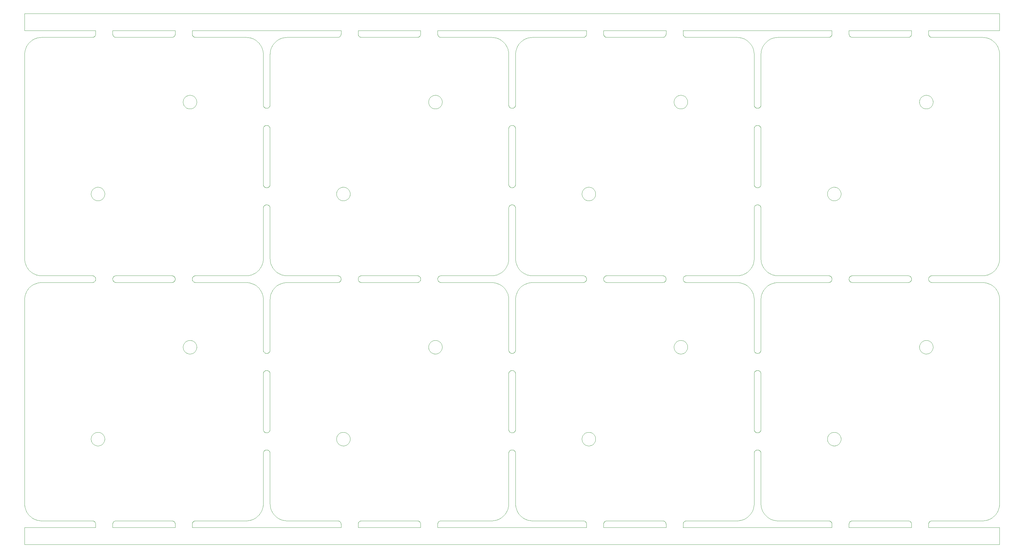
<source format=gbr>
%TF.GenerationSoftware,KiCad,Pcbnew,8.0.9-8.0.9-0~ubuntu24.04.1*%
%TF.CreationDate,2025-07-17T17:50:56+05:00*%
%TF.ProjectId,panel_170725,70616e65-6c5f-4313-9730-3732352e6b69,rev?*%
%TF.SameCoordinates,Original*%
%TF.FileFunction,Profile,NP*%
%FSLAX46Y46*%
G04 Gerber Fmt 4.6, Leading zero omitted, Abs format (unit mm)*
G04 Created by KiCad (PCBNEW 8.0.9-8.0.9-0~ubuntu24.04.1) date 2025-07-17 17:50:56*
%MOMM*%
%LPD*%
G01*
G04 APERTURE LIST*
%TA.AperFunction,Profile*%
%ADD10C,0.100000*%
%TD*%
G04 APERTURE END LIST*
D10*
X54914438Y-98658883D02*
X54898649Y-98640366D01*
X74123963Y-95446334D02*
X74293790Y-95258362D01*
X242177341Y-26535962D02*
X242163971Y-26556514D01*
X176333345Y-27000500D02*
X176308816Y-27000199D01*
X265644408Y-97796506D02*
X265649111Y-97820381D01*
X25559793Y-146389234D02*
X25492927Y-146316312D01*
X98159858Y-97440379D02*
X98173280Y-97460677D01*
X98198621Y-97502224D02*
X98210526Y-97523448D01*
X149369216Y-53342428D02*
X149381039Y-53363908D01*
X103337929Y-98086183D02*
X103336161Y-98061912D01*
X77497796Y-77119148D02*
X77498699Y-77143649D01*
X147694754Y-76576913D02*
X147709394Y-76557475D01*
X199032907Y-97229262D02*
X199052050Y-97213941D01*
X127052050Y-97213941D02*
X127071563Y-97199095D01*
X219094789Y-93973279D02*
X219188760Y-93738026D01*
X242265393Y-169641964D02*
X242273935Y-169664947D01*
X215257138Y-27059158D02*
X215005841Y-27027153D01*
X75503666Y-125761893D02*
X75505738Y-125737646D01*
X198797449Y-169509094D02*
X198809795Y-169487911D01*
X221500000Y-53835833D02*
X221500000Y-70167166D01*
X216236526Y-96690260D02*
X216471779Y-96596289D01*
X28600408Y-74200955D02*
X28539132Y-74278633D01*
X145560529Y-100047621D02*
X145356341Y-99897682D01*
X271257999Y-47556310D02*
X271179569Y-47616621D01*
X26289316Y-26291494D02*
X26281911Y-26314868D01*
X247928497Y-169088204D02*
X247951032Y-169078544D01*
X76867934Y-119763609D02*
X76845203Y-119772295D01*
X127881258Y-46680372D02*
X127845383Y-46772576D01*
X148318881Y-148185722D02*
X148342865Y-148181602D01*
X241406824Y-26997793D02*
X241382351Y-26999296D01*
X25492927Y-71686687D02*
X25559793Y-71613765D01*
X9994158Y-168975846D02*
X10246754Y-168995082D01*
X126960267Y-26707899D02*
X126943143Y-26690350D01*
X241715634Y-26924455D02*
X241692868Y-26933559D01*
X121071502Y-169088204D02*
X121093794Y-169098414D01*
X97136108Y-145726696D02*
X97102525Y-145633632D01*
X193558997Y-169552338D02*
X193569751Y-169574372D01*
X175549983Y-98621470D02*
X175535115Y-98602206D01*
X148305104Y-119814637D02*
X148281117Y-119809559D01*
X121003219Y-169060897D02*
X121026201Y-169069440D01*
X219628884Y-53345794D02*
X219641054Y-53324722D01*
X54734606Y-26361035D02*
X54726064Y-26338052D01*
X219630783Y-70660571D02*
X219618960Y-70639091D01*
X49438904Y-26635258D02*
X49423118Y-26654019D01*
X153003184Y-27230803D02*
X152763473Y-27312739D01*
X243465687Y-71056471D02*
X243561307Y-71081881D01*
X98313137Y-169806604D02*
X98317625Y-169830709D01*
X146123963Y-167446334D02*
X146293790Y-167258362D01*
X5659614Y-102748237D02*
X5602350Y-102995007D01*
X176236146Y-98995761D02*
X176211958Y-98993099D01*
X247951032Y-169078544D02*
X247973798Y-169069440D01*
X269028698Y-116253194D02*
X269116347Y-116207298D01*
X148536106Y-71166513D02*
X148511773Y-71167097D01*
X127018198Y-98761427D02*
X126999880Y-98745406D01*
X220584683Y-143163570D02*
X220560412Y-143165338D01*
X54726064Y-169664947D02*
X54734606Y-169641964D01*
X100804993Y-144140105D02*
X100845383Y-144230423D01*
X224073490Y-96373233D02*
X224298029Y-96490522D01*
X265569751Y-169574372D02*
X265579962Y-169596663D01*
X75811149Y-142891689D02*
X75793600Y-142874566D01*
X270675179Y-97879211D02*
X270678479Y-97854916D01*
X75806762Y-148448845D02*
X75824489Y-148432173D01*
X97431252Y-26995689D02*
X97406824Y-26997793D01*
X80073490Y-168373233D02*
X80298029Y-168490522D01*
X219712441Y-119449449D02*
X219697595Y-119429936D01*
X176334333Y-97001500D02*
X192665666Y-97001500D01*
X149414558Y-47236806D02*
X149404496Y-47258963D01*
X265438904Y-26635258D02*
X265423118Y-26654019D01*
X97479917Y-169013312D02*
X97504124Y-169017207D01*
X264933112Y-26964312D02*
X264909403Y-26970561D01*
X75709394Y-53224142D02*
X75724503Y-53205066D01*
X25174253Y-144185014D02*
X25216865Y-144095723D01*
X219617231Y-125367157D02*
X219628884Y-125345794D01*
X127657767Y-119120341D02*
X127600408Y-119200955D01*
X271198991Y-98884268D02*
X271177628Y-98872615D01*
X221081086Y-142980779D02*
X221061120Y-142994691D01*
X76095163Y-119748128D02*
X76072872Y-119737918D01*
X199760185Y-118951103D02*
X199711070Y-119036989D01*
X149602350Y-102995007D02*
X149557658Y-103244361D01*
X290293790Y-28744637D02*
X290123963Y-28556665D01*
X25315065Y-146078995D02*
X25263841Y-145994350D01*
X192788954Y-169010013D02*
X192813250Y-169013312D01*
X269297912Y-47874217D02*
X269206158Y-47837205D01*
X196216865Y-118907276D02*
X196174253Y-118817985D01*
X31530929Y-26596603D02*
X31516566Y-26576732D01*
X9493507Y-168899149D02*
X9742861Y-168943841D01*
X219899293Y-148369948D02*
X219918913Y-148355553D01*
X76163447Y-143108769D02*
X76140464Y-143100226D01*
X147503706Y-118908324D02*
X147502203Y-118883851D01*
X265660856Y-169903580D02*
X265662959Y-169928009D01*
X169690291Y-97068450D02*
X169712911Y-97077421D01*
X127997552Y-46100407D02*
X127990217Y-46199072D01*
X77422955Y-148785865D02*
X77432059Y-148808631D01*
X148718882Y-124860106D02*
X148742737Y-124865772D01*
X25943426Y-143303367D02*
X26028698Y-143253194D01*
X242975263Y-71001652D02*
X243074193Y-71002876D01*
X76934765Y-143067599D02*
X76912729Y-143077922D01*
X75811149Y-47558356D02*
X75793600Y-47541232D01*
X55544378Y-169010013D02*
X55568747Y-169007310D01*
X121296433Y-97226003D02*
X121315135Y-97241572D01*
X149356870Y-148654578D02*
X149369216Y-148675761D01*
X175433900Y-98436265D02*
X175423577Y-98414229D01*
X149188850Y-53111310D02*
X149206399Y-53128433D01*
X75505738Y-125737646D02*
X75508400Y-125713458D01*
X120980034Y-98950078D02*
X120956661Y-98957483D01*
X52429749Y-119240173D02*
X52370413Y-119161003D01*
X199261830Y-169088204D02*
X199284365Y-169078544D01*
X270465687Y-47946528D02*
X270368929Y-47967178D01*
X97599779Y-26964312D02*
X97576070Y-26970561D01*
X221114616Y-125047275D02*
X221133758Y-125062595D01*
X49221681Y-98832138D02*
X49201129Y-98845508D01*
X31680813Y-26757951D02*
X31662445Y-26741710D01*
X244711070Y-71966010D02*
X244760185Y-72051896D01*
X147493582Y-164254745D02*
X147500000Y-164001500D01*
X126678479Y-26148083D02*
X126675179Y-26123788D01*
X170777826Y-143013878D02*
X170876394Y-143005323D01*
X26246628Y-98406336D02*
X26236418Y-98428627D01*
X220775834Y-71128331D02*
X220752366Y-71134764D01*
X127473215Y-98981590D02*
X127449401Y-98976587D01*
X271845383Y-46772576D02*
X271804993Y-46862894D01*
X10246754Y-27007917D02*
X9994158Y-27027153D01*
X271544378Y-169010013D02*
X271568747Y-169007310D01*
X221525653Y-92507341D02*
X221557658Y-92758638D01*
X198726064Y-97664947D02*
X198734606Y-97641964D01*
X199997552Y-118100407D02*
X199990217Y-118199072D01*
X221193237Y-142887487D02*
X221175510Y-142904159D01*
X76934765Y-71067599D02*
X76912729Y-71077922D01*
X52174253Y-118817985D02*
X52136108Y-118726696D01*
X147618960Y-70639091D02*
X147607668Y-70617328D01*
X290293790Y-167258362D02*
X290453878Y-167062029D01*
X149223522Y-53145982D02*
X149240210Y-53163945D01*
X76799139Y-47787994D02*
X76775834Y-47794997D01*
X49558997Y-169552338D02*
X49569751Y-169574372D01*
X75270696Y-165498315D02*
X75340385Y-165254762D01*
X120931160Y-97038149D02*
X120954546Y-97044877D01*
X48977761Y-97052173D02*
X49000792Y-97060032D01*
X193454224Y-169386883D02*
X193469070Y-169406396D01*
X127179569Y-47616621D02*
X127098252Y-47672978D01*
X27271267Y-146983018D02*
X27172942Y-146994008D01*
X170052654Y-97308262D02*
X170069326Y-97325989D01*
X220233553Y-119797645D02*
X220210005Y-119790816D01*
X270748193Y-116146720D02*
X270839003Y-116185991D01*
X54672477Y-26099419D02*
X54670373Y-26074990D01*
X76766446Y-76205354D02*
X76789994Y-76212183D01*
X54995779Y-169261289D02*
X55014147Y-169245048D01*
X199284365Y-97078544D02*
X199307131Y-97069440D01*
X49048967Y-26924455D02*
X49026201Y-26933559D01*
X77240210Y-125163945D02*
X77256451Y-125182313D01*
X243561307Y-143081881D02*
X243655552Y-143111989D01*
X199804993Y-118862894D02*
X199760185Y-118951103D01*
X121660856Y-98099419D02*
X121658153Y-98123788D01*
X31334402Y-98013273D02*
X31334267Y-98001769D01*
X175489324Y-26535962D02*
X175476462Y-26515088D01*
X99271267Y-71019981D02*
X99368929Y-71035821D01*
X31862408Y-169120460D02*
X31884171Y-169109168D01*
X148836552Y-52894230D02*
X148859535Y-52902773D01*
X75694754Y-76576913D02*
X75709394Y-76557475D01*
X199593726Y-98997833D02*
X199569480Y-98995761D01*
X220813368Y-52886254D02*
X220836552Y-52894230D01*
X219511812Y-142314750D02*
X219508513Y-142290454D01*
X192691183Y-169002800D02*
X192715685Y-169003703D01*
X268492927Y-116686687D02*
X268559793Y-116613765D01*
X99074193Y-147000123D02*
X98975263Y-147001347D01*
X53876394Y-47997676D02*
X53777826Y-47989121D01*
X76789994Y-124878850D02*
X76813368Y-124886254D01*
X289756862Y-28207709D02*
X289560529Y-28047621D01*
X169136108Y-145726696D02*
X169102525Y-145633632D01*
X126743711Y-97619199D02*
X126753371Y-97596663D01*
X100990217Y-72803927D02*
X100997552Y-72902592D01*
X98324820Y-169879211D02*
X98327522Y-169903580D01*
X221497814Y-46883484D02*
X221496333Y-46907773D01*
X171271267Y-71019981D02*
X171368929Y-71035821D01*
X192909403Y-26970561D02*
X192885548Y-26976226D01*
X193665365Y-98026016D02*
X193664463Y-98050518D01*
X222256778Y-94646320D02*
X222396182Y-94857841D01*
X77480090Y-47028284D02*
X77475087Y-47052098D01*
X198927761Y-119773295D02*
X198839003Y-119817008D01*
X55132204Y-26845508D02*
X55111652Y-26832138D01*
X100912529Y-73586506D02*
X100881258Y-73680372D01*
X220912729Y-143077922D02*
X220890447Y-143087705D01*
X199474090Y-119353186D02*
X199405440Y-119424432D01*
X192933112Y-26964312D02*
X192909403Y-26970561D01*
X75536649Y-76903672D02*
X75543377Y-76880286D01*
X148087270Y-76258410D02*
X148109552Y-76248628D01*
X220752366Y-47801431D02*
X220728747Y-47807291D01*
X97454708Y-97009900D02*
X97478824Y-97013151D01*
X104186749Y-26989687D02*
X104162542Y-26985792D01*
X148859535Y-76236106D02*
X148882300Y-76245211D01*
X264715317Y-97003685D02*
X264739606Y-97005166D01*
X244257999Y-146556310D02*
X244179569Y-146616621D01*
X31441002Y-26450661D02*
X31430248Y-26428627D01*
X126999880Y-98745406D02*
X126981959Y-98728945D01*
X241780842Y-143416049D02*
X241860740Y-143357697D01*
X169049360Y-144559904D02*
X169073586Y-144463978D01*
X76524516Y-148169467D02*
X76549018Y-148170370D01*
X265159071Y-169132283D02*
X265180255Y-169144629D01*
X121390189Y-26690350D02*
X121373066Y-26707899D01*
X149393897Y-70614201D02*
X149382768Y-70635842D01*
X271261830Y-169088204D02*
X271284365Y-169078544D01*
X147979796Y-148315295D02*
X148000724Y-148302878D01*
X199568747Y-26995689D02*
X199544378Y-26992986D01*
X25692868Y-169069440D02*
X25715634Y-169078544D01*
X26281911Y-98314868D02*
X26273935Y-98338052D01*
X142753245Y-99007917D02*
X142500000Y-99001500D01*
X241967092Y-98773737D02*
X241947949Y-98789058D01*
X31996780Y-97060897D02*
X32019965Y-97052921D01*
X221498703Y-118859166D02*
X221497814Y-118883484D01*
X265333452Y-97257593D02*
X265351374Y-97274054D01*
X271617648Y-26999296D02*
X271593175Y-26997793D01*
X220956544Y-119723409D02*
X220934765Y-119734266D01*
X52943426Y-119699632D02*
X52860740Y-119645302D01*
X77382768Y-119302508D02*
X77371115Y-119323871D01*
X175778318Y-97170861D02*
X175798870Y-97157491D01*
X76845203Y-143105628D02*
X76822267Y-143113758D01*
X74871733Y-101574990D02*
X74743221Y-101356679D01*
X142500000Y-97001500D02*
X142753245Y-96995082D01*
X54678479Y-26148083D02*
X54675179Y-26123788D01*
X103334634Y-97976983D02*
X103335536Y-97952481D01*
X26202550Y-98493905D02*
X26190204Y-98515088D01*
X219653734Y-76637285D02*
X219666915Y-76616830D01*
X56000000Y-118001500D02*
X55997552Y-118100407D01*
X7643658Y-96105317D02*
X7855179Y-96244721D01*
X198883316Y-98621470D02*
X198868448Y-98602206D01*
X270822658Y-26535962D02*
X270809795Y-26515088D01*
X76633058Y-47824932D02*
X76608903Y-47827879D01*
X247718717Y-169213941D02*
X247738229Y-169199095D01*
X221463350Y-70432660D02*
X221456622Y-70456046D01*
X75500999Y-149168178D02*
X75501296Y-149143833D01*
X76109552Y-52915294D02*
X76132065Y-52906057D01*
X150010977Y-94203470D02*
X150128266Y-94428009D01*
X76200860Y-124881672D02*
X76224165Y-124874668D01*
X241015278Y-72754760D02*
X241029909Y-72656910D01*
X98777826Y-146989121D02*
X98679803Y-146975702D01*
X124492927Y-44686687D02*
X124559793Y-44613765D01*
X26120891Y-169386883D02*
X26135737Y-169406396D01*
X172474090Y-71649813D02*
X172539132Y-71724366D01*
X77393897Y-47280868D02*
X77382768Y-47302508D01*
X219712441Y-47449449D02*
X219697595Y-47429936D01*
X170329626Y-26074990D02*
X170327522Y-26099419D01*
X126678479Y-97854916D02*
X126682374Y-97830709D01*
X219270696Y-93498315D02*
X219340385Y-93254762D01*
X76095163Y-47748128D02*
X76072872Y-47737918D01*
X49510675Y-169467037D02*
X49523537Y-169487911D01*
X215753262Y-96841885D02*
X215996815Y-96772196D01*
X97216865Y-145907276D02*
X97174253Y-145817985D01*
X148295006Y-124857091D02*
X148318881Y-124852388D01*
X147641054Y-76658055D02*
X147653734Y-76637285D01*
X169846921Y-26858370D02*
X169825738Y-26870716D01*
X77114616Y-53047275D02*
X77133758Y-53062595D01*
X219697595Y-119429936D02*
X219683232Y-119410065D01*
X77330638Y-148613152D02*
X77344008Y-148633704D01*
X219543377Y-53546953D02*
X219550673Y-53523738D01*
X196370413Y-44841996D02*
X196429749Y-44762826D01*
X217944834Y-95625463D02*
X218123963Y-95446334D01*
X52073586Y-45463978D02*
X52102525Y-45369367D01*
X26332195Y-98012758D02*
X26332032Y-98026016D01*
X9003184Y-27230803D02*
X8763473Y-27312739D01*
X219965537Y-47678841D02*
X219944985Y-47665471D01*
X75709394Y-125224142D02*
X75724503Y-125205066D01*
X75924767Y-142984933D02*
X75904896Y-142970570D01*
X124703927Y-116478280D02*
X124780842Y-116416049D01*
X80528220Y-99406710D02*
X80298029Y-99512477D01*
X220949161Y-52942502D02*
X220970925Y-52953794D01*
X219811149Y-47558356D02*
X219793600Y-47541232D01*
X98391384Y-146906647D02*
X98297912Y-146874217D01*
X76391096Y-124841787D02*
X76415316Y-124839429D01*
X242163971Y-169446485D02*
X242177341Y-169467037D01*
X218989022Y-29799529D02*
X218871733Y-29574990D01*
X75806762Y-125115512D02*
X75824489Y-125098840D01*
X248333345Y-99000500D02*
X248309000Y-99000203D01*
X193423118Y-169348980D02*
X193438904Y-169367741D01*
X147511812Y-118981417D02*
X147508513Y-118957121D01*
X148511258Y-148169304D02*
X148524516Y-148169467D01*
X25804258Y-98882539D02*
X25782495Y-98893831D01*
X148511773Y-47833763D02*
X148500269Y-47833899D01*
X55179569Y-119616621D02*
X55098252Y-119672978D01*
X147606102Y-125388798D02*
X147617231Y-125367157D01*
X248260393Y-98997833D02*
X248236146Y-98995761D01*
X121497304Y-98556514D02*
X121483433Y-98576732D01*
X32045453Y-98958122D02*
X32022238Y-98950826D01*
X242679803Y-74975702D02*
X242582563Y-74957451D01*
X77081086Y-47647446D02*
X77061120Y-47661358D01*
X219630783Y-119327238D02*
X219618960Y-119305758D01*
X271376672Y-97045516D02*
X271400220Y-97038687D01*
X121531955Y-97502224D02*
X121543859Y-97523448D01*
X73144820Y-96244721D02*
X73356341Y-96105317D01*
X124029909Y-117656910D02*
X124049360Y-117559904D01*
X169136108Y-72276303D02*
X169174253Y-72185014D01*
X169000611Y-144952031D02*
X169005504Y-144853214D01*
X77381039Y-53363908D02*
X77392331Y-53385671D01*
X221480090Y-47028284D02*
X221475087Y-47052098D01*
X176043338Y-26957483D02*
X176019965Y-26950078D01*
X171271267Y-74983018D02*
X171172942Y-74994008D01*
X198713505Y-98300639D02*
X198706502Y-98277334D01*
X55036900Y-98776996D02*
X55018198Y-98761427D01*
X103516566Y-97426267D02*
X103530929Y-97406396D01*
X175648625Y-98728945D02*
X175631110Y-98712052D01*
X219617231Y-53367157D02*
X219628884Y-53345794D01*
X220549018Y-148170370D02*
X220573490Y-148171873D01*
X25822371Y-97130384D02*
X25843444Y-97142554D01*
X104211045Y-26992986D02*
X104186749Y-26989687D01*
X76536106Y-47833180D02*
X76511773Y-47833763D01*
X198964444Y-98712052D02*
X198947345Y-98694737D01*
X49469070Y-169406396D02*
X49483433Y-169426267D01*
X221119970Y-119618183D02*
X221100706Y-119633051D01*
X55055975Y-98792105D02*
X55036900Y-98776996D01*
X198691940Y-97782617D02*
X198697605Y-97758762D01*
X271014247Y-116277753D02*
X271098252Y-116330021D01*
X147500000Y-32001500D02*
X147493582Y-31748254D01*
X26120891Y-98616116D02*
X26105570Y-98635258D01*
X218453878Y-95062029D02*
X218603817Y-94857841D01*
X127156555Y-98860445D02*
X127135785Y-98847765D01*
X121201129Y-98845508D02*
X121180255Y-98858370D01*
X241073586Y-145539021D02*
X241049360Y-145443095D01*
X147543377Y-125546953D02*
X147550673Y-125523738D01*
X55569480Y-98995761D02*
X55545291Y-98993099D01*
X175561095Y-26635258D02*
X175545775Y-26616116D01*
X221488187Y-149021582D02*
X221491486Y-149045878D01*
X126778090Y-98458044D02*
X126767233Y-98436265D01*
X26236418Y-169574372D02*
X26246628Y-169596663D01*
X54748193Y-119856279D02*
X54655552Y-119891010D01*
X55471771Y-97021695D02*
X55495875Y-97017207D01*
X199307131Y-26933559D02*
X199284365Y-26924455D01*
X79855179Y-27758278D02*
X79643658Y-27897682D01*
X265589622Y-98383800D02*
X265579962Y-98406336D01*
X49558997Y-26450661D02*
X49547705Y-26472425D01*
X97780842Y-146586950D02*
X97703927Y-146524719D01*
X193579962Y-169596663D02*
X193589622Y-169619199D01*
X149469506Y-119075784D02*
X149463350Y-119099327D01*
X175430248Y-97574372D02*
X175441002Y-97552338D01*
X219655991Y-119369295D02*
X219643129Y-119348421D01*
X199447784Y-169026773D02*
X199471771Y-169021695D01*
X247802452Y-98847765D02*
X247781997Y-98834584D01*
X70753245Y-168995082D02*
X71005841Y-168975846D01*
X75511651Y-53689342D02*
X75515488Y-53665311D01*
X150706209Y-28744637D02*
X150546121Y-28940970D01*
X198271267Y-116019981D02*
X198368929Y-116035821D01*
X75666915Y-125283497D02*
X75680591Y-125263369D01*
X223855179Y-99758278D02*
X223643658Y-99897682D01*
X270686862Y-26196395D02*
X270682374Y-26172290D01*
X121337554Y-26741710D02*
X121319186Y-26757951D01*
X77138866Y-70936183D02*
X77119970Y-70951516D01*
X52630184Y-47458759D02*
X52559793Y-47389234D01*
X148007594Y-71037383D02*
X147986411Y-71025037D01*
X125777826Y-116013878D02*
X125876394Y-116005323D01*
X48691183Y-169002800D02*
X48715685Y-169003703D01*
X221414558Y-119236806D02*
X221404496Y-119258963D01*
X77557658Y-92758638D02*
X77602350Y-93007992D01*
X221275496Y-47464599D02*
X221259927Y-47483301D01*
X121615245Y-98314868D02*
X121607269Y-98338052D01*
X74743221Y-29356679D02*
X74603817Y-29145158D01*
X121664463Y-26050518D02*
X121662959Y-26074990D01*
X26052654Y-97308262D02*
X26069326Y-97325989D01*
X175370521Y-97735053D02*
X175377350Y-97711505D01*
X104334333Y-97001500D02*
X120665666Y-97001500D01*
X192691183Y-27000199D02*
X192666654Y-27000500D01*
X219511812Y-70314750D02*
X219508513Y-70290454D01*
X121555243Y-97544955D02*
X121566099Y-97566734D01*
X77356870Y-148654578D02*
X77369216Y-148675761D01*
X151055165Y-28377536D02*
X150876036Y-28556665D01*
X169712911Y-97077421D02*
X169735306Y-97086941D01*
X242332032Y-169976983D02*
X242332333Y-170001506D01*
X172257999Y-71446689D02*
X172333351Y-71510804D01*
X121665013Y-97965393D02*
X121665597Y-97989726D01*
X103718717Y-169213941D02*
X103738229Y-169199095D01*
X289356341Y-99897682D02*
X289144820Y-99758278D01*
X220775834Y-47794997D02*
X220752366Y-47801431D01*
X176043338Y-97045516D02*
X176066887Y-97038687D01*
X149382768Y-47302508D02*
X149371115Y-47323871D01*
X55330113Y-26942102D02*
X55307131Y-26933559D01*
X148281117Y-143142893D02*
X148257262Y-143137227D01*
X247358606Y-169782617D02*
X247364272Y-169758762D01*
X25760460Y-169098414D02*
X25782495Y-169109168D01*
X221469506Y-70409118D02*
X221463350Y-70432660D01*
X265641393Y-169782617D02*
X265646471Y-169806604D01*
X198898649Y-98640366D02*
X198883316Y-98621470D01*
X193641393Y-98220382D02*
X193635727Y-98244237D01*
X175931359Y-98916058D02*
X175909203Y-98905996D01*
X77811239Y-30264973D02*
X77729303Y-30504684D01*
X265464884Y-97400793D02*
X265479279Y-97420413D01*
X98321520Y-26148083D02*
X98317625Y-26172290D01*
X76043455Y-76279590D02*
X76065234Y-76268733D01*
X197777826Y-116013878D02*
X197876394Y-116005323D01*
X25715634Y-26924455D02*
X25692868Y-26933559D01*
X10500000Y-27001500D02*
X10246754Y-27007917D01*
X169406824Y-169005206D02*
X169431252Y-169007310D01*
X147829112Y-142908376D02*
X147811149Y-142891689D01*
X6546121Y-100940970D02*
X6396182Y-101145158D01*
X199376672Y-97045516D02*
X199400220Y-97038687D01*
X147502203Y-142217185D02*
X147501300Y-142192683D01*
X241370413Y-74161003D02*
X241315065Y-74078995D01*
X127309708Y-98934549D02*
X127287088Y-98925578D01*
X242332333Y-170996376D02*
X242332407Y-171002437D01*
X75986411Y-119691704D02*
X75965537Y-119678841D01*
X127600408Y-116802044D02*
X127657767Y-116882658D01*
X76890447Y-71087705D02*
X76867934Y-71096942D01*
X76377711Y-71159653D02*
X76353416Y-71156353D01*
X193523537Y-26515088D02*
X193510675Y-26535962D01*
X220789994Y-148212183D02*
X220813368Y-148219588D01*
X126655552Y-119891010D02*
X126561307Y-119921118D01*
X76728747Y-47807291D02*
X76704993Y-47812574D01*
X26256288Y-169619199D02*
X26265393Y-169641964D01*
X147709394Y-53224142D02*
X147724503Y-53205066D01*
X104092381Y-98971006D02*
X104068839Y-98964850D01*
X220200860Y-52881672D02*
X220224165Y-52874668D01*
X25943426Y-74699632D02*
X25860740Y-74645302D01*
X271156555Y-98860445D02*
X271135785Y-98847765D01*
X291340385Y-102748237D02*
X291270696Y-102504684D01*
X78706209Y-95258362D02*
X78876036Y-95446334D01*
X241782495Y-26893831D02*
X241760460Y-26904585D01*
X264812157Y-97013151D02*
X264836188Y-97016988D01*
X49660856Y-98099419D02*
X49658153Y-98123788D01*
X247609810Y-169312649D02*
X247626933Y-169295100D01*
X103358606Y-26220382D02*
X103353528Y-26196395D01*
X25357666Y-97002796D02*
X25381984Y-97003685D01*
X149424078Y-47214411D02*
X149414558Y-47236806D01*
X290871733Y-29574990D02*
X290743221Y-29356679D01*
X169315065Y-143924004D02*
X169370413Y-143841996D01*
X77498699Y-125810316D02*
X77499000Y-125834845D01*
X197116347Y-119795701D02*
X197028698Y-119749805D01*
X149500000Y-149169166D02*
X149500000Y-164001500D01*
X219918913Y-76355553D02*
X219938879Y-76341641D01*
X100179569Y-71386378D02*
X100257999Y-71446689D01*
X127520082Y-26989687D02*
X127495875Y-26985792D01*
X75885383Y-70955724D02*
X75866241Y-70940404D01*
X98289316Y-169711505D02*
X98296145Y-169735053D01*
X264665666Y-99001500D02*
X248334333Y-99001500D01*
X151855179Y-168244721D02*
X152073490Y-168373233D01*
X97985852Y-26757951D02*
X97967092Y-26773737D01*
X247648625Y-98728945D02*
X247631110Y-98712052D01*
X26243089Y-97588770D02*
X26252871Y-97611052D01*
X75501296Y-77143833D02*
X75502185Y-77119515D01*
X52015278Y-46248239D02*
X52005504Y-46149785D01*
X147188760Y-165738026D02*
X147270696Y-165498315D01*
X80763473Y-168690260D02*
X81003184Y-168772196D01*
X6010977Y-29799529D02*
X5905210Y-30029720D01*
X120956661Y-169045516D02*
X120980034Y-169052921D01*
X54667736Y-98013273D02*
X54667600Y-98001769D01*
X149602350Y-165007992D02*
X149659614Y-165254762D01*
X48788954Y-26992986D02*
X48764585Y-26995689D01*
X26319897Y-97844365D02*
X26323432Y-97868441D01*
X28939119Y-144511791D02*
X28960964Y-144608287D01*
X75938879Y-53008308D02*
X75959177Y-52994885D01*
X100657767Y-71882658D02*
X100711070Y-71966010D01*
X220999275Y-71033455D02*
X220978051Y-71045359D01*
X75756093Y-148501380D02*
X75772554Y-148483459D01*
X175840928Y-169132283D02*
X175862408Y-169120460D01*
X54667967Y-26026016D02*
X54667666Y-26001493D01*
X148426509Y-47831126D02*
X148402080Y-47829022D01*
X73560529Y-100047621D02*
X73356341Y-99897682D01*
X75586704Y-119239669D02*
X75577044Y-119217134D01*
X77440602Y-53498280D02*
X77448578Y-53521465D01*
X75643129Y-47348421D02*
X75630783Y-47327238D01*
X220200860Y-148215005D02*
X220224165Y-148208002D01*
X192715685Y-98999296D02*
X192691183Y-99000199D01*
X198655552Y-116111989D02*
X198748193Y-116146720D01*
X242339469Y-171003500D02*
X198660530Y-171003500D01*
X221013588Y-148311295D02*
X221034462Y-148324158D01*
X214753245Y-96995082D02*
X215005841Y-96975846D01*
X193241899Y-26818267D02*
X193221681Y-26832138D01*
X26177341Y-169467037D02*
X26190204Y-169487911D01*
X247996780Y-169060897D02*
X248019965Y-169052921D01*
X53486345Y-116068585D02*
X53582563Y-116045548D01*
X76117699Y-71091122D02*
X76095163Y-71081462D01*
X219904896Y-47637237D02*
X219885383Y-47622391D01*
X75880029Y-53051483D02*
X75899293Y-53036615D01*
X219724503Y-125205066D02*
X219740072Y-125186364D01*
X147340385Y-93254762D02*
X147397649Y-93007992D01*
X220224165Y-148208002D02*
X220247633Y-148201568D01*
X77494189Y-149070247D02*
X77496293Y-149094675D01*
X77170887Y-125094623D02*
X77188850Y-125111310D01*
X193665365Y-169976983D02*
X193665666Y-170001506D01*
X26313137Y-169806604D02*
X26317625Y-169830709D01*
X198172942Y-119994008D02*
X198074193Y-120000123D01*
X220439587Y-148170995D02*
X220463893Y-148169819D01*
X147340385Y-30748237D02*
X147270696Y-30504684D01*
X28014247Y-146725246D02*
X27927761Y-146773295D01*
X265300425Y-98773737D02*
X265281282Y-98789058D01*
X26324820Y-169879211D02*
X26327522Y-169903580D01*
X31353528Y-26196395D02*
X31349041Y-26172290D01*
X242214372Y-169530574D02*
X242225664Y-169552338D01*
X219606102Y-125388798D02*
X219617231Y-125367157D01*
X199912529Y-118586506D02*
X199881258Y-118680372D01*
X26308059Y-98220382D02*
X26302394Y-98244237D01*
X199018198Y-98761427D02*
X198999880Y-98745406D01*
X148177732Y-148222574D02*
X148200860Y-148215005D01*
X148450981Y-47832629D02*
X148426509Y-47831126D01*
X196174253Y-46817985D02*
X196136108Y-46726696D01*
X76415316Y-52839429D02*
X76439587Y-52837661D01*
X241825738Y-26870716D02*
X241804258Y-26882539D01*
X126172942Y-116008991D02*
X126271267Y-116019981D01*
X76257262Y-47803894D02*
X76233553Y-47797645D01*
X149479804Y-148973271D02*
X149484292Y-148997375D01*
X98486345Y-71068585D02*
X98582563Y-71045548D01*
X75959177Y-148328219D02*
X75979796Y-148315295D01*
X55997552Y-46100407D02*
X55990217Y-46199072D01*
X103452294Y-97530574D02*
X103464116Y-97509094D01*
X77210552Y-119537055D02*
X77193237Y-119554154D01*
X220500269Y-119833899D02*
X220489086Y-119833762D01*
X244474090Y-71649813D02*
X244539132Y-71724366D01*
X49622649Y-98291494D02*
X49615245Y-98314868D01*
X149440602Y-76831613D02*
X149448578Y-76854798D01*
X55666678Y-27000500D02*
X55642149Y-27000199D01*
X97599779Y-169038687D02*
X97623327Y-169045516D01*
X241904797Y-97182091D02*
X241924586Y-97196254D01*
X248043338Y-169045516D02*
X248066887Y-169038687D01*
X247377350Y-26291494D02*
X247370521Y-26267946D01*
X76904836Y-148254871D02*
X76927127Y-148265081D01*
X148511258Y-52835971D02*
X148524516Y-52836134D01*
X127423929Y-26970561D02*
X127400220Y-26964312D01*
X171927761Y-74773295D02*
X171839003Y-74817008D01*
X98329626Y-26074990D02*
X98327522Y-26099419D01*
X75559397Y-119171386D02*
X75551421Y-119148201D01*
X70500000Y-97001500D02*
X70753245Y-96995082D01*
X74603817Y-166857841D02*
X74743221Y-166646320D01*
X149449326Y-142479261D02*
X149441467Y-142502292D01*
X26329626Y-98074990D02*
X26327522Y-98099419D01*
X77491599Y-142289541D02*
X77488348Y-142313657D01*
X25370413Y-143841996D02*
X25429749Y-143762826D01*
X265238130Y-97182091D02*
X265257919Y-97196254D01*
X126839003Y-44185991D02*
X126927761Y-44229704D01*
X219938879Y-76341641D02*
X219959177Y-76328219D01*
X265438904Y-98635258D02*
X265423118Y-98654019D01*
X247680813Y-97245048D02*
X247699574Y-97229262D01*
X103761869Y-98820908D02*
X103742080Y-98806745D01*
X149114616Y-53047275D02*
X149133758Y-53062595D01*
X196429749Y-116762826D02*
X196492927Y-116686687D01*
X121566099Y-97566734D02*
X121576422Y-97588770D01*
X120788954Y-98992986D02*
X120764585Y-98995689D01*
X148366941Y-52844734D02*
X148391096Y-52841787D01*
X220305104Y-71147971D02*
X220281117Y-71142893D01*
X265355517Y-98725022D02*
X265337554Y-98741710D01*
X264909403Y-169032438D02*
X264933112Y-169038687D01*
X31928497Y-169088204D02*
X31951032Y-169078544D01*
X74453878Y-100940970D02*
X74293790Y-100744637D01*
X264980034Y-98950078D02*
X264956661Y-98957483D01*
X175401273Y-97641964D02*
X175410377Y-97619199D01*
X220859535Y-52902773D02*
X220882300Y-52911877D01*
X199174261Y-97132283D02*
X199195741Y-97120460D01*
X247609810Y-97312649D02*
X247626933Y-97295100D01*
X169928436Y-98803904D02*
X169908565Y-98818267D01*
X169406824Y-26997793D02*
X169382351Y-26999296D01*
X97502854Y-97016988D02*
X97526784Y-97021409D01*
X224763473Y-99312739D02*
X224528220Y-99406710D01*
X121479279Y-97420413D02*
X121493191Y-97440379D01*
X97576070Y-98970561D02*
X97552215Y-98976226D01*
X169908565Y-98818267D02*
X169888347Y-98832138D01*
X247335536Y-97952481D02*
X247337040Y-97928009D01*
X55939119Y-118491208D02*
X55912529Y-118586506D01*
X78546121Y-28940970D02*
X78396182Y-29145158D01*
X121665741Y-25001062D02*
X121665666Y-25007123D01*
X193355517Y-98725022D02*
X193337554Y-98741710D01*
X148488226Y-124835902D02*
X148499730Y-124835767D01*
X54668870Y-169952481D02*
X54670373Y-169928009D01*
X169943426Y-143303367D02*
X170028698Y-143253194D01*
X75842616Y-53082605D02*
X75861133Y-53066816D01*
X264715685Y-26999296D02*
X264691183Y-27000199D01*
X52370413Y-116841996D02*
X52429749Y-116762826D01*
X247370521Y-169735053D02*
X247377350Y-169711505D01*
X97846921Y-98858370D02*
X97825738Y-98870716D01*
X219577044Y-119217134D02*
X219567940Y-119194368D01*
X124102525Y-117369367D02*
X124136108Y-117276303D01*
X192813250Y-98989687D02*
X192788954Y-98992986D01*
X170135737Y-169406396D02*
X170150100Y-169426267D01*
X126667666Y-170996363D02*
X126667666Y-170001506D01*
X49626831Y-97725665D02*
X49633264Y-97749133D01*
X247334986Y-98037606D02*
X247334402Y-98013273D01*
X149498703Y-118859166D02*
X149497814Y-118883484D01*
X25102525Y-72369367D02*
X25136108Y-72276303D01*
X221316767Y-148592934D02*
X221330638Y-148613152D01*
X126849899Y-26576732D02*
X126836028Y-26556514D01*
X26206158Y-74837205D02*
X26116347Y-74795701D01*
X244912529Y-144416493D02*
X244939119Y-144511791D01*
X220402080Y-47829022D02*
X220377711Y-47826320D01*
X25860740Y-71357697D02*
X25943426Y-71303367D01*
X55960964Y-45608287D02*
X55978011Y-45705745D01*
X76007594Y-47704050D02*
X75986411Y-47691704D01*
X25780842Y-143416049D02*
X25860740Y-143357697D01*
X54947345Y-98694737D02*
X54930673Y-98677010D01*
X149188850Y-76444643D02*
X149206399Y-76461767D01*
X98308059Y-169782617D02*
X98313137Y-169806604D01*
X271593175Y-26997793D02*
X271568747Y-26995689D01*
X220109552Y-148248628D02*
X220132065Y-148239390D01*
X198465687Y-116056471D02*
X198561307Y-116081881D01*
X103489324Y-169467037D02*
X103502695Y-169446485D01*
X268370413Y-119161003D02*
X268315065Y-119078995D01*
X54172942Y-44008991D02*
X54271267Y-44019981D01*
X149475087Y-142385432D02*
X149469506Y-142409118D01*
X120860117Y-97021409D02*
X120883932Y-97026412D01*
X170150100Y-26576732D02*
X170135737Y-26596603D01*
X52102525Y-45369367D02*
X52136108Y-45276303D01*
X100657767Y-143882658D02*
X100711070Y-143966010D01*
X32162542Y-26985792D02*
X32138438Y-26981304D01*
X77302404Y-125239729D02*
X77316767Y-125259600D01*
X98876394Y-71005323D02*
X98975263Y-71001652D01*
X219793600Y-142874566D02*
X219776477Y-142857017D01*
X98246628Y-98406336D02*
X98236418Y-98428627D01*
X76366941Y-76178067D02*
X76391096Y-76175120D01*
X25000611Y-72952031D02*
X25005504Y-72853214D01*
X49261770Y-98803904D02*
X49241899Y-98818267D01*
X75340385Y-30748237D02*
X75270696Y-30504684D01*
X198682374Y-169830709D02*
X198686862Y-169806604D01*
X264764585Y-98995689D02*
X264740157Y-98997793D01*
X26679803Y-74975702D02*
X26582563Y-74957451D01*
X170018040Y-97274054D02*
X170035555Y-97290947D01*
X54667967Y-169976983D02*
X54668870Y-169952481D01*
X75829112Y-70908376D02*
X75811149Y-70891689D01*
X242101350Y-97362633D02*
X242116683Y-97381529D01*
X219505810Y-70266085D02*
X219503706Y-70241657D01*
X149905210Y-30029720D02*
X149811239Y-30264973D01*
X77034462Y-148324158D02*
X77055014Y-148337528D01*
X147618960Y-119305758D02*
X147607668Y-119283995D01*
X291474346Y-164507341D02*
X291493582Y-164254745D01*
X220488226Y-124835902D02*
X220499730Y-124835767D01*
X25867795Y-169157491D02*
X25888347Y-169170861D01*
X7643658Y-168105317D02*
X7855179Y-168244721D01*
X55990217Y-118199072D02*
X55978011Y-118297254D01*
X124429749Y-119240173D02*
X124370413Y-119161003D01*
X290871733Y-94428009D02*
X290989022Y-94203470D01*
X221462812Y-76901720D02*
X221469061Y-76925429D01*
X198868448Y-98602206D02*
X198854053Y-98582586D01*
X265629478Y-26267946D02*
X265622649Y-26291494D01*
X241049360Y-73443095D02*
X241029909Y-73346089D01*
X247778318Y-26832138D02*
X247758100Y-26818267D01*
X198676567Y-98134558D02*
X198673620Y-98110403D01*
X121629478Y-169735053D02*
X121635727Y-169758762D01*
X196015278Y-46248239D02*
X196005504Y-46149785D01*
X221193237Y-119554154D02*
X221175510Y-119570826D01*
X77227445Y-70852874D02*
X77210552Y-70870389D01*
X98236418Y-98428627D02*
X98225664Y-98450661D01*
X147508400Y-125713458D02*
X147511651Y-125689342D01*
X268492927Y-44686687D02*
X268559793Y-44613765D01*
X198947345Y-98694737D02*
X198930673Y-98677010D01*
X76813368Y-148219588D02*
X76836552Y-148227564D01*
X76450981Y-119832629D02*
X76426509Y-119831126D01*
X76657134Y-47821397D02*
X76633058Y-47824932D01*
X103334634Y-169976983D02*
X103335536Y-169952481D01*
X126960267Y-97295100D02*
X126977815Y-97277977D01*
X265438904Y-169367741D02*
X265454224Y-169386883D01*
X121665365Y-26026016D02*
X121664463Y-26050518D01*
X219641054Y-53324722D02*
X219653734Y-53303952D01*
X75918913Y-53022220D02*
X75938879Y-53008308D01*
X270826719Y-98542322D02*
X270813795Y-98521703D01*
X172600408Y-146200955D02*
X172539132Y-146278633D01*
X170256288Y-26383800D02*
X170246628Y-26406336D01*
X126710683Y-26291494D02*
X126703854Y-26267946D01*
X49615245Y-26314868D02*
X49607269Y-26338052D01*
X54879108Y-97386883D02*
X54894429Y-97367741D01*
X149210552Y-70870389D02*
X149193237Y-70887487D01*
X199642149Y-97002800D02*
X199666678Y-97002499D01*
X220912729Y-119744589D02*
X220890447Y-119754371D01*
X77729303Y-93498315D02*
X77811239Y-93738026D01*
X146603817Y-166857841D02*
X146743221Y-166646320D01*
X76391096Y-148175120D02*
X76415316Y-148172762D01*
X148999275Y-143033455D02*
X148978051Y-143045359D01*
X82500000Y-169001500D02*
X97332333Y-169001500D01*
X126797449Y-26493905D02*
X126785627Y-26472425D01*
X77393897Y-70614201D02*
X77382768Y-70635842D01*
X126271267Y-47983018D02*
X126172942Y-47994008D01*
X170202550Y-26493905D02*
X170190204Y-26515088D01*
X220271252Y-124862374D02*
X220295006Y-124857091D01*
X98286494Y-97702360D02*
X98293497Y-97725665D01*
X220000724Y-76302878D02*
X220021948Y-76290973D01*
X53116347Y-44207298D02*
X53206158Y-44165794D01*
X76072872Y-47737918D02*
X76050838Y-47727164D01*
X126789473Y-98479551D02*
X126778090Y-98458044D01*
X147759789Y-119505720D02*
X147743548Y-119487352D01*
X26302394Y-26244237D02*
X26296145Y-26267946D01*
X55353298Y-26950078D02*
X55330113Y-26942102D01*
X220912729Y-47744589D02*
X220890447Y-47754371D01*
X127520082Y-97013312D02*
X127544378Y-97010013D01*
X221475087Y-119052098D02*
X221469506Y-119075784D01*
X198927761Y-44229704D02*
X199014247Y-44277753D01*
X54703854Y-97735053D02*
X54710683Y-97711505D01*
X99074193Y-143002876D02*
X99172942Y-143008991D01*
X25431252Y-169007310D02*
X25455621Y-169010013D01*
X147270696Y-93498315D02*
X147340385Y-93254762D01*
X127711070Y-116966010D02*
X127760185Y-117051896D01*
X221381039Y-53363908D02*
X221392331Y-53385671D01*
X126747128Y-98391947D02*
X126737890Y-98369434D01*
X31464116Y-169509094D02*
X31476462Y-169487911D01*
X147474346Y-92507341D02*
X147493582Y-92254745D01*
X25000611Y-145050968D02*
X25000611Y-144952031D01*
X217560529Y-100047621D02*
X217356341Y-99897682D01*
X224528220Y-96596289D02*
X224763473Y-96690260D01*
X104090596Y-26970561D02*
X104066887Y-26964312D01*
X49523537Y-26515088D02*
X49510675Y-26535962D01*
X247819744Y-169144629D02*
X247840928Y-169132283D01*
X265483433Y-169426267D02*
X265497304Y-169446485D01*
X169455621Y-98992986D02*
X169431252Y-98995689D01*
X28014247Y-74725246D02*
X27927761Y-74773295D01*
X221456622Y-119122713D02*
X221449326Y-119145928D01*
X268005504Y-118149785D02*
X268000611Y-118050968D01*
X219502185Y-53786182D02*
X219503666Y-53761893D01*
X265662959Y-169928009D02*
X265664463Y-169952481D01*
X75866241Y-47607070D02*
X75847480Y-47591284D01*
X175593123Y-97330612D02*
X175609810Y-97312649D01*
X287005841Y-99027153D02*
X286753245Y-99007917D01*
X76439587Y-124837661D02*
X76463893Y-124836486D01*
X271075413Y-98806745D02*
X271055975Y-98792105D01*
X31597340Y-98677010D02*
X31581105Y-98658883D01*
X98085561Y-97344116D02*
X98101350Y-97362633D01*
X75683232Y-142743399D02*
X75669361Y-142723181D01*
X288701970Y-99512477D02*
X288471779Y-99406710D01*
X290453878Y-95062029D02*
X290603817Y-94857841D01*
X76000724Y-52969544D02*
X76021948Y-52957640D01*
X148882300Y-124911877D02*
X148904836Y-124921537D01*
X149170887Y-53094623D02*
X149188850Y-53111310D01*
X271135785Y-98847765D02*
X271115330Y-98834584D01*
X103404557Y-98369434D02*
X103395871Y-98346703D01*
X247353528Y-97806604D02*
X247358606Y-97782617D01*
X144471779Y-168596289D02*
X144701970Y-168490522D01*
X75442341Y-164758638D02*
X75474346Y-164507341D01*
X270849899Y-97426267D02*
X270864262Y-97406396D01*
X269975263Y-120001347D02*
X269876394Y-119997676D01*
X221456622Y-70456046D02*
X221449326Y-70479261D01*
X198465687Y-119946528D02*
X198368929Y-119967178D01*
X104211045Y-97010013D02*
X104235414Y-97007310D01*
X172333351Y-71510804D02*
X172405440Y-71578567D01*
X192956661Y-98957483D02*
X192933112Y-98964312D01*
X77316767Y-76592934D02*
X77330638Y-76613152D01*
X75776477Y-142857017D02*
X75759789Y-142839054D01*
X147811149Y-142891689D02*
X147793600Y-142874566D01*
X220247633Y-124868235D02*
X220271252Y-124862374D01*
X32334333Y-169001500D02*
X48665666Y-169001500D01*
X55333351Y-116510804D02*
X55405440Y-116578567D01*
X125116347Y-119795701D02*
X125028698Y-119749805D01*
X264836188Y-97016988D02*
X264860117Y-97021409D01*
X241981801Y-97241572D02*
X242000119Y-97257593D01*
X221449326Y-47145928D02*
X221441467Y-47168958D01*
X75567940Y-47194368D02*
X75559397Y-47171386D01*
X196005504Y-117853214D02*
X196015278Y-117754760D01*
X100098252Y-146672978D02*
X100014247Y-146725246D01*
X244657767Y-71882658D02*
X244711070Y-71966010D01*
X169333321Y-169002499D02*
X169357850Y-169002800D01*
X25703927Y-146524719D02*
X25630184Y-146458759D01*
X25801008Y-97118731D02*
X25822371Y-97130384D01*
X268102525Y-45369367D02*
X268136108Y-45276303D01*
X75669361Y-142723181D02*
X75655991Y-142702629D01*
X54809795Y-26515088D02*
X54797449Y-26493905D01*
X269391384Y-116096352D02*
X269486345Y-116068585D01*
X148867934Y-47763609D02*
X148845203Y-47772295D01*
X5729303Y-30504684D02*
X5659614Y-30748237D01*
X54678479Y-169854916D02*
X54682374Y-169830709D01*
X148978051Y-143045359D02*
X148956544Y-143056743D01*
X221424078Y-70547744D02*
X221414558Y-70570140D01*
X103364272Y-169758762D02*
X103370521Y-169735053D01*
X149223522Y-125145982D02*
X149240210Y-125163945D01*
X269777826Y-47989121D02*
X269679803Y-47975702D01*
X75866241Y-119607070D02*
X75847480Y-119591284D01*
X8528220Y-96596289D02*
X8763473Y-96690260D01*
X76475483Y-71166865D02*
X76450981Y-71165963D01*
X147756093Y-76501380D02*
X147772554Y-76483459D01*
X270691940Y-26220382D02*
X270686862Y-26196395D01*
X244978011Y-144705745D02*
X244990217Y-144803927D01*
X241478824Y-97013151D02*
X241502854Y-97016988D01*
X221170887Y-148427956D02*
X221188850Y-148444643D01*
X242022184Y-169277977D02*
X242039732Y-169295100D01*
X125028698Y-44253194D02*
X125116347Y-44207298D01*
X77210552Y-142870389D02*
X77193237Y-142887487D01*
X271760185Y-46951103D02*
X271711070Y-47036989D01*
X221811239Y-30264973D02*
X221729303Y-30504684D01*
X220657134Y-71154731D02*
X220633058Y-71158265D01*
X169669886Y-26942102D02*
X169646701Y-26950078D01*
X271960964Y-45608287D02*
X271978011Y-45705745D01*
X289944834Y-28377536D02*
X289756862Y-28207709D01*
X55845383Y-45230423D02*
X55881258Y-45322627D01*
X242159858Y-97440379D02*
X242173280Y-97460677D01*
X241928436Y-169199095D02*
X241947949Y-169213941D01*
X76109552Y-76248628D02*
X76132065Y-76239390D01*
X147743548Y-70820686D02*
X147727762Y-70801925D01*
X219924767Y-70984933D02*
X219904896Y-70970570D01*
X147511651Y-53689342D02*
X147515488Y-53665311D01*
X147188760Y-30264973D02*
X147094789Y-30029720D01*
X221034462Y-76324158D02*
X221055014Y-76337528D01*
X147842616Y-125082605D02*
X147861133Y-125066816D01*
X225003184Y-168772196D02*
X225246737Y-168841885D01*
X55287088Y-98925578D02*
X55264693Y-98916058D01*
X175384754Y-169688131D02*
X175392730Y-169664947D01*
X247545775Y-97386883D02*
X247561095Y-97367741D01*
X76597919Y-124840643D02*
X76622288Y-124843346D01*
X148295006Y-52857091D02*
X148318881Y-52852388D01*
X10246754Y-99007917D02*
X9994158Y-99027153D01*
X77491486Y-53712545D02*
X77494189Y-53736914D01*
X97492927Y-143686687D02*
X97559793Y-143613765D01*
X268780842Y-116416049D02*
X268860740Y-116357697D01*
X49218002Y-97168415D02*
X49238130Y-97182091D01*
X288471779Y-27406710D02*
X288236526Y-27312739D01*
X198854053Y-98582586D02*
X198840141Y-98562620D01*
X75558532Y-76834041D02*
X75566950Y-76811208D01*
X216701970Y-168490522D02*
X216926509Y-168373233D01*
X104309000Y-99000203D02*
X104284682Y-98999314D01*
X103444756Y-98458044D02*
X103433900Y-98436265D01*
X242302394Y-26244237D02*
X242296145Y-26267946D01*
X218293790Y-167258362D02*
X218453878Y-167062029D01*
X270726064Y-97664947D02*
X270734606Y-97641964D01*
X49281282Y-26789058D02*
X49261770Y-26803904D01*
X75617231Y-76700491D02*
X75628884Y-76679128D01*
X221488348Y-46980324D02*
X221484511Y-47004354D01*
X148718882Y-52860106D02*
X148742737Y-52865772D01*
X193221681Y-169170861D02*
X193241899Y-169184732D01*
X77240210Y-148497279D02*
X77256451Y-148515647D01*
X148117699Y-47757788D02*
X148095163Y-47748128D01*
X271617648Y-97003703D02*
X271642149Y-97002800D01*
X126721074Y-98323767D02*
X126713505Y-98300639D01*
X244098252Y-71330021D02*
X244179569Y-71386378D01*
X225994158Y-96975846D02*
X226246754Y-96995082D01*
X271091434Y-26818267D02*
X271071563Y-26803904D01*
X77433049Y-47191791D02*
X77424078Y-47214411D01*
X127353298Y-97052921D02*
X127376672Y-97045516D01*
X28098252Y-143330021D02*
X28179569Y-143386378D01*
X7055165Y-100377536D02*
X6876036Y-100556665D01*
X145356341Y-96105317D02*
X145560529Y-95955378D01*
X126910215Y-26654019D02*
X126894429Y-26635258D01*
X127912529Y-45416493D02*
X127939119Y-45511791D01*
X219880029Y-125051483D02*
X219899293Y-125036615D01*
X54667804Y-97990241D02*
X54667967Y-97976983D01*
X125297912Y-119874217D02*
X125206158Y-119837205D01*
X199600408Y-47200955D02*
X199539132Y-47278633D01*
X149403085Y-125407705D02*
X149413295Y-125429997D01*
X148560412Y-119832004D02*
X148536106Y-119833180D01*
X54785627Y-97530574D02*
X54797449Y-97509094D01*
X175680813Y-169245048D02*
X175699574Y-169229262D01*
X193201129Y-26845508D02*
X193180255Y-26858370D01*
X192980034Y-26950078D02*
X192956661Y-26957483D01*
X220752366Y-71134764D02*
X220728747Y-71140625D01*
X77256451Y-76515647D02*
X77272237Y-76534407D01*
X147697595Y-70763270D02*
X147683232Y-70743399D01*
X220560412Y-143165338D02*
X220536106Y-143166513D01*
X100978011Y-73297254D02*
X100960964Y-73394712D01*
X226500000Y-99001500D02*
X226246754Y-99007917D01*
X52174253Y-45185014D02*
X52216865Y-45095723D01*
X148511258Y-124835971D02*
X148524516Y-124836134D01*
X52005504Y-117853214D02*
X52015278Y-117754760D01*
X222396182Y-94857841D02*
X222546121Y-95062029D01*
X149206399Y-148461767D02*
X149223522Y-148479315D01*
X265547705Y-26472425D02*
X265535883Y-26493905D01*
X149157383Y-47587061D02*
X149138866Y-47602850D01*
X219188760Y-30264973D02*
X219094789Y-30029720D01*
X218871733Y-166428009D02*
X218989022Y-166203470D01*
X199111652Y-97170861D02*
X199132204Y-97157491D01*
X172711070Y-74036989D02*
X172657767Y-74120341D01*
X175335536Y-169952481D02*
X175337040Y-169928009D01*
X25843444Y-97142554D02*
X25864214Y-97155234D01*
X147885383Y-47622391D02*
X147866241Y-47607070D01*
X148573490Y-52838540D02*
X148597919Y-52840643D01*
X145144820Y-168244721D02*
X145356341Y-168105317D01*
X55423929Y-26970561D02*
X55400220Y-26964312D01*
X149371115Y-70657205D02*
X149358945Y-70678277D01*
X269206158Y-119837205D02*
X269116347Y-119795701D01*
X77119970Y-70951516D02*
X77100706Y-70966384D01*
X169431252Y-169007310D02*
X169455621Y-169010013D01*
X55098252Y-44330021D02*
X55179569Y-44386378D01*
X219536649Y-53570339D02*
X219543377Y-53546953D01*
X27839003Y-71185991D02*
X27927761Y-71229704D01*
X103561095Y-97367741D02*
X103576881Y-97348980D01*
X219842616Y-125082605D02*
X219861133Y-125066816D01*
X245000000Y-145001500D02*
X244997552Y-145100407D01*
X242286494Y-97702360D02*
X242293497Y-97725665D01*
X242296145Y-98267946D02*
X242289316Y-98291494D01*
X220295006Y-76190425D02*
X220318881Y-76185722D01*
X147617231Y-53367157D02*
X147628884Y-53345794D01*
X197116347Y-44207298D02*
X197206158Y-44165794D01*
X193660856Y-26099419D02*
X193658153Y-26123788D01*
X26101350Y-97362633D02*
X26116683Y-97381529D01*
X126836028Y-26556514D02*
X126822658Y-26535962D01*
X28997552Y-72902592D02*
X29000000Y-73001500D01*
X244912529Y-72416493D02*
X244939119Y-72511791D01*
X55666678Y-99000500D02*
X55642333Y-99000203D01*
X25574284Y-97031993D02*
X25597827Y-97038149D01*
X217944834Y-100377536D02*
X217756862Y-100207709D01*
X103339143Y-169903580D02*
X103341846Y-169879211D01*
X32090596Y-97032438D02*
X32114451Y-97026773D01*
X171465687Y-146946528D02*
X171368929Y-146967178D01*
X26324820Y-26123788D02*
X26321520Y-26148083D01*
X75559397Y-47171386D02*
X75551421Y-47148201D01*
X25431252Y-98995689D02*
X25406824Y-98997793D01*
X149491486Y-125712545D02*
X149494189Y-125736914D01*
X101000000Y-73001500D02*
X100997552Y-73100407D01*
X175906205Y-26904585D02*
X175884171Y-26893831D01*
X147501300Y-118859350D02*
X147500999Y-118834821D01*
X97370413Y-143841996D02*
X97429749Y-143762826D01*
X120813250Y-98989687D02*
X120788954Y-98992986D01*
X241431252Y-98995689D02*
X241406824Y-98997793D01*
X242089784Y-26654019D02*
X242073543Y-26672387D01*
X124015278Y-118248239D02*
X124005504Y-118149785D01*
X219756093Y-53168047D02*
X219772554Y-53150125D01*
X25136108Y-144276303D02*
X25174253Y-144185014D01*
X170190204Y-26515088D02*
X170177341Y-26535962D01*
X149498699Y-77143649D02*
X149499000Y-77168178D01*
X148859535Y-52902773D02*
X148882300Y-52911877D01*
X217560529Y-28047621D02*
X217356341Y-27897682D01*
X175680813Y-97245048D02*
X175699574Y-97229262D01*
X149498699Y-125810316D02*
X149499000Y-125834845D01*
X198368929Y-119967178D02*
X198271267Y-119983018D01*
X77449326Y-119145928D02*
X77441467Y-119168958D01*
X49071502Y-26914795D02*
X49048967Y-26924455D01*
X49653231Y-97844365D02*
X49656765Y-97868441D01*
X271600408Y-47200955D02*
X271539132Y-47278633D01*
X220927127Y-52931748D02*
X220949161Y-52942502D01*
X220789994Y-76212183D02*
X220813368Y-76219588D01*
X148257262Y-47803894D02*
X148233553Y-47797645D01*
X221456622Y-47122713D02*
X221449326Y-47145928D01*
X126672477Y-26099419D02*
X126670373Y-26074990D01*
X75824489Y-125098840D02*
X75842616Y-125082605D01*
X221480090Y-119028284D02*
X221475087Y-119052098D01*
X76681118Y-47817277D02*
X76657134Y-47821397D01*
X72701970Y-27512477D02*
X72471779Y-27406710D01*
X176187842Y-98989848D02*
X176163811Y-98986011D01*
X73356341Y-96105317D02*
X73560529Y-95955378D01*
X80763473Y-96690260D02*
X81003184Y-96772196D01*
X79243137Y-28207709D02*
X79055165Y-28377536D01*
X247840928Y-169132283D02*
X247862408Y-169120460D01*
X241492927Y-74316312D02*
X241429749Y-74240173D01*
X220775834Y-119794997D02*
X220752366Y-119801431D01*
X244978011Y-145297254D02*
X244960964Y-145394712D01*
X149330638Y-76613152D02*
X149344008Y-76633704D01*
X196492927Y-44686687D02*
X196559793Y-44613765D01*
X149305245Y-119426086D02*
X149290605Y-119445524D01*
X76154796Y-52897371D02*
X76177732Y-52889241D01*
X55617648Y-97003703D02*
X55642149Y-97002800D01*
X127091434Y-97184732D02*
X127111652Y-97170861D01*
X75536649Y-125570339D02*
X75543377Y-125546953D01*
X77479804Y-125639938D02*
X77484292Y-125664042D01*
X221223522Y-53145982D02*
X221240210Y-53163945D01*
X149474726Y-76949284D02*
X149479804Y-76973271D01*
X247906205Y-97098414D02*
X247928497Y-97088204D01*
X175337040Y-169928009D02*
X175339143Y-169903580D01*
X77475087Y-70385432D02*
X77469506Y-70409118D01*
X149055014Y-76337528D02*
X149075232Y-76351399D01*
X75505738Y-149070980D02*
X75508400Y-149046791D01*
X121535883Y-98493905D02*
X121523537Y-98515088D01*
X49368889Y-97290947D02*
X49385987Y-97308262D01*
X103530929Y-26596603D02*
X103516566Y-26576732D01*
X76087270Y-52925077D02*
X76109552Y-52915294D01*
X268049360Y-117559904D02*
X268073586Y-117463978D01*
X198943143Y-26690350D02*
X198926456Y-26672387D01*
X6396182Y-94857841D02*
X6546121Y-95062029D01*
X175334267Y-98001769D02*
X175334404Y-97990586D01*
X169944024Y-97210894D02*
X169963099Y-97226003D01*
X170332407Y-25001062D02*
X170332333Y-25007123D01*
X170332032Y-169976983D02*
X170332333Y-170001506D01*
X265622649Y-98291494D02*
X265615245Y-98314868D01*
X289356341Y-27897682D02*
X289144820Y-27758278D01*
X148257262Y-143137227D02*
X148233553Y-143130978D01*
X77114616Y-125047275D02*
X77133758Y-125062595D01*
X124015278Y-46248239D02*
X124005504Y-46149785D01*
X121615245Y-26314868D02*
X121607269Y-26338052D01*
X242173280Y-97460677D02*
X242186204Y-97481296D01*
X265402659Y-97325989D02*
X265418894Y-97344116D01*
X121665666Y-170996376D02*
X121665741Y-171002437D01*
X219505738Y-149070980D02*
X219508400Y-149046791D01*
X147924767Y-119651600D02*
X147904896Y-119637237D01*
X127711070Y-47036989D02*
X127657767Y-47120341D01*
X169630184Y-146458759D02*
X169559793Y-146389234D01*
X270691940Y-169782617D02*
X270697605Y-169758762D01*
X149497796Y-149119148D02*
X149498699Y-149143649D01*
X103951032Y-97078544D02*
X103973798Y-97069440D01*
X103337040Y-97928009D02*
X103339143Y-97903580D01*
X198995779Y-26741710D02*
X198977815Y-26725022D01*
X121523537Y-169487911D02*
X121535883Y-169509094D01*
X265658153Y-98123788D02*
X265654853Y-98148083D01*
X73756862Y-95795290D02*
X73944834Y-95625463D01*
X32259842Y-169005206D02*
X32284314Y-169003703D01*
X9742861Y-96943841D02*
X9994158Y-96975846D01*
X97943426Y-74699632D02*
X97860740Y-74645302D01*
X31626933Y-97295100D02*
X31644482Y-97277977D01*
X220177732Y-148222574D02*
X220200860Y-148215005D01*
X192861561Y-98981304D02*
X192837457Y-98985792D01*
X242105570Y-98635258D02*
X242089784Y-98654019D01*
X193115828Y-26893831D02*
X193093794Y-26904585D01*
X193558997Y-98450661D02*
X193547705Y-98472425D01*
X148050838Y-47727164D02*
X148029074Y-47715872D01*
X25136108Y-145726696D02*
X25102525Y-145633632D01*
X219505810Y-46932752D02*
X219503706Y-46908324D01*
X55495875Y-169017207D02*
X55520082Y-169013312D01*
X25621213Y-97044877D02*
X25644428Y-97052173D01*
X241943426Y-74699632D02*
X241860740Y-74645302D01*
X247535115Y-98602206D02*
X247520720Y-98582586D01*
X76845203Y-119772295D02*
X76822267Y-119780425D01*
X126854053Y-98582586D02*
X126840141Y-98562620D01*
X75543377Y-76880286D02*
X75550673Y-76857071D01*
X272000000Y-118001500D02*
X271997552Y-118100407D01*
X170035555Y-97290947D02*
X170052654Y-97308262D01*
X75759789Y-47505720D02*
X75743548Y-47487352D01*
X151243137Y-167795290D02*
X151439470Y-167955378D01*
X100939119Y-73491208D02*
X100912529Y-73586506D01*
X147505810Y-118932752D02*
X147503706Y-118908324D01*
X197679803Y-116027297D02*
X197777826Y-116013878D01*
X6876036Y-28556665D02*
X6706209Y-28744637D01*
X76463893Y-76169819D02*
X76488226Y-76169236D01*
X77075232Y-53018066D02*
X77095103Y-53032429D01*
X76799139Y-143121327D02*
X76775834Y-143128331D01*
X272000000Y-46001500D02*
X271997552Y-46100407D01*
X170391384Y-146906647D02*
X170297912Y-146874217D01*
X55804993Y-45140105D02*
X55845383Y-45230423D01*
X175530929Y-26596603D02*
X175516566Y-26576732D01*
X76633058Y-143158265D02*
X76608903Y-143161212D01*
X75595503Y-53410703D02*
X75606102Y-53388798D01*
X269116347Y-44207298D02*
X269206158Y-44165794D01*
X265664463Y-169952481D02*
X265665365Y-169976983D01*
X242145946Y-97420413D02*
X242159858Y-97440379D01*
X54465687Y-44056471D02*
X54561307Y-44081881D01*
X49071502Y-98914795D02*
X49048967Y-98924455D01*
X270667666Y-170996363D02*
X270667666Y-170001506D01*
X147524912Y-76950901D02*
X147530493Y-76927215D01*
X247392730Y-169664947D02*
X247401273Y-169641964D01*
X97908565Y-26818267D02*
X97888347Y-26832138D01*
X55447784Y-97026773D02*
X55471771Y-97021695D01*
X26315777Y-97820381D02*
X26319897Y-97844365D01*
X172997552Y-73100407D02*
X172990217Y-73199072D01*
X169843444Y-97142554D02*
X169864214Y-97155234D01*
X80763473Y-99312739D02*
X80528220Y-99406710D01*
X172760185Y-144051896D02*
X172804993Y-144140105D01*
X99368929Y-71035821D02*
X99465687Y-71056471D01*
X291270696Y-165498315D02*
X291340385Y-165254762D01*
X76670790Y-52850541D02*
X76694895Y-52855028D01*
X170317625Y-26172290D02*
X170313137Y-26196395D01*
X79855179Y-96244721D02*
X80073490Y-96373233D01*
X78706209Y-100744637D02*
X78546121Y-100940970D01*
X244845383Y-144230423D02*
X244881258Y-144322627D01*
X219525273Y-47053715D02*
X219520195Y-47029728D01*
X148836552Y-148227564D02*
X148859535Y-148236106D01*
X97757463Y-97097003D02*
X97779368Y-97107602D01*
X242486345Y-146934414D02*
X242391384Y-146906647D01*
X222256778Y-166646320D02*
X222396182Y-166857841D01*
X126074193Y-120000123D02*
X125975263Y-120001347D01*
X271153078Y-26858370D02*
X271132204Y-26845508D01*
X54734606Y-97641964D02*
X54743711Y-97619199D01*
X54271267Y-119983018D02*
X54172942Y-119994008D01*
X26302394Y-98244237D02*
X26296145Y-98267946D01*
X196102525Y-45369367D02*
X196136108Y-45276303D01*
X175410377Y-26383800D02*
X175401273Y-26361035D01*
X74123963Y-167446334D02*
X74293790Y-167258362D01*
X148377711Y-143159653D02*
X148353416Y-143156353D01*
X219551421Y-142481534D02*
X219544016Y-142458161D01*
X219585441Y-53432859D02*
X219595503Y-53410703D01*
X220694895Y-148188362D02*
X220718882Y-148193440D01*
X121641393Y-98220382D02*
X121635727Y-98244237D01*
X148789994Y-124878850D02*
X148813368Y-124886254D01*
X172845383Y-145772576D02*
X172804993Y-145862894D01*
X146743221Y-94646320D02*
X146871733Y-94428009D01*
X5525653Y-103495658D02*
X5506417Y-103748254D01*
X121469070Y-26596603D02*
X121454224Y-26616116D01*
X127330113Y-97060897D02*
X127353298Y-97052921D01*
X126673620Y-98110403D02*
X126671262Y-98086183D01*
X32019965Y-26950078D02*
X31996780Y-26942102D01*
X197297912Y-119874217D02*
X197206158Y-119837205D01*
X172804993Y-72140105D02*
X172845383Y-72230423D01*
X216926509Y-168373233D02*
X217144820Y-168244721D01*
X31561095Y-169367741D02*
X31576881Y-169348980D01*
X25860740Y-143357697D02*
X25943426Y-143303367D01*
X97738169Y-26914795D02*
X97715634Y-26924455D01*
X5500000Y-171003500D02*
X5500000Y-176003500D01*
X172978011Y-144705745D02*
X172990217Y-144803927D01*
X76882300Y-76245211D02*
X76904836Y-76254871D01*
X97760460Y-98904585D02*
X97738169Y-98914795D01*
X175844294Y-98872615D02*
X175823222Y-98860445D01*
X72236526Y-96690260D02*
X72471779Y-96596289D01*
X169492927Y-146316312D02*
X169429749Y-146240173D01*
X147776477Y-47523684D02*
X147759789Y-47505720D01*
X71506492Y-168899149D02*
X71753262Y-168841885D01*
X148500269Y-47833899D02*
X148489086Y-47833762D01*
X126706502Y-98277334D02*
X126700068Y-98253866D01*
X48933112Y-98964312D02*
X48909403Y-98970561D01*
X121660856Y-169903580D02*
X121662959Y-169928009D01*
X147606102Y-76722131D02*
X147617231Y-76700491D01*
X147508513Y-46957121D02*
X147505810Y-46932752D01*
X247334258Y-171002437D02*
X247334333Y-170996376D01*
X103370521Y-26267946D02*
X103364272Y-26244237D01*
X221496293Y-53761342D02*
X221497796Y-53785814D01*
X242035555Y-97290947D02*
X242052654Y-97308262D01*
X198703854Y-169735053D02*
X198710683Y-169711505D01*
X199960964Y-45608287D02*
X199978011Y-45705745D01*
X221175510Y-47570826D02*
X221157383Y-47587061D01*
X169357850Y-99000199D02*
X169333321Y-99000500D01*
X242299931Y-97749133D02*
X242305791Y-97772752D01*
X242391384Y-71096352D02*
X242486345Y-71068585D01*
X148439587Y-76170995D02*
X148463893Y-76169819D01*
X121510675Y-98535962D02*
X121497304Y-98556514D01*
X196780842Y-116416049D02*
X196860740Y-116357697D01*
X75596914Y-142595294D02*
X75586704Y-142573002D01*
X225742861Y-99059158D02*
X225493507Y-99103850D01*
X222396182Y-29145158D02*
X222256778Y-29356679D01*
X49555243Y-97544955D02*
X49566099Y-97566734D01*
X148670790Y-76183874D02*
X148694895Y-76188362D01*
X31420037Y-26406336D02*
X31410377Y-26383800D01*
X54822658Y-26535962D02*
X54809795Y-26515088D01*
X175476462Y-97487911D02*
X175489324Y-97467037D01*
X269679803Y-47975702D02*
X269582563Y-47957451D01*
X147607668Y-47283995D02*
X147596914Y-47261960D01*
X154246754Y-99007917D02*
X153994158Y-99027153D01*
X31334471Y-97990241D02*
X31334634Y-97976983D01*
X76608903Y-119827879D02*
X76584683Y-119830237D01*
X149491599Y-46956208D02*
X149488348Y-46980324D01*
X170286494Y-97702360D02*
X170293497Y-97725665D01*
X55098252Y-116330021D02*
X55179569Y-116386378D01*
X198670373Y-97928009D02*
X198672477Y-97903580D01*
X147094789Y-102029720D02*
X146989022Y-101799529D01*
X100474090Y-146353186D02*
X100405440Y-146424432D01*
X127978011Y-46297254D02*
X127960964Y-46394712D01*
X199261830Y-97088204D02*
X199284365Y-97078544D01*
X220391096Y-124841787D02*
X220415316Y-124839429D01*
X147918913Y-125022220D02*
X147938879Y-125008308D01*
X76970925Y-124953794D02*
X76992405Y-124965616D01*
X248334333Y-169001500D02*
X264665666Y-169001500D01*
X169015278Y-72754760D02*
X169029909Y-72656910D01*
X125679803Y-116027297D02*
X125777826Y-116013878D01*
X77371115Y-119323871D02*
X77358945Y-119344944D01*
X169015278Y-145248239D02*
X169005504Y-145149785D01*
X31819744Y-97144629D02*
X31840928Y-97132283D01*
X77392331Y-53385671D02*
X77403085Y-53407705D01*
X31384754Y-26314868D02*
X31377350Y-26291494D01*
X242324820Y-98123788D02*
X242321520Y-98148083D01*
X54074193Y-120000123D02*
X53975263Y-120001347D01*
X54748193Y-116146720D02*
X54839003Y-116185991D01*
X192909403Y-169032438D02*
X192933112Y-169038687D01*
X217756862Y-167795290D02*
X217944834Y-167625463D01*
X31476462Y-97487911D02*
X31489324Y-97467037D01*
X97015278Y-73248239D02*
X97005504Y-73149785D01*
X219585441Y-148766193D02*
X219595503Y-148744036D01*
X243927761Y-143229704D02*
X244014247Y-143277753D01*
X241029909Y-145346089D02*
X241015278Y-145248239D01*
X271711070Y-116966010D02*
X271760185Y-117051896D01*
X172257999Y-143446689D02*
X172333351Y-143510804D01*
X265510675Y-98535962D02*
X265497304Y-98556514D01*
X127179569Y-119616621D02*
X127098252Y-119672978D01*
X25757463Y-97097003D02*
X25779368Y-97107602D01*
X126797449Y-97509094D02*
X126809795Y-97487911D01*
X220867934Y-47763609D02*
X220845203Y-47772295D01*
X147397649Y-93007992D02*
X147442341Y-92758638D01*
X71753262Y-96841885D02*
X71996815Y-96772196D01*
X244257999Y-143446689D02*
X244333351Y-143510804D01*
X247335536Y-26050518D02*
X247334634Y-26026016D01*
X291500000Y-164001500D02*
X291500000Y-104001500D01*
X76377711Y-143159653D02*
X76353416Y-143156353D01*
X124000611Y-118050968D02*
X124000611Y-117952031D01*
X242262109Y-97633565D02*
X242270795Y-97656296D01*
X152073490Y-168373233D02*
X152298029Y-168490522D01*
X48691183Y-27000199D02*
X48666654Y-27000500D01*
X247353528Y-26196395D02*
X247349041Y-26172290D01*
X98243089Y-97588770D02*
X98252871Y-97611052D01*
X54368929Y-119967178D02*
X54271267Y-119983018D01*
X147847480Y-47591284D02*
X147829112Y-47575043D01*
X126822658Y-169467037D02*
X126836028Y-169446485D01*
X193281282Y-98789058D02*
X193261770Y-98803904D01*
X219630783Y-142660571D02*
X219618960Y-142639091D01*
X196492927Y-116686687D02*
X196559793Y-116613765D01*
X77302404Y-53239729D02*
X77316767Y-53259600D01*
X147694754Y-53243580D02*
X147709394Y-53224142D01*
X149659614Y-30748237D02*
X149602350Y-30995007D01*
X290603817Y-166857841D02*
X290743221Y-166646320D01*
X147666915Y-148616830D02*
X147680591Y-148596702D01*
X31644482Y-169277977D02*
X31662445Y-169261289D01*
X71996815Y-96772196D02*
X72236526Y-96690260D01*
X291474346Y-31495658D02*
X291442341Y-31244361D01*
X97944024Y-97210894D02*
X97963099Y-97226003D01*
X221170887Y-76427956D02*
X221188850Y-76444643D01*
X288236526Y-99312739D02*
X287996815Y-99230803D01*
X76573490Y-148171873D02*
X76597919Y-148173977D01*
X127544378Y-97010013D02*
X127568747Y-97007310D01*
X49296433Y-97226003D02*
X49315135Y-97241572D01*
X127111652Y-97170861D02*
X127132204Y-97157491D01*
X243368929Y-74967178D02*
X243271267Y-74983018D01*
X54927761Y-116229704D02*
X55014247Y-116277753D01*
X221316767Y-125259600D02*
X221330638Y-125279818D01*
X198368929Y-47967178D02*
X198271267Y-47983018D01*
X148646583Y-148179979D02*
X148670790Y-148183874D01*
X221358945Y-142678277D02*
X221346265Y-142699047D01*
X52370413Y-119161003D02*
X52315065Y-119078995D01*
X143506492Y-96899149D02*
X143753262Y-96841885D01*
X55177628Y-98872615D02*
X55156555Y-98860445D01*
X221500000Y-164001500D02*
X221506417Y-164254745D01*
X31441002Y-169552338D02*
X31452294Y-169530574D01*
X31366735Y-98253866D02*
X31360874Y-98230247D01*
X247576881Y-26654019D02*
X247561095Y-26635258D01*
X219502185Y-77119515D02*
X219503666Y-77095226D01*
X247520720Y-98582586D02*
X247506808Y-98562620D01*
X76992405Y-76298949D02*
X77013588Y-76311295D01*
X74293790Y-167258362D02*
X74453878Y-167062029D01*
X225246737Y-96841885D02*
X225493507Y-96899149D01*
X48715317Y-97003685D02*
X48739606Y-97005166D01*
X147536649Y-148903672D02*
X147543377Y-148880286D01*
X121519537Y-97481296D02*
X121531955Y-97502224D01*
X76305104Y-119814637D02*
X76281117Y-119809559D01*
X241760460Y-26904585D02*
X241738169Y-26914795D01*
X28474090Y-143649813D02*
X28539132Y-143724366D01*
X176114451Y-26976226D02*
X176090596Y-26970561D01*
X243368929Y-71035821D02*
X243465687Y-71056471D01*
X31798870Y-169157491D02*
X31819744Y-169144629D01*
X220043455Y-148279590D02*
X220065234Y-148268733D01*
X104162542Y-169017207D02*
X104186749Y-169013312D01*
X120956661Y-26957483D02*
X120933112Y-26964312D01*
X193368889Y-97290947D02*
X193385987Y-97308262D01*
X25479917Y-98989687D02*
X25455621Y-98992986D01*
X264954546Y-97044877D02*
X264977761Y-97052173D01*
X148353416Y-119823020D02*
X148329209Y-119819125D01*
X220657134Y-119821397D02*
X220633058Y-119824932D01*
X149346265Y-119365714D02*
X149333084Y-119386169D01*
X197975263Y-48001347D02*
X197876394Y-47997676D01*
X271405440Y-119424432D02*
X271333351Y-119492195D01*
X77333084Y-47386169D02*
X77319408Y-47406297D01*
X147515707Y-70338957D02*
X147511812Y-70314750D01*
X271032907Y-169229262D02*
X271052050Y-169213941D01*
X77206399Y-53128433D02*
X77223522Y-53145982D01*
X241000611Y-73050968D02*
X241000611Y-72952031D01*
X242297912Y-143128782D02*
X242391384Y-143096352D01*
X97381984Y-97003685D02*
X97406273Y-97005166D01*
X26120891Y-26616116D02*
X26105570Y-26635258D01*
X121656765Y-97868441D02*
X121659712Y-97892596D01*
X219842616Y-148415938D02*
X219861133Y-148400149D01*
X271014247Y-119725246D02*
X270927761Y-119773295D01*
X286753245Y-99007917D02*
X286500000Y-99001500D01*
X77020203Y-119687704D02*
X76999275Y-119700121D01*
X221432059Y-125475298D02*
X221440602Y-125498280D01*
X149138866Y-119602850D02*
X149119970Y-119618183D01*
X193664463Y-26050518D02*
X193662959Y-26074990D01*
X149432059Y-148808631D02*
X149440602Y-148831613D01*
X287005841Y-96975846D02*
X287257138Y-96943841D01*
X218603817Y-166857841D02*
X218743221Y-166646320D01*
X271174261Y-169132283D02*
X271195741Y-169120460D01*
X76140464Y-143100226D02*
X76117699Y-143091122D01*
X170225664Y-26450661D02*
X170214372Y-26472425D01*
X287996815Y-168772196D02*
X288236526Y-168690260D01*
X26330504Y-97941087D02*
X26331680Y-97965393D01*
X149440602Y-125498280D02*
X149448578Y-125521465D01*
X120788041Y-97009900D02*
X120812157Y-97013151D01*
X121569751Y-26428627D02*
X121558997Y-26450661D01*
X73756862Y-100207709D02*
X73560529Y-100047621D01*
X100990217Y-144803927D02*
X100997552Y-144902592D01*
X169029909Y-72656910D02*
X169049360Y-72559904D01*
X241943426Y-146699632D02*
X241860740Y-146645302D01*
X271912529Y-46586506D02*
X271881258Y-46680372D01*
X103699574Y-97229262D02*
X103718717Y-97213941D01*
X148029074Y-143049205D02*
X148007594Y-143037383D01*
X121221681Y-26832138D02*
X121201129Y-26845508D01*
X49664463Y-26050518D02*
X49662959Y-26074990D01*
X170327522Y-169903580D02*
X170329626Y-169928009D01*
X55284365Y-26924455D02*
X55261830Y-26914795D01*
X170329626Y-169928009D02*
X170331129Y-169952481D01*
X31576881Y-97348980D02*
X31593123Y-97330612D01*
X220154796Y-148230704D02*
X220177732Y-148222574D01*
X170486345Y-146934414D02*
X170391384Y-146906647D01*
X170028698Y-71253194D02*
X170116347Y-71207298D01*
X147559397Y-119171386D02*
X147551421Y-119148201D01*
X49665666Y-25007136D02*
X49665666Y-26001493D01*
X31718717Y-97213941D02*
X31738229Y-97199095D01*
X148694895Y-76188362D02*
X148718882Y-76193440D01*
X103493385Y-98542322D02*
X103480462Y-98521703D01*
X149392331Y-125385671D02*
X149403085Y-125407705D01*
X55014147Y-169245048D02*
X55032907Y-169229262D01*
X270667592Y-171002437D02*
X270667666Y-170996376D01*
X269391384Y-47906647D02*
X269297912Y-47874217D01*
X103819744Y-169144629D02*
X103840928Y-169132283D01*
X77441467Y-142502292D02*
X77433049Y-142525124D01*
X75630783Y-70660571D02*
X75618960Y-70639091D01*
X98004220Y-26741710D02*
X97985852Y-26757951D01*
X172474090Y-74353186D02*
X172405440Y-74424432D01*
X221424078Y-119214411D02*
X221414558Y-119236806D01*
X49535883Y-26493905D02*
X49523537Y-26515088D01*
X49373066Y-98707899D02*
X49355517Y-98725022D01*
X75866241Y-142940404D02*
X75847480Y-142924618D01*
X148499730Y-76169100D02*
X148510913Y-76169237D01*
X103334986Y-98037606D02*
X103334402Y-98013273D01*
X148657134Y-143154731D02*
X148633058Y-143158265D01*
X170777826Y-71013878D02*
X170876394Y-71005323D01*
X79055165Y-167625463D02*
X79243137Y-167795290D01*
X79855179Y-99758278D02*
X79643658Y-99897682D01*
X220511258Y-52835971D02*
X220524516Y-52836134D01*
X77557658Y-164758638D02*
X77602350Y-165007992D01*
X221491486Y-77045878D02*
X221494189Y-77070247D01*
X149095103Y-76365762D02*
X149114616Y-76380608D01*
X53391384Y-119906647D02*
X53297912Y-119874217D01*
X149243906Y-142834952D02*
X149227445Y-142852874D01*
X100997552Y-144902592D02*
X101000000Y-145001500D01*
X28845383Y-72230423D02*
X28881258Y-72322627D01*
X31404557Y-98369434D02*
X31395871Y-98346703D01*
X103738229Y-97199095D02*
X103758100Y-97184732D01*
X244179569Y-143386378D02*
X244257999Y-143446689D01*
X54879108Y-26616116D02*
X54864262Y-26596603D01*
X103906205Y-97098414D02*
X103928497Y-97088204D01*
X241715634Y-98924455D02*
X241692868Y-98933559D01*
X76000724Y-124969544D02*
X76021948Y-124957640D01*
X125777826Y-47989121D02*
X125679803Y-47975702D01*
X242004220Y-169261289D02*
X242022184Y-169277977D01*
X26135737Y-169406396D02*
X26150100Y-169426267D01*
X219829112Y-47575043D02*
X219811149Y-47558356D01*
X75585441Y-125432859D02*
X75595503Y-125410703D01*
X147515488Y-125665311D02*
X147519909Y-125641382D01*
X6010977Y-94203470D02*
X6128266Y-94428009D01*
X220295006Y-124857091D02*
X220318881Y-124852388D01*
X52005504Y-118149785D02*
X52000611Y-118050968D01*
X149484511Y-47004354D02*
X149480090Y-47028284D01*
X220766446Y-124872021D02*
X220789994Y-124878850D01*
X49665528Y-98012758D02*
X49665365Y-98026016D01*
X31996780Y-169060897D02*
X32019965Y-169052921D01*
X77496333Y-70241106D02*
X77494261Y-70265353D01*
X219793600Y-47541232D02*
X219776477Y-47523684D01*
X147536649Y-76903672D02*
X147543377Y-76880286D01*
X97780842Y-143416049D02*
X97860740Y-143357697D01*
X55960964Y-117608287D02*
X55978011Y-117705745D01*
X98329626Y-169928009D02*
X98331129Y-169952481D01*
X52049360Y-118443095D02*
X52029909Y-118346089D01*
X242273935Y-98338052D02*
X242265393Y-98361035D01*
X98202550Y-169509094D02*
X98214372Y-169530574D01*
X125206158Y-47837205D02*
X125116347Y-47795701D01*
X55330113Y-169060897D02*
X55353298Y-169052921D01*
X100014247Y-146725246D02*
X99927761Y-146773295D01*
X288236526Y-168690260D02*
X288471779Y-168596289D01*
X221369216Y-76675761D02*
X221381039Y-76697241D01*
X124492927Y-116686687D02*
X124559793Y-116613765D01*
X221499000Y-46834821D02*
X221498703Y-46859166D01*
X48956661Y-169045516D02*
X48980034Y-169052921D01*
X76377711Y-119826320D02*
X76353416Y-119823020D01*
X171748193Y-74856279D02*
X171655552Y-74891010D01*
X148752366Y-71134764D02*
X148728747Y-71140625D01*
X148318881Y-76185722D02*
X148342865Y-76181602D01*
X75938879Y-76341641D02*
X75959177Y-76328219D01*
X149240210Y-148497279D02*
X149256451Y-148515647D01*
X151439470Y-167955378D02*
X151643658Y-168105317D01*
X72926509Y-27629766D02*
X72701970Y-27512477D01*
X221272237Y-76534407D02*
X221287558Y-76553550D01*
X100711070Y-74036989D02*
X100657767Y-74120341D01*
X127804993Y-118862894D02*
X127760185Y-118951103D01*
X126726064Y-169664947D02*
X126734606Y-169641964D01*
X121180255Y-169144629D02*
X121201129Y-169157491D01*
X75508513Y-70290454D02*
X75505810Y-70266085D01*
X49547705Y-98472425D02*
X49535883Y-98493905D01*
X219979796Y-148315295D02*
X220000724Y-148302878D01*
X75501300Y-142192683D02*
X75500999Y-142168154D01*
X199997552Y-117902592D02*
X200000000Y-118001500D01*
X75727762Y-47468592D02*
X75712441Y-47449449D01*
X147607668Y-142617328D02*
X147596914Y-142595294D01*
X147743548Y-47487352D02*
X147727762Y-47468592D01*
X121026201Y-26933559D02*
X121003219Y-26942102D01*
X269116347Y-47795701D02*
X269028698Y-47749805D01*
X248162542Y-169017207D02*
X248186749Y-169013312D01*
X269486345Y-47934414D02*
X269391384Y-47906647D01*
X71753262Y-168841885D02*
X71996815Y-168772196D01*
X103476462Y-26515088D02*
X103464116Y-26493905D01*
X127539132Y-116724366D02*
X127600408Y-116802044D01*
X103535115Y-98602206D02*
X103520720Y-98582586D01*
X243271267Y-71019981D02*
X243368929Y-71035821D01*
X125116347Y-47795701D02*
X125028698Y-47749805D01*
X75617231Y-148700491D02*
X75628884Y-148679128D01*
X221480090Y-142361617D02*
X221475087Y-142385432D01*
X196005504Y-45853214D02*
X196015278Y-45754760D01*
X75772554Y-53150125D02*
X75789447Y-53132610D01*
X31819744Y-26858370D02*
X31798870Y-26845508D01*
X98028698Y-71253194D02*
X98116347Y-71207298D01*
X291500000Y-104001500D02*
X291493582Y-103748254D01*
X54672477Y-169903580D02*
X54675179Y-169879211D01*
X220978051Y-119712026D02*
X220956544Y-119723409D01*
X216471779Y-27406710D02*
X216236526Y-27312739D01*
X127568747Y-26995689D02*
X127544378Y-26992986D01*
X147500000Y-118833833D02*
X147500000Y-104001500D01*
X126995779Y-97261289D02*
X127014147Y-97245048D01*
X77500000Y-149169166D02*
X77500000Y-164001500D01*
X125391384Y-47906647D02*
X125297912Y-47874217D01*
X121639125Y-97772752D02*
X121644408Y-97796506D01*
X149095103Y-53032429D02*
X149114616Y-53047275D01*
X268005504Y-117853214D02*
X268015278Y-117754760D01*
X127600408Y-119200955D02*
X127539132Y-119278633D01*
X100881258Y-145680372D02*
X100845383Y-145772576D01*
X75727762Y-119468592D02*
X75712441Y-119449449D01*
X126726064Y-26338052D02*
X126718088Y-26314868D01*
X226500000Y-97001500D02*
X241332333Y-97001500D01*
X31609810Y-97312649D02*
X31626933Y-97295100D01*
X198697605Y-26244237D02*
X198691940Y-26220382D01*
X26305791Y-97772752D02*
X26311074Y-97796506D01*
X32066887Y-169038687D02*
X32090596Y-169032438D01*
X248043338Y-97045516D02*
X248066887Y-97038687D01*
X220109552Y-124915294D02*
X220132065Y-124906057D01*
X7243137Y-95795290D02*
X7439470Y-95955378D01*
X25599779Y-26964312D02*
X25576070Y-26970561D01*
X98135737Y-26596603D02*
X98120891Y-26616116D01*
X148318881Y-52852388D02*
X148342865Y-52848268D01*
X241000611Y-72952031D02*
X241005504Y-72853214D01*
X175349041Y-97830709D02*
X175353528Y-97806604D01*
X126667967Y-169976983D02*
X126668870Y-169952481D01*
X219503706Y-70241657D02*
X219502203Y-70217185D01*
X170302394Y-98244237D02*
X170296145Y-98267946D01*
X175906205Y-97098414D02*
X175928497Y-97088204D01*
X170243089Y-97588770D02*
X170252871Y-97611052D01*
X77463350Y-70432660D02*
X77456622Y-70456046D01*
X126074193Y-48000123D02*
X125975263Y-48001347D01*
X126718088Y-169688131D02*
X126726064Y-169664947D01*
X75502185Y-77119515D02*
X75503666Y-77095226D01*
X25504124Y-26985792D02*
X25479917Y-26989687D01*
X270671262Y-98086183D02*
X270669495Y-98061912D01*
X31884171Y-169109168D02*
X31906205Y-169098414D01*
X49026201Y-26933559D02*
X49003219Y-26942102D01*
X78396182Y-101145158D02*
X78256778Y-101356679D01*
X97102525Y-144369367D02*
X97136108Y-144276303D01*
X193337554Y-26741710D02*
X193319186Y-26757951D01*
X147697595Y-142763270D02*
X147683232Y-142743399D01*
X31798870Y-26845508D02*
X31778318Y-26832138D01*
X148775834Y-47794997D02*
X148752366Y-47801431D01*
X76186631Y-47783411D02*
X76163447Y-47775435D01*
X125028698Y-119749805D02*
X124943426Y-119699632D01*
X172960964Y-145394712D02*
X172939119Y-145491208D01*
X220633058Y-71158265D02*
X220608903Y-71161212D01*
X54561307Y-116081881D02*
X54655552Y-116111989D01*
X198767233Y-98436265D02*
X198756910Y-98414229D01*
X221422955Y-53452532D02*
X221432059Y-53475298D01*
X220000724Y-52969544D02*
X220021948Y-52957640D01*
X148511773Y-71167097D02*
X148500269Y-71167232D01*
X124315065Y-119078995D02*
X124263841Y-118994350D01*
X26190204Y-26515088D02*
X26177341Y-26535962D01*
X198655552Y-119891010D02*
X198561307Y-119921118D01*
X151643658Y-99897682D02*
X151439470Y-100047621D01*
X193665528Y-98012758D02*
X193665365Y-98026016D01*
X199174261Y-169132283D02*
X199195741Y-169120460D01*
X49665597Y-97989726D02*
X49665732Y-98001230D01*
X149413295Y-125429997D02*
X149422955Y-125452532D01*
X127520082Y-169013312D02*
X127544378Y-169010013D01*
X75829112Y-142908376D02*
X75811149Y-142891689D01*
X26159858Y-97440379D02*
X26173280Y-97460677D01*
X147270696Y-30504684D02*
X147188760Y-30264973D01*
X221499000Y-118834821D02*
X221498703Y-118859166D01*
X149484511Y-119004354D02*
X149480090Y-119028284D01*
X242679803Y-143027297D02*
X242777826Y-143013878D01*
X193615245Y-98314868D02*
X193607269Y-98338052D01*
X170582563Y-143045548D02*
X170679803Y-143027297D01*
X100014247Y-74725246D02*
X99927761Y-74773295D01*
X77081086Y-70980779D02*
X77061120Y-70994691D01*
X103973798Y-97069440D02*
X103996780Y-97060897D01*
X243839003Y-74817008D02*
X243748193Y-74856279D01*
X241860740Y-146645302D02*
X241780842Y-146586950D01*
X147515488Y-148998645D02*
X147519909Y-148974715D01*
X271544378Y-97010013D02*
X271568747Y-97007310D01*
X199257999Y-119556310D02*
X199179569Y-119616621D01*
X196005504Y-46149785D02*
X196000611Y-46050968D01*
X288701970Y-96490522D02*
X288926509Y-96373233D01*
X149240210Y-125163945D02*
X149256451Y-125182313D01*
X48837457Y-98985792D02*
X48813250Y-98989687D01*
X26313137Y-26196395D02*
X26308059Y-26220382D01*
X75618960Y-47305758D02*
X75607668Y-47283995D01*
X103561095Y-169367741D02*
X103576881Y-169348980D01*
X127115330Y-98834584D02*
X127095202Y-98820908D01*
X241864214Y-97155234D02*
X241884669Y-97168415D01*
X149020203Y-47687704D02*
X148999275Y-47700121D01*
X121626831Y-97725665D02*
X121633264Y-97749133D01*
X265665365Y-98026016D02*
X265664463Y-98050518D01*
X220742737Y-76199105D02*
X220766446Y-76205354D01*
X97967092Y-26773737D02*
X97947949Y-26789058D01*
X219558532Y-76834041D02*
X219566950Y-76811208D01*
X221497814Y-118883484D02*
X221496333Y-118907773D01*
X26028698Y-74749805D02*
X25943426Y-74699632D01*
X25692868Y-98933559D02*
X25669886Y-98942102D01*
X149448578Y-76854798D02*
X149455983Y-76878172D01*
X121650958Y-26172290D02*
X121646471Y-26196395D01*
X199179569Y-47616621D02*
X199098252Y-47672978D01*
X170252871Y-97611052D02*
X170262109Y-97633565D01*
X120907618Y-97031993D02*
X120931160Y-97038149D01*
X125116347Y-116207298D02*
X125206158Y-116165794D01*
X98876394Y-143005323D02*
X98975263Y-143001652D01*
X241492927Y-146316312D02*
X241429749Y-146240173D01*
X172600408Y-74200955D02*
X172539132Y-74278633D01*
X225246737Y-168841885D02*
X225493507Y-168899149D01*
X26225664Y-98450661D02*
X26214372Y-98472425D01*
X127667666Y-97001500D02*
X142500000Y-97001500D01*
X74453878Y-95062029D02*
X74603817Y-94857841D01*
X193337554Y-169261289D02*
X193355517Y-169277977D01*
X147899293Y-53036615D02*
X147918913Y-53022220D01*
X193257919Y-97196254D02*
X193277357Y-97210894D01*
X75653734Y-148637285D02*
X75666915Y-148616830D01*
X49112701Y-97107602D02*
X49134342Y-97118731D01*
X225003184Y-99230803D02*
X224763473Y-99312739D01*
X148072872Y-119737918D02*
X148050838Y-119727164D01*
X49464884Y-97400793D02*
X49479279Y-97420413D01*
X100474090Y-71649813D02*
X100539132Y-71724366D01*
X170120891Y-169386883D02*
X170135737Y-169406396D01*
X221210552Y-119537055D02*
X221193237Y-119554154D01*
X219655991Y-142702629D02*
X219643129Y-142681755D01*
X247951032Y-26924455D02*
X247928497Y-26914795D01*
X76789994Y-76212183D02*
X76813368Y-76219588D01*
X170105570Y-26635258D02*
X170089784Y-26654019D01*
X126271267Y-44019981D02*
X126368929Y-44035821D01*
X25015278Y-73248239D02*
X25005504Y-73149785D01*
X70753245Y-27007917D02*
X70500000Y-27001500D01*
X219501300Y-70192683D02*
X219500999Y-70168154D01*
X149206399Y-53128433D02*
X149223522Y-53145982D01*
X9493507Y-27103850D02*
X9246737Y-27161114D01*
X97908565Y-169184732D02*
X97928436Y-169199095D01*
X219938879Y-148341641D02*
X219959177Y-148328219D01*
X242214372Y-98472425D02*
X242202550Y-98493905D01*
X169000611Y-73050968D02*
X169000611Y-72952031D01*
X241315065Y-71924004D02*
X241370413Y-71841996D01*
X220072872Y-143071251D02*
X220050838Y-143060497D01*
X75502203Y-142217185D02*
X75501300Y-142192683D01*
X121654853Y-169854916D02*
X121658153Y-169879211D01*
X124943426Y-119699632D02*
X124860740Y-119645302D01*
X49635727Y-26244237D02*
X49629478Y-26267946D01*
X221496293Y-77094675D02*
X221497796Y-77119148D01*
X220999275Y-143033455D02*
X220978051Y-143045359D01*
X77175510Y-70904159D02*
X77157383Y-70920394D01*
X26297912Y-71128782D02*
X26391384Y-71096352D01*
X243927761Y-146773295D02*
X243839003Y-146817008D01*
X220597919Y-148173977D02*
X220622288Y-148176679D01*
X121003219Y-26942102D02*
X120980034Y-26950078D01*
X170232766Y-97566734D02*
X170243089Y-97588770D01*
X54767233Y-98436265D02*
X54756910Y-98414229D01*
X75586704Y-142573002D02*
X75577044Y-142550467D01*
X199497145Y-98986011D02*
X199473215Y-98981590D01*
X217356341Y-27897682D02*
X217144820Y-27758278D01*
X221729303Y-30504684D02*
X221659614Y-30748237D01*
X220000724Y-148302878D02*
X220021948Y-148290973D01*
X146989022Y-166203470D02*
X147094789Y-165973279D01*
X241703927Y-146524719D02*
X241630184Y-146458759D01*
X271036900Y-98776996D02*
X271018198Y-98761427D01*
X248138438Y-169021695D02*
X248162542Y-169017207D01*
X225493507Y-27103850D02*
X225246737Y-27161114D01*
X268263841Y-45008649D02*
X268315065Y-44924004D01*
X247626933Y-169295100D02*
X247644482Y-169277977D01*
X148463893Y-52836486D02*
X148488226Y-52835902D01*
X149463350Y-119099327D02*
X149456622Y-119122713D01*
X270670373Y-97928009D02*
X270672477Y-97903580D01*
X221013588Y-52977962D02*
X221034462Y-52990824D01*
X220109552Y-52915294D02*
X220132065Y-52906057D01*
X192909403Y-98970561D02*
X192885548Y-98976226D01*
X31334333Y-26001493D02*
X31334333Y-25007136D01*
X71996815Y-99230803D02*
X71753262Y-99161114D01*
X48909403Y-169032438D02*
X48933112Y-169038687D01*
X103798870Y-169157491D02*
X103819744Y-169144629D01*
X193639125Y-97772752D02*
X193644408Y-97796506D01*
X193607269Y-98338052D02*
X193598726Y-98361035D01*
X241102525Y-145633632D02*
X241073586Y-145539021D01*
X219503666Y-149095226D02*
X219505738Y-149070980D01*
X97102525Y-73633632D02*
X97073586Y-73539021D01*
X169780842Y-71416049D02*
X169860740Y-71357697D01*
X199960964Y-46394712D02*
X199939119Y-46491208D01*
X192933112Y-169038687D02*
X192956661Y-169045516D01*
X264861561Y-98981304D02*
X264837457Y-98985792D01*
X242252871Y-97611052D02*
X242262109Y-97633565D01*
X54660530Y-25000000D02*
X98339469Y-25000000D01*
X170214372Y-98472425D02*
X170202550Y-98493905D01*
X98391384Y-143096352D02*
X98486345Y-143068585D01*
X103384754Y-26314868D02*
X103377350Y-26291494D01*
X75505810Y-118932752D02*
X75503706Y-118908324D01*
X149496293Y-53761342D02*
X149497796Y-53785814D01*
X97692868Y-26933559D02*
X97669886Y-26942102D01*
X196102525Y-118633632D02*
X196073586Y-118539021D01*
X241502854Y-97016988D02*
X241526784Y-97021409D01*
X77272237Y-148534407D02*
X77287558Y-148553550D01*
X219829112Y-70908376D02*
X219811149Y-70891689D01*
X265497304Y-98556514D02*
X265483433Y-98576732D01*
X48980034Y-169052921D02*
X49003219Y-169060897D01*
X100474090Y-143649813D02*
X100539132Y-143724366D01*
X196263841Y-45008649D02*
X196315065Y-44924004D01*
X170116347Y-143207298D02*
X170206158Y-143165794D01*
X217560529Y-95955378D02*
X217756862Y-95795290D01*
X127667666Y-169001500D02*
X142500000Y-169001500D01*
X55447784Y-169026773D02*
X55471771Y-169021695D01*
X149210552Y-142870389D02*
X149193237Y-142887487D01*
X100333351Y-71510804D02*
X100405440Y-71578567D01*
X126849899Y-97426267D02*
X126864262Y-97406396D01*
X242582563Y-146957451D02*
X242486345Y-146934414D01*
X175819744Y-26858370D02*
X175798870Y-26845508D01*
X75709394Y-76557475D02*
X75724503Y-76538400D01*
X76934765Y-47734266D02*
X76912729Y-47744589D01*
X148536106Y-47833180D02*
X148511773Y-47833763D01*
X199881258Y-117322627D02*
X199912529Y-117416493D01*
X5500000Y-32001500D02*
X5500000Y-92001500D01*
X271376672Y-26957483D02*
X271353298Y-26950078D01*
X148163447Y-71108769D02*
X148140464Y-71100226D01*
X31395871Y-98346703D02*
X31387741Y-98323767D01*
X9493507Y-96899149D02*
X9742861Y-96943841D01*
X265665666Y-170996376D02*
X265665741Y-171002437D01*
X126947345Y-98694737D02*
X126930673Y-98677010D01*
X103339143Y-26099419D02*
X103337040Y-26074990D01*
X247887298Y-98895397D02*
X247865657Y-98884268D01*
X147530493Y-76927215D02*
X147536649Y-76903672D01*
X221506417Y-103748254D02*
X221500000Y-104001500D01*
X169703927Y-146524719D02*
X169630184Y-146458759D01*
X54668319Y-98037606D02*
X54667736Y-98013273D01*
X49300425Y-98773737D02*
X49281282Y-98789058D01*
X97029909Y-145346089D02*
X97015278Y-145248239D01*
X150876036Y-100556665D02*
X150706209Y-100744637D01*
X25904797Y-97182091D02*
X25924586Y-97196254D01*
X98332407Y-25001062D02*
X98332333Y-25007123D01*
X26311074Y-97796506D02*
X26315777Y-97820381D01*
X100978011Y-145297254D02*
X100960964Y-145394712D01*
X75524912Y-148950901D02*
X75530493Y-148927215D01*
X175742080Y-98806745D02*
X175722642Y-98792105D01*
X76789994Y-148212183D02*
X76813368Y-148219588D01*
X75789447Y-148465944D02*
X75806762Y-148448845D01*
X32235414Y-97007310D02*
X32259842Y-97005206D01*
X53206158Y-119837205D02*
X53116347Y-119795701D01*
X25644428Y-97052173D02*
X25667458Y-97060032D01*
X244804993Y-73862894D02*
X244760185Y-73951103D01*
X170324820Y-98123788D02*
X170321520Y-98148083D01*
X287005841Y-168975846D02*
X287257138Y-168943841D01*
X170289316Y-26291494D02*
X170281911Y-26314868D01*
X127032907Y-169229262D02*
X127052050Y-169213941D01*
X77259927Y-70816635D02*
X77243906Y-70834952D01*
X76072872Y-71071251D02*
X76050838Y-71060497D01*
X75566950Y-148811208D02*
X75575921Y-148788588D01*
X247364272Y-97758762D02*
X247370521Y-97735053D01*
X268429749Y-116762826D02*
X268492927Y-116686687D01*
X76573490Y-52838540D02*
X76597919Y-52840643D01*
X26116347Y-143207298D02*
X26206158Y-143165794D01*
X75979796Y-52981962D02*
X76000724Y-52969544D01*
X147979796Y-52981962D02*
X148000724Y-52969544D01*
X220499730Y-148169100D02*
X220510913Y-148169237D01*
X271014247Y-47725246D02*
X270927761Y-47773295D01*
X176235414Y-169007310D02*
X176259842Y-169005206D01*
X76210005Y-119790816D02*
X76186631Y-119783411D01*
X126927761Y-116229704D02*
X127014247Y-116277753D01*
X149729303Y-30504684D02*
X149659614Y-30748237D01*
X147776477Y-142857017D02*
X147759789Y-142839054D01*
X149414558Y-142570140D02*
X149404496Y-142592296D01*
X7439470Y-28047621D02*
X7243137Y-28207709D01*
X170135737Y-98596603D02*
X170120891Y-98616116D01*
X127098252Y-47672978D02*
X127014247Y-47725246D01*
X49535883Y-169509094D02*
X49547705Y-169530574D01*
X76822267Y-47780425D02*
X76799139Y-47787994D01*
X31662445Y-97261289D02*
X31680813Y-97245048D01*
X26332333Y-25007136D02*
X26332333Y-26001493D01*
X53975263Y-116001652D02*
X54074193Y-116002876D01*
X77469506Y-119075784D02*
X77463350Y-119099327D01*
X199014147Y-26757951D02*
X198995779Y-26741710D01*
X247996780Y-97060897D02*
X248019965Y-97052921D01*
X221469506Y-142409118D02*
X221463350Y-142432660D01*
X28804993Y-73862894D02*
X28760185Y-73951103D01*
X198748193Y-47856279D02*
X198655552Y-47891010D01*
X97406824Y-26997793D02*
X97382351Y-26999296D01*
X242073543Y-98672387D02*
X242056856Y-98690350D01*
X215753262Y-99161114D02*
X215506492Y-99103850D01*
X171655552Y-143111989D02*
X171748193Y-143146720D01*
X175410377Y-169619199D02*
X175420037Y-169596663D01*
X243074193Y-143002876D02*
X243172942Y-143008991D01*
X76043455Y-148279590D02*
X76065234Y-148268733D01*
X176138438Y-169021695D02*
X176162542Y-169017207D01*
X220271252Y-76195708D02*
X220295006Y-76190425D01*
X76718882Y-52860106D02*
X76742737Y-52865772D01*
X225994158Y-27027153D02*
X225742861Y-27059158D01*
X198763581Y-169574372D02*
X198774335Y-169552338D01*
X149413295Y-148763330D02*
X149422955Y-148785865D01*
X241357850Y-169002800D02*
X241382351Y-169003703D01*
X241370413Y-143841996D02*
X241429749Y-143762826D01*
X175327209Y-171003499D02*
X175333271Y-171003425D01*
X175798870Y-169157491D02*
X175819744Y-169144629D01*
X55642149Y-169002800D02*
X55666678Y-169002499D01*
X103349041Y-97830709D02*
X103353528Y-97806604D01*
X76511258Y-124835971D02*
X76524516Y-124836134D01*
X31334333Y-170996363D02*
X31334333Y-170001506D01*
X97315065Y-74078995D02*
X97263841Y-73994350D01*
X76646583Y-52846646D02*
X76670790Y-52850541D01*
X148978051Y-119712026D02*
X148956544Y-119723409D01*
X120909403Y-169032438D02*
X120933112Y-169038687D01*
X26391384Y-71096352D02*
X26486345Y-71068585D01*
X147938879Y-125008308D02*
X147959177Y-124994885D01*
X170246628Y-98406336D02*
X170236418Y-98428627D01*
X242302394Y-169758762D02*
X242308059Y-169782617D01*
X216236526Y-168690260D02*
X216471779Y-168596289D01*
X77188850Y-125111310D02*
X77206399Y-125128433D01*
X146989022Y-101799529D02*
X146871733Y-101574990D01*
X31887298Y-98895397D02*
X31865657Y-98884268D01*
X148140464Y-71100226D02*
X148117699Y-71091122D01*
X26582563Y-146957451D02*
X26486345Y-146934414D01*
X121535883Y-26493905D02*
X121523537Y-26515088D01*
X77382768Y-70635842D02*
X77371115Y-70657205D01*
X75508513Y-118957121D02*
X75505810Y-118932752D01*
X169943426Y-71303367D02*
X170028698Y-71253194D01*
X121665732Y-98001230D02*
X121665595Y-98012413D01*
X145756862Y-100207709D02*
X145560529Y-100047621D01*
X25552215Y-26976226D02*
X25528228Y-26981304D01*
X268370413Y-47161003D02*
X268315065Y-47078995D01*
X153742861Y-99059158D02*
X153493507Y-99103850D01*
X193137591Y-26882539D02*
X193115828Y-26893831D01*
X147904896Y-142970570D02*
X147885383Y-142955724D01*
X199333351Y-44510804D02*
X199405440Y-44578567D01*
X76912729Y-71077922D02*
X76890447Y-71087705D01*
X31738229Y-169199095D02*
X31758100Y-169184732D01*
X241884669Y-97168415D02*
X241904797Y-97182091D01*
X151055165Y-167625463D02*
X151243137Y-167795290D01*
X147842616Y-148415938D02*
X147861133Y-148400149D01*
X74871733Y-29574990D02*
X74743221Y-29356679D01*
X54943143Y-26690350D02*
X54926456Y-26672387D01*
X75628884Y-148679128D02*
X75641054Y-148658055D01*
X98273935Y-98338052D02*
X98265393Y-98361035D01*
X199179569Y-119616621D02*
X199098252Y-119672978D01*
X55075413Y-98806745D02*
X55055975Y-98792105D01*
X75530938Y-142410903D02*
X75525273Y-142387048D01*
X5905210Y-102029720D02*
X5811239Y-102264973D01*
X149404496Y-70592296D02*
X149393897Y-70614201D01*
X54700068Y-98253866D02*
X54694208Y-98230247D01*
X265622649Y-169711505D02*
X265629478Y-169735053D01*
X219866241Y-47607070D02*
X219847480Y-47591284D01*
X269679803Y-116027297D02*
X269777826Y-116013878D01*
X220488741Y-71167028D02*
X220475483Y-71166865D01*
X54655552Y-116111989D02*
X54748193Y-116146720D01*
X75525273Y-70387048D02*
X75520195Y-70363061D01*
X9246737Y-27161114D02*
X9003184Y-27230803D01*
X54682374Y-169830709D02*
X54686862Y-169806604D01*
X127657767Y-44882658D02*
X127711070Y-44966010D01*
X149369216Y-148675761D02*
X149381039Y-148697241D01*
X199760185Y-45051896D02*
X199804993Y-45140105D01*
X146871733Y-101574990D02*
X146743221Y-101356679D01*
X172405440Y-146424432D02*
X172333351Y-146492195D01*
X7855179Y-99758278D02*
X7643658Y-99897682D01*
X121373066Y-98707899D02*
X121355517Y-98725022D01*
X175464116Y-26493905D02*
X175452294Y-26472425D01*
X77496293Y-149094675D02*
X77497796Y-149119148D01*
X196703927Y-116478280D02*
X196780842Y-116416049D01*
X120666654Y-169002499D02*
X120691183Y-169002800D01*
X124943426Y-47699632D02*
X124860740Y-47645302D01*
X196049360Y-46443095D02*
X196029909Y-46346089D01*
X215506492Y-168899149D02*
X215753262Y-168841885D01*
X265654853Y-26148083D02*
X265650958Y-26172290D01*
X264933112Y-169038687D02*
X264956661Y-169045516D01*
X270778090Y-98458044D02*
X270767233Y-98436265D01*
X247680813Y-26757951D02*
X247662445Y-26741710D01*
X127939119Y-45511791D02*
X127960964Y-45608287D01*
X25597827Y-97038149D02*
X25621213Y-97044877D01*
X75756093Y-76501380D02*
X75772554Y-76483459D01*
X148021948Y-148290973D02*
X148043455Y-148279590D01*
X77114616Y-148380608D02*
X77133758Y-148395929D01*
X26265393Y-26361035D02*
X26256288Y-26383800D01*
X77333084Y-142719502D02*
X77319408Y-142739630D01*
X121619827Y-97702360D02*
X121626831Y-97725665D01*
X290123963Y-95446334D02*
X290293790Y-95258362D01*
X241552215Y-26976226D02*
X241528228Y-26981304D01*
X127376672Y-169045516D02*
X127400220Y-169038687D01*
X148095163Y-119748128D02*
X148072872Y-119737918D01*
X271960964Y-46394712D02*
X271939119Y-46491208D01*
X169669886Y-169060897D02*
X169692868Y-169069440D01*
X27748193Y-146856279D02*
X27655552Y-146891010D01*
X247341846Y-169879211D02*
X247345146Y-169854916D01*
X121666728Y-171003425D02*
X121672790Y-171003499D01*
X127642149Y-169002800D02*
X127666678Y-169002499D01*
X100539132Y-71724366D02*
X100600408Y-71802044D01*
X76511258Y-76169304D02*
X76524516Y-76169467D01*
X125975263Y-48001347D02*
X125876394Y-47997676D01*
X196703927Y-47524719D02*
X196630184Y-47458759D01*
X169623327Y-26957483D02*
X169599779Y-26964312D01*
X265650958Y-26172290D02*
X265646471Y-26196395D01*
X148065234Y-148268733D02*
X148087270Y-148258410D01*
X270666604Y-25000074D02*
X270660542Y-25000000D01*
X193650958Y-26172290D02*
X193646471Y-26196395D01*
X172760185Y-73951103D02*
X172711070Y-74036989D01*
X199239539Y-97098414D02*
X199261830Y-97088204D01*
X271333351Y-116510804D02*
X271405440Y-116578567D01*
X127135785Y-98847765D02*
X127115330Y-98834584D01*
X54726064Y-97664947D02*
X54734606Y-97641964D01*
X54809795Y-169487911D02*
X54822658Y-169467037D01*
X77393897Y-119280868D02*
X77382768Y-119302508D01*
X149305245Y-142759419D02*
X149290605Y-142778857D01*
X148836552Y-76227564D02*
X148859535Y-76236106D01*
X220694895Y-76188362D02*
X220718882Y-76193440D01*
X197028698Y-116253194D02*
X197116347Y-116207298D01*
X76560412Y-143165338D02*
X76536106Y-143166513D01*
X127617648Y-169003703D02*
X127642149Y-169002800D01*
X176308816Y-27000199D02*
X176284314Y-26999296D01*
X31489324Y-169467037D02*
X31502695Y-169446485D01*
X199055975Y-98792105D02*
X199036900Y-98776996D01*
X148549018Y-52837036D02*
X148573490Y-52838540D01*
X149081086Y-142980779D02*
X149061120Y-142994691D01*
X148140464Y-119766893D02*
X148117699Y-119757788D01*
X6256778Y-101356679D02*
X6128266Y-101574990D01*
X149905210Y-93973279D02*
X150010977Y-94203470D01*
X100997552Y-73100407D02*
X100990217Y-73199072D01*
X243368929Y-146967178D02*
X243271267Y-146983018D01*
X124029909Y-46346089D02*
X124015278Y-46248239D01*
X198995779Y-97261289D02*
X199014147Y-97245048D01*
X127091434Y-26818267D02*
X127071563Y-26803904D01*
X199845383Y-117230423D02*
X199881258Y-117322627D01*
X149498699Y-53810316D02*
X149499000Y-53834845D01*
X54797449Y-169509094D02*
X54809795Y-169487911D01*
X149256451Y-76515647D02*
X149272237Y-76534407D01*
X264956661Y-169045516D02*
X264980034Y-169052921D01*
X242327522Y-26099419D02*
X242324820Y-26123788D01*
X55804993Y-118862894D02*
X55760185Y-118951103D01*
X264788954Y-169010013D02*
X264813250Y-169013312D01*
X121261770Y-26803904D02*
X121241899Y-26818267D01*
X199132204Y-26845508D02*
X199111652Y-26832138D01*
X265000792Y-97060032D02*
X265023624Y-97068450D01*
X143005841Y-168975846D02*
X143257138Y-168943841D01*
X241985852Y-26757951D02*
X241967092Y-26773737D01*
X55264693Y-98916058D02*
X55242536Y-98905996D01*
X147628884Y-125345794D02*
X147641054Y-125324722D01*
X147505810Y-70266085D02*
X147503706Y-70241657D01*
X76622288Y-76176679D02*
X76646583Y-76179979D01*
X26214372Y-169530574D02*
X26225664Y-169552338D01*
X144701970Y-27512477D02*
X144471779Y-27406710D01*
X169029909Y-73346089D02*
X169015278Y-73248239D01*
X147502185Y-53786182D02*
X147503666Y-53761893D01*
X270697605Y-97758762D02*
X270703854Y-97735053D01*
X127111652Y-26832138D02*
X127091434Y-26818267D01*
X290603817Y-101145158D02*
X290453878Y-100940970D01*
X265023624Y-97068450D02*
X265046244Y-97077421D01*
X270710683Y-26291494D02*
X270703854Y-26267946D01*
X31516566Y-169426267D02*
X31530929Y-169406396D01*
X149433049Y-119191791D02*
X149424078Y-119214411D01*
X242333395Y-171003425D02*
X242339457Y-171003499D01*
X193523537Y-169487911D02*
X193535883Y-169509094D01*
X241623327Y-98957483D02*
X241599779Y-98964312D01*
X221114616Y-76380608D02*
X221133758Y-76395929D01*
X77256451Y-125182313D02*
X77272237Y-125201074D01*
X52315065Y-47078995D02*
X52263841Y-46994350D01*
X175452294Y-97530574D02*
X175464116Y-97509094D01*
X222010977Y-29799529D02*
X221905210Y-30029720D01*
X169216865Y-145907276D02*
X169174253Y-145817985D01*
X221440602Y-76831613D02*
X221448578Y-76854798D01*
X198271267Y-44019981D02*
X198368929Y-44035821D01*
X149456622Y-119122713D02*
X149449326Y-119145928D01*
X248284314Y-97003703D02*
X248308816Y-97002800D01*
X221497814Y-142216817D02*
X221496333Y-142241106D01*
X221316767Y-53259600D02*
X221330638Y-53279818D01*
X221157383Y-70920394D02*
X221138866Y-70936183D01*
X81003184Y-99230803D02*
X80763473Y-99312739D01*
X149500000Y-32001500D02*
X149500000Y-46833833D01*
X26391384Y-143096352D02*
X26486345Y-143068585D01*
X75503666Y-149095226D02*
X75505738Y-149070980D01*
X199284365Y-26924455D02*
X199261830Y-26914795D01*
X126977815Y-169277977D02*
X126995779Y-169261289D01*
X170679803Y-74975702D02*
X170582563Y-74957451D01*
X27368929Y-146967178D02*
X27271267Y-146983018D01*
X199881258Y-118680372D02*
X199845383Y-118772576D01*
X28657767Y-146120341D02*
X28600408Y-146200955D01*
X75340385Y-165254762D02*
X75397649Y-165007992D01*
X144926509Y-168373233D02*
X145144820Y-168244721D01*
X149484292Y-76997375D02*
X149488187Y-77021582D01*
X148021948Y-124957640D02*
X148043455Y-124946256D01*
X270667804Y-97990241D02*
X270667967Y-97976983D01*
X270561307Y-44081881D02*
X270655552Y-44111989D01*
X49438904Y-98635258D02*
X49423118Y-98654019D01*
X219866241Y-142940404D02*
X219847480Y-142924618D01*
X224298029Y-96490522D02*
X224528220Y-96596289D01*
X147577044Y-47217134D02*
X147567940Y-47194368D01*
X120715685Y-26999296D02*
X120691183Y-27000199D01*
X197116347Y-47795701D02*
X197028698Y-47749805D01*
X76500269Y-71167232D02*
X76489086Y-71167095D01*
X241136108Y-145726696D02*
X241102525Y-145633632D01*
X219965537Y-143012175D02*
X219944985Y-142998804D01*
X149305245Y-47426086D02*
X149290605Y-47445524D01*
X198726064Y-169664947D02*
X198734606Y-169641964D01*
X97492927Y-74316312D02*
X97429749Y-74240173D01*
X75924767Y-47651600D02*
X75904896Y-47637237D01*
X31358606Y-169782617D02*
X31364272Y-169758762D01*
X55711070Y-116966010D02*
X55760185Y-117051896D01*
X71996815Y-27230803D02*
X71753262Y-27161114D01*
X126660530Y-25000000D02*
X170339469Y-25000000D01*
X219505810Y-142266085D02*
X219503706Y-142241657D01*
X247840928Y-97132283D02*
X247862408Y-97120460D01*
X169559793Y-146389234D02*
X169492927Y-146316312D01*
X169860740Y-74645302D02*
X169780842Y-74586950D01*
X175489324Y-97467037D02*
X175502695Y-97446485D01*
X199075413Y-98806745D02*
X199055975Y-98792105D01*
X73144820Y-99758278D02*
X72926509Y-99629766D01*
X175781997Y-98834584D02*
X175761869Y-98820908D01*
X54675179Y-26123788D02*
X54672477Y-26099419D01*
X271091434Y-97184732D02*
X271111652Y-97170861D01*
X220511773Y-47833763D02*
X220500269Y-47833899D01*
X126691940Y-97782617D02*
X126697605Y-97758762D01*
X121385987Y-97308262D02*
X121402659Y-97325989D01*
X75501296Y-149143833D02*
X75502185Y-149119515D01*
X49355517Y-169277977D02*
X49373066Y-169295100D01*
X265626831Y-97725665D02*
X265633264Y-97749133D01*
X125777826Y-119989121D02*
X125679803Y-119975702D01*
X53486345Y-47934414D02*
X53391384Y-47906647D01*
X198667666Y-170996363D02*
X198667666Y-170001506D01*
X219537187Y-70434612D02*
X219530938Y-70410903D01*
X52943426Y-116303367D02*
X53028698Y-116253194D01*
X265497304Y-169446485D02*
X265510675Y-169467037D01*
X31353528Y-169806604D02*
X31358606Y-169782617D01*
X220233553Y-71130978D02*
X220210005Y-71124149D01*
X72471779Y-168596289D02*
X72701970Y-168490522D01*
X77525653Y-103495658D02*
X77506417Y-103748254D01*
X146743221Y-29356679D02*
X146603817Y-29145158D01*
X271997552Y-45902592D02*
X272000000Y-46001500D01*
X148670790Y-52850541D02*
X148694895Y-52855028D01*
X143257138Y-96943841D02*
X143506492Y-96899149D01*
X221369216Y-125342428D02*
X221381039Y-125363908D01*
X243271267Y-143019981D02*
X243368929Y-143035821D01*
X271098252Y-47672978D02*
X271014247Y-47725246D01*
X270669495Y-98061912D02*
X270668319Y-98037606D01*
X241846921Y-98858370D02*
X241825738Y-98870716D01*
X127287088Y-98925578D02*
X127264693Y-98916058D01*
X265385987Y-97308262D02*
X265402659Y-97325989D01*
X220043455Y-52946256D02*
X220065234Y-52935400D01*
X198960267Y-169295100D02*
X198977815Y-169277977D01*
X221488348Y-70313657D02*
X221484511Y-70337688D01*
X169801008Y-97118731D02*
X169822371Y-97130384D01*
X271179569Y-119616621D02*
X271098252Y-119672978D01*
X224763473Y-27312739D02*
X224528220Y-27406710D01*
X55804993Y-46862894D02*
X55760185Y-46951103D01*
X265555243Y-97544955D02*
X265566099Y-97566734D01*
X149020203Y-71021037D02*
X148999275Y-71033455D01*
X31420037Y-169596663D02*
X31430248Y-169574372D01*
X221356870Y-53321244D02*
X221369216Y-53342428D01*
X269391384Y-44096352D02*
X269486345Y-44068585D01*
X148560412Y-47832004D02*
X148536106Y-47833180D01*
X31335536Y-97952481D02*
X31337040Y-97928009D01*
X54898649Y-98640366D02*
X54883316Y-98621470D01*
X242308059Y-169782617D02*
X242313137Y-169806604D01*
X221133758Y-53062595D02*
X221152519Y-53078381D01*
X97333321Y-169002499D02*
X97357850Y-169002800D01*
X127055975Y-98792105D02*
X127036900Y-98776996D01*
X176043338Y-169045516D02*
X176066887Y-169038687D01*
X199111652Y-169170861D02*
X199132204Y-169157491D01*
X52073586Y-118539021D02*
X52049360Y-118443095D01*
X103335536Y-97952481D02*
X103337040Y-97928009D01*
X264666654Y-169002499D02*
X264691183Y-169002800D01*
X219789447Y-148465944D02*
X219806762Y-148448845D01*
X26028698Y-143253194D02*
X26116347Y-143207298D01*
X149095103Y-125032429D02*
X149114616Y-125047275D01*
X8298029Y-96490522D02*
X8528220Y-96596289D01*
X126926456Y-97330612D02*
X126943143Y-97312649D01*
X271497145Y-98986011D02*
X271473215Y-98981590D01*
X172912529Y-73586506D02*
X172881258Y-73680372D01*
X219340385Y-165254762D02*
X219397649Y-165007992D01*
X26116347Y-74795701D02*
X26028698Y-74749805D01*
X270697605Y-26244237D02*
X270691940Y-26220382D01*
X147094789Y-165973279D02*
X147188760Y-165738026D01*
X241630184Y-71544240D02*
X241703927Y-71478280D01*
X241357850Y-27000199D02*
X241333321Y-27000500D01*
X149287558Y-76553550D02*
X149302404Y-76573063D01*
X198688925Y-98206493D02*
X198684222Y-98182618D01*
X198700068Y-98253866D02*
X198694208Y-98230247D01*
X77287558Y-76553550D02*
X77302404Y-76573063D01*
X176138438Y-26981304D02*
X176114451Y-26976226D01*
X199544378Y-26992986D02*
X199520082Y-26989687D01*
X290989022Y-166203470D02*
X291094789Y-165973279D01*
X99465687Y-71056471D02*
X99561307Y-71081881D01*
X170777826Y-74989121D02*
X170679803Y-74975702D01*
X271997552Y-118100407D02*
X271990217Y-118199072D01*
X6128266Y-101574990D02*
X6010977Y-101799529D01*
X219669361Y-47389847D02*
X219655991Y-47369295D01*
X104259842Y-97005206D02*
X104284314Y-97003703D01*
X172474090Y-146353186D02*
X172405440Y-146424432D01*
X220488741Y-119833695D02*
X220475483Y-119833532D01*
X199881258Y-46680372D02*
X199845383Y-46772576D01*
X221356870Y-76654578D02*
X221369216Y-76675761D01*
X265115828Y-169109168D02*
X265137591Y-169120460D01*
X75595503Y-148744036D02*
X75606102Y-148722131D01*
X219515488Y-53665311D02*
X219519909Y-53641382D01*
X48812157Y-97013151D02*
X48836188Y-97016988D01*
X127544378Y-26992986D02*
X127520082Y-26989687D01*
X220822267Y-47780425D02*
X220799139Y-47787994D01*
X241576070Y-169032438D02*
X241599779Y-169038687D01*
X169005504Y-144853214D02*
X169015278Y-144754760D01*
X170327522Y-98099419D02*
X170324820Y-98123788D01*
X175884171Y-26893831D02*
X175862408Y-26882539D01*
X76633058Y-71158265D02*
X76608903Y-71161212D01*
X124860740Y-119645302D02*
X124780842Y-119586950D01*
X170332263Y-97989726D02*
X170332399Y-98001230D01*
X169216865Y-72095723D02*
X169263841Y-72008649D01*
X148366941Y-124844734D02*
X148391096Y-124841787D01*
X76065234Y-148268733D02*
X76087270Y-148258410D01*
X220109552Y-76248628D02*
X220132065Y-76239390D01*
X55912529Y-117416493D02*
X55939119Y-117511791D01*
X25370413Y-74161003D02*
X25315065Y-74078995D01*
X149272237Y-125201074D02*
X149287558Y-125220217D01*
X75683232Y-70743399D02*
X75669361Y-70723181D01*
X149316767Y-148592934D02*
X149330638Y-148613152D01*
X100098252Y-143330021D02*
X100179569Y-143386378D01*
X25029909Y-72656910D02*
X25049360Y-72559904D01*
X198734606Y-169641964D02*
X198743711Y-169619199D01*
X75501300Y-70192683D02*
X75500999Y-70168154D01*
X126839003Y-119817008D02*
X126748193Y-119856279D01*
X126977815Y-97277977D02*
X126995779Y-97261289D01*
X221055014Y-76337528D02*
X221075232Y-76351399D01*
X220318881Y-76185722D02*
X220342865Y-76181602D01*
X170022184Y-26725022D02*
X170004220Y-26741710D01*
X55257999Y-44446689D02*
X55333351Y-44510804D01*
X149496333Y-118907773D02*
X149494261Y-118932019D01*
X25216865Y-73907276D02*
X25174253Y-73817985D01*
X198675179Y-169879211D02*
X198678479Y-169854916D01*
X103516566Y-26576732D02*
X103502695Y-26556514D01*
X54839003Y-47817008D02*
X54748193Y-47856279D01*
X199098252Y-44330021D02*
X199179569Y-44386378D01*
X271132204Y-97157491D02*
X271153078Y-97144629D01*
X170163971Y-98556514D02*
X170150100Y-98576732D01*
X121497304Y-169446485D02*
X121510675Y-169467037D01*
X26317625Y-169830709D02*
X26321520Y-169854916D01*
X77497796Y-125785814D02*
X77498699Y-125810316D01*
X270927761Y-116229704D02*
X271014247Y-116277753D01*
X143753262Y-99161114D02*
X143506492Y-99103850D01*
X104333345Y-99000500D02*
X104309000Y-99000203D01*
X199239539Y-169098414D02*
X199261830Y-169088204D01*
X147501300Y-46859350D02*
X147500999Y-46834821D01*
X76956544Y-119723409D02*
X76934765Y-119734266D01*
X31420037Y-97596663D02*
X31430248Y-97574372D01*
X268860740Y-44357697D02*
X268943426Y-44303367D01*
X148177732Y-124889241D02*
X148200860Y-124881672D01*
X270667666Y-170001506D02*
X270667967Y-169976983D01*
X126660542Y-171003499D02*
X126666604Y-171003425D01*
X75530493Y-53593881D02*
X75536649Y-53570339D01*
X49619827Y-97702360D02*
X49626831Y-97725665D01*
X270694208Y-98230247D02*
X270688925Y-98206493D01*
X121589622Y-26383800D02*
X121579962Y-26406336D01*
X198670373Y-169928009D02*
X198672477Y-169903580D01*
X241073586Y-73539021D02*
X241049360Y-73443095D01*
X196029909Y-45656910D02*
X196049360Y-45559904D01*
X126894429Y-26635258D02*
X126879108Y-26616116D01*
X26069326Y-97325989D02*
X26085561Y-97344116D01*
X218453878Y-167062029D02*
X218603817Y-166857841D01*
X198879108Y-97386883D02*
X198894429Y-97367741D01*
X219666915Y-148616830D02*
X219680591Y-148596702D01*
X169504124Y-26985792D02*
X169479917Y-26989687D01*
X55520082Y-97013312D02*
X55544378Y-97010013D01*
X143257138Y-168943841D02*
X143506492Y-168899149D01*
X55405440Y-116578567D02*
X55474090Y-116649813D01*
X49159071Y-169132283D02*
X49180255Y-169144629D01*
X52559793Y-119389234D02*
X52492927Y-119316312D01*
X219979796Y-76315295D02*
X220000724Y-76302878D01*
X127845383Y-118772576D02*
X127804993Y-118862894D01*
X126753371Y-169596663D02*
X126763581Y-169574372D01*
X175364272Y-26244237D02*
X175358606Y-26220382D01*
X242236418Y-26428627D02*
X242225664Y-26450661D01*
X149422955Y-53452532D02*
X149432059Y-53475298D01*
X170315777Y-97820381D02*
X170319897Y-97844365D01*
X76488226Y-148169236D02*
X76499730Y-148169100D01*
X127239539Y-26904585D02*
X127217504Y-26893831D01*
X175561095Y-169367741D02*
X175576881Y-169348980D01*
X220210005Y-71124149D02*
X220186631Y-71116745D01*
X97963099Y-97226003D02*
X97981801Y-97241572D01*
X77440602Y-125498280D02*
X77448578Y-125521465D01*
X220704993Y-71145908D02*
X220681118Y-71150611D01*
X271220631Y-98895397D02*
X271198991Y-98884268D01*
X197876394Y-44005323D02*
X197975263Y-44001652D01*
X218871733Y-94428009D02*
X218989022Y-94203470D01*
X221500000Y-77169166D02*
X221500000Y-92001500D01*
X148257262Y-119803894D02*
X148233553Y-119797645D01*
X221602350Y-165007992D02*
X221659614Y-165254762D01*
X219740072Y-148519698D02*
X219756093Y-148501380D01*
X52005504Y-45853214D02*
X52015278Y-45754760D01*
X153994158Y-99027153D02*
X153742861Y-99059158D01*
X147524912Y-148950901D02*
X147530493Y-148927215D01*
X248019965Y-169052921D02*
X248043338Y-169045516D01*
X265071502Y-98914795D02*
X265048967Y-98924455D01*
X127284365Y-97078544D02*
X127307131Y-97069440D01*
X149371115Y-142657205D02*
X149358945Y-142678277D01*
X77525653Y-164507341D02*
X77557658Y-164758638D01*
X216926509Y-27629766D02*
X216701970Y-27512477D01*
X9994158Y-99027153D02*
X9742861Y-99059158D01*
X120885548Y-26976226D02*
X120861561Y-26981304D01*
X268174253Y-46817985D02*
X268136108Y-46726696D01*
X221484511Y-142337688D02*
X221480090Y-142361617D01*
X175597340Y-98677010D02*
X175581105Y-98658883D01*
X54737890Y-98369434D02*
X54729204Y-98346703D01*
X218603817Y-94857841D02*
X218743221Y-94646320D01*
X242163971Y-98556514D02*
X242150100Y-98576732D01*
X103441002Y-169552338D02*
X103452294Y-169530574D01*
X241738169Y-98914795D02*
X241715634Y-98924455D01*
X265629478Y-169735053D02*
X265635727Y-169758762D01*
X98311074Y-97796506D02*
X98315777Y-97820381D01*
X221449326Y-70479261D02*
X221441467Y-70502292D01*
X169000611Y-72952031D02*
X169005504Y-72853214D01*
X104162542Y-26985792D02*
X104138438Y-26981304D01*
X289356341Y-168105317D02*
X289560529Y-167955378D01*
X220608903Y-119827879D02*
X220584683Y-119830237D01*
X97703927Y-146524719D02*
X97630184Y-146458759D01*
X241333321Y-97002499D02*
X241357666Y-97002796D01*
X214753245Y-99007917D02*
X214500000Y-99001500D01*
X220224165Y-52874668D02*
X220247633Y-52868235D01*
X127760185Y-118951103D02*
X127711070Y-119036989D01*
X170486345Y-71068585D02*
X170582563Y-71045548D01*
X198668870Y-26050518D02*
X198667967Y-26026016D01*
X270465687Y-119946528D02*
X270368929Y-119967178D01*
X5811239Y-165738026D02*
X5905210Y-165973279D01*
X147188760Y-102264973D02*
X147094789Y-102029720D01*
X75503706Y-46908324D02*
X75502203Y-46883851D01*
X148499730Y-148169100D02*
X148510913Y-148169237D01*
X103360874Y-98230247D02*
X103355591Y-98206493D01*
X270894429Y-97367741D02*
X270910215Y-97348980D01*
X220186631Y-71116745D02*
X220163447Y-71108769D01*
X198668870Y-169952481D02*
X198670373Y-169928009D01*
X126743711Y-169619199D02*
X126753371Y-169596663D01*
X247334333Y-170001506D02*
X247334634Y-169976983D01*
X76342865Y-124848268D02*
X76366941Y-124844734D01*
X100845383Y-145772576D02*
X100804993Y-145862894D01*
X48956661Y-98957483D02*
X48933112Y-98964312D01*
X264837457Y-26985792D02*
X264813250Y-26989687D01*
X221484292Y-125664042D02*
X221488187Y-125688249D01*
X75904896Y-70970570D02*
X75885383Y-70955724D01*
X55355571Y-98950826D02*
X55332541Y-98942967D01*
X81003184Y-96772196D02*
X81246737Y-96841885D01*
X192666654Y-169002499D02*
X192691183Y-169002800D01*
X149100706Y-47633051D02*
X149081086Y-47647446D01*
X127195741Y-97120460D02*
X127217504Y-97109168D01*
X148377711Y-47826320D02*
X148353416Y-47823020D01*
X76882300Y-124911877D02*
X76904836Y-124921537D01*
X176090596Y-26970561D02*
X176066887Y-26964312D01*
X193159071Y-26870716D02*
X193137591Y-26882539D01*
X103758100Y-26818267D02*
X103738229Y-26803904D01*
X221475087Y-70385432D02*
X221469506Y-70409118D01*
X220439587Y-76170995D02*
X220463893Y-76169819D01*
X220978051Y-71045359D02*
X220956544Y-71056743D01*
X53486345Y-119934414D02*
X53391384Y-119906647D01*
X221469061Y-53592096D02*
X221474726Y-53615951D01*
X76584683Y-47830237D02*
X76560412Y-47832004D01*
X172997552Y-72902592D02*
X173000000Y-73001500D01*
X193423118Y-26654019D02*
X193406876Y-26672387D01*
X220934765Y-119734266D02*
X220912729Y-119744589D01*
X27748193Y-143146720D02*
X27839003Y-143185991D01*
X147500000Y-92001500D02*
X147500000Y-77169166D01*
X192788954Y-98992986D02*
X192764585Y-98995689D01*
X103334634Y-26026016D02*
X103334333Y-26001493D01*
X271261830Y-97088204D02*
X271284365Y-97078544D01*
X126839003Y-47817008D02*
X126748193Y-47856279D01*
X172978011Y-72705745D02*
X172990217Y-72803927D01*
X270868448Y-98602206D02*
X270854053Y-98582586D01*
X104045453Y-98958122D02*
X104022238Y-98950826D01*
X193555243Y-97544955D02*
X193566099Y-97566734D01*
X121658153Y-26123788D02*
X121654853Y-26148083D01*
X54074193Y-48000123D02*
X53975263Y-48001347D01*
X97015278Y-145248239D02*
X97005504Y-145149785D01*
X48739606Y-97005166D02*
X48763853Y-97007238D01*
X271881258Y-45322627D02*
X271912529Y-45416493D01*
X76657134Y-71154731D02*
X76633058Y-71158265D01*
X153246737Y-96841885D02*
X153493507Y-96899149D01*
X269116347Y-116207298D02*
X269206158Y-116165794D01*
X31699574Y-169229262D02*
X31718717Y-169213941D01*
X126700068Y-98253866D02*
X126694208Y-98230247D01*
X148608903Y-143161212D02*
X148584683Y-143163570D01*
X127471771Y-169021695D02*
X127495875Y-169017207D01*
X25174253Y-72185014D02*
X25216865Y-72095723D01*
X265641393Y-26220382D02*
X265635727Y-26244237D01*
X48956661Y-26957483D02*
X48933112Y-26964312D01*
X103392730Y-97664947D02*
X103401273Y-97641964D01*
X196429749Y-119240173D02*
X196370413Y-119161003D01*
X146293790Y-100744637D02*
X146123963Y-100556665D01*
X242116683Y-97381529D02*
X242131551Y-97400793D01*
X199376672Y-169045516D02*
X199400220Y-169038687D01*
X32308816Y-27000199D02*
X32284314Y-26999296D01*
X77905210Y-93973279D02*
X78010977Y-94203470D01*
X49483433Y-169426267D02*
X49497304Y-169446485D01*
X148927127Y-124931748D02*
X148949161Y-124942502D01*
X75847480Y-70924618D02*
X75829112Y-70908376D01*
X100960964Y-144608287D02*
X100978011Y-144705745D01*
X265665528Y-98012758D02*
X265665365Y-98026016D01*
X242028698Y-146749805D02*
X241943426Y-146699632D01*
X98120891Y-169386883D02*
X98135737Y-169406396D01*
X220511258Y-76169304D02*
X220524516Y-76169467D01*
X71996815Y-168772196D02*
X72236526Y-168690260D01*
X148488226Y-148169236D02*
X148499730Y-148169100D01*
X149020203Y-143021037D02*
X148999275Y-143033455D01*
X169667458Y-97060032D02*
X169690291Y-97068450D01*
X271195741Y-26882539D02*
X271174261Y-26870716D01*
X147759789Y-142839054D02*
X147743548Y-142820686D01*
X247350888Y-98182618D02*
X247346768Y-98158634D01*
X98302394Y-98244237D02*
X98296145Y-98267946D01*
X77463350Y-119099327D02*
X77456622Y-119122713D01*
X54710683Y-169711505D02*
X54718088Y-169688131D01*
X242206158Y-71165794D02*
X242297912Y-71128782D01*
X170975263Y-71001652D02*
X171074193Y-71002876D01*
X121633264Y-97749133D02*
X121639125Y-97772752D01*
X148882300Y-76245211D02*
X148904836Y-76254871D01*
X149659614Y-93254762D02*
X149729303Y-93498315D01*
X25102525Y-73633632D02*
X25073586Y-73539021D01*
X77369216Y-148675761D02*
X77381039Y-148697241D01*
X196429749Y-47240173D02*
X196370413Y-47161003D01*
X124263841Y-45008649D02*
X124315065Y-44924004D01*
X31718717Y-26789058D02*
X31699574Y-26773737D01*
X31433900Y-98436265D02*
X31423577Y-98414229D01*
X169908565Y-169184732D02*
X169928436Y-169199095D01*
X25332333Y-27001500D02*
X10500000Y-27001500D01*
X219340385Y-93254762D02*
X219397649Y-93007992D01*
X269876394Y-119997676D02*
X269777826Y-119989121D01*
X120691183Y-99000199D02*
X120666654Y-99000500D01*
X271939119Y-117511791D02*
X271960964Y-117608287D01*
X219806762Y-53115512D02*
X219824489Y-53098840D01*
X219617231Y-76700491D02*
X219628884Y-76679128D01*
X291500000Y-92001500D02*
X291500000Y-32001500D01*
X198734606Y-97641964D02*
X198743711Y-97619199D01*
X153493507Y-96899149D02*
X153742861Y-96943841D01*
X149462812Y-76901720D02*
X149469061Y-76925429D01*
X75515488Y-76998645D02*
X75519909Y-76974715D01*
X248235414Y-169007310D02*
X248259842Y-169005206D01*
X97630184Y-71544240D02*
X97703927Y-71478280D01*
X149497796Y-77119148D02*
X149498699Y-77143649D01*
X149305245Y-70759419D02*
X149290605Y-70778857D01*
X270763581Y-26428627D02*
X270753371Y-26406336D01*
X124102525Y-45369367D02*
X124136108Y-45276303D01*
X148342865Y-76181602D02*
X148366941Y-76178067D01*
X170332032Y-98026016D02*
X170331129Y-98050518D01*
X270797449Y-26493905D02*
X270785627Y-26472425D01*
X121093794Y-98904585D02*
X121071502Y-98914795D01*
X54995779Y-97261289D02*
X55014147Y-97245048D01*
X49665666Y-26001493D02*
X49665365Y-26026016D01*
X247327197Y-25000000D02*
X265672802Y-25000000D01*
X248019965Y-26950078D02*
X247996780Y-26942102D01*
X103887298Y-98895397D02*
X103865657Y-98884268D01*
X148488741Y-143167028D02*
X148475483Y-143166865D01*
X7055165Y-28377536D02*
X6876036Y-28556665D01*
X148992405Y-148298949D02*
X149013588Y-148311295D01*
X127405440Y-44578567D02*
X127474090Y-44649813D01*
X193665666Y-170001506D02*
X193665666Y-170996363D01*
X75500000Y-164001500D02*
X75500000Y-149169166D01*
X98332032Y-169976983D02*
X98332333Y-170001506D01*
X5811239Y-93738026D02*
X5905210Y-93973279D01*
X176116067Y-98976587D02*
X176092381Y-98971006D01*
X121238130Y-97182091D02*
X121257919Y-97196254D01*
X270718088Y-26314868D02*
X270710683Y-26291494D01*
X265423118Y-169348980D02*
X265438904Y-169367741D01*
X242116347Y-146795701D02*
X242028698Y-146749805D01*
X170056856Y-169312649D02*
X170073543Y-169330612D01*
X219188760Y-93738026D02*
X219270696Y-93498315D01*
X221344008Y-148633704D02*
X221356870Y-148654578D01*
X199098252Y-116330021D02*
X199179569Y-116386378D01*
X241174253Y-144185014D02*
X241216865Y-144095723D01*
X147694754Y-125243580D02*
X147709394Y-125224142D01*
X148904836Y-76254871D02*
X148927127Y-76265081D01*
X98327522Y-98099419D02*
X98324820Y-98123788D01*
X175502695Y-26556514D02*
X175489324Y-26535962D01*
X52136108Y-118726696D02*
X52102525Y-118633632D01*
X198809795Y-169487911D02*
X198822658Y-169467037D01*
X268943426Y-47699632D02*
X268860740Y-47645302D01*
X103576881Y-26654019D02*
X103561095Y-26635258D01*
X31662445Y-169261289D02*
X31680813Y-169245048D01*
X243271267Y-146983018D02*
X243172942Y-146994008D01*
X147899293Y-125036615D02*
X147918913Y-125022220D01*
X148271252Y-124862374D02*
X148295006Y-124857091D01*
X76970925Y-76287127D02*
X76992405Y-76298949D01*
X127600408Y-47200955D02*
X127539132Y-47278633D01*
X150010977Y-101799529D02*
X149905210Y-102029720D01*
X199307131Y-97069440D02*
X199330113Y-97060897D01*
X54864262Y-97406396D02*
X54879108Y-97386883D01*
X149013588Y-76311295D02*
X149034462Y-76324158D01*
X199423929Y-26970561D02*
X199400220Y-26964312D01*
X199600408Y-119200955D02*
X199539132Y-119278633D01*
X32138438Y-97021695D02*
X32162542Y-97017207D01*
X151855179Y-96244721D02*
X152073490Y-96373233D01*
X75743548Y-142820686D02*
X75727762Y-142801925D01*
X77494261Y-142265353D02*
X77491599Y-142289541D01*
X241780842Y-71416049D02*
X241860740Y-71357697D01*
X241860740Y-143357697D02*
X241943426Y-143303367D01*
X241782495Y-98893831D02*
X241760460Y-98904585D01*
X176163811Y-98986011D02*
X176139882Y-98981590D01*
X219806762Y-125115512D02*
X219824489Y-125098840D01*
X121595442Y-97633565D02*
X121604128Y-97656296D01*
X220633058Y-143158265D02*
X220608903Y-143161212D01*
X169780842Y-143416049D02*
X169860740Y-143357697D01*
X126465687Y-119946528D02*
X126368929Y-119967178D01*
X77463350Y-47099327D02*
X77456622Y-47122713D01*
X199939119Y-118491208D02*
X199912529Y-118586506D01*
X221441467Y-119168958D02*
X221433049Y-119191791D01*
X76511258Y-148169304D02*
X76524516Y-148169467D01*
X149475087Y-70385432D02*
X149469506Y-70409118D01*
X48788954Y-169010013D02*
X48813250Y-169013312D01*
X127521175Y-98989848D02*
X127497145Y-98986011D01*
X199309708Y-98934549D02*
X199287088Y-98925578D01*
X193300425Y-169229262D02*
X193319186Y-169245048D01*
X247530929Y-169406396D02*
X247545775Y-169386883D01*
X271307131Y-169069440D02*
X271330113Y-169060897D01*
X77500000Y-164001500D02*
X77506417Y-164254745D01*
X264740157Y-98997793D02*
X264715685Y-98999296D01*
X121333452Y-97257593D02*
X121351374Y-97274054D01*
X170305791Y-97772752D02*
X170311074Y-97796506D01*
X149462812Y-148901720D02*
X149469061Y-148925429D01*
X149081086Y-70980779D02*
X149061120Y-70994691D01*
X247928497Y-26914795D02*
X247906205Y-26904585D01*
X77602350Y-102995007D02*
X77557658Y-103244361D01*
X271471771Y-97021695D02*
X271495875Y-97017207D01*
X121046244Y-97077421D02*
X121068640Y-97086941D01*
X221040822Y-119674780D02*
X221020203Y-119687704D01*
X52029909Y-117656910D02*
X52049360Y-117559904D01*
X271239539Y-97098414D02*
X271261830Y-97088204D01*
X28990217Y-145199072D02*
X28978011Y-145297254D01*
X148426509Y-119831126D02*
X148402080Y-119829022D01*
X147643129Y-119348421D02*
X147630783Y-119327238D01*
X97888347Y-26832138D02*
X97867795Y-26845508D01*
X103738229Y-26803904D02*
X103718717Y-26789058D01*
X192740157Y-26997793D02*
X192715685Y-26999296D01*
X175758100Y-26818267D02*
X175738229Y-26803904D01*
X5557658Y-164758638D02*
X5602350Y-165007992D01*
X220281117Y-119809559D02*
X220257262Y-119803894D01*
X145356341Y-99897682D02*
X145144820Y-99758278D01*
X192788954Y-26992986D02*
X192764585Y-26995689D01*
X148007594Y-143037383D02*
X147986411Y-143025037D01*
X175953755Y-98925578D02*
X175931359Y-98916058D01*
X243465687Y-146946528D02*
X243368929Y-146967178D01*
X77469506Y-70409118D02*
X77463350Y-70432660D01*
X219515488Y-76998645D02*
X219519909Y-76974715D01*
X148949161Y-76275835D02*
X148970925Y-76287127D01*
X176186749Y-97013312D02*
X176211045Y-97010013D01*
X219680591Y-125263369D02*
X219694754Y-125243580D01*
X219683232Y-47410065D02*
X219669361Y-47389847D01*
X147899293Y-148369948D02*
X147918913Y-148355553D01*
X196136108Y-45276303D02*
X196174253Y-45185014D01*
X199239539Y-26904585D02*
X199217504Y-26893831D01*
X265535883Y-169509094D02*
X265547705Y-169530574D01*
X76095163Y-143081462D02*
X76072872Y-143071251D01*
X271098252Y-44330021D02*
X271179569Y-44386378D01*
X31441002Y-97552338D02*
X31452294Y-97530574D01*
X198977815Y-97277977D02*
X198995779Y-97261289D01*
X241431252Y-169007310D02*
X241455621Y-169010013D01*
X196000611Y-45952031D02*
X196005504Y-45853214D01*
X149496293Y-77094675D02*
X149497796Y-77119148D01*
X245000000Y-73001500D02*
X244997552Y-73100407D01*
X76845203Y-71105628D02*
X76822267Y-71113758D01*
X25908565Y-26818267D02*
X25888347Y-26832138D01*
X172098252Y-143330021D02*
X172179569Y-143386378D01*
X198686862Y-169806604D02*
X198691940Y-169782617D01*
X54667666Y-26001493D02*
X54667666Y-25007136D01*
X171465687Y-143056471D02*
X171561307Y-143081881D01*
X197679803Y-119975702D02*
X197582563Y-119957451D01*
X97804258Y-169120460D02*
X97825738Y-169132283D01*
X153994158Y-27027153D02*
X153742861Y-27059158D01*
X78396182Y-94857841D02*
X78546121Y-95062029D01*
X242246628Y-169596663D02*
X242256288Y-169619199D01*
X75550673Y-53523738D02*
X75558532Y-53500707D01*
X53116347Y-119795701D02*
X53028698Y-119749805D01*
X172657767Y-146120341D02*
X172600408Y-146200955D01*
X220163447Y-119775435D02*
X220140464Y-119766893D01*
X198960267Y-26707899D02*
X198943143Y-26690350D01*
X219503706Y-46908324D02*
X219502203Y-46883851D01*
X75558532Y-148834041D02*
X75566950Y-148811208D01*
X268630184Y-47458759D02*
X268559793Y-47389234D01*
X247718717Y-97213941D02*
X247738229Y-97199095D01*
X169382351Y-98999296D02*
X169357850Y-99000199D01*
X149403085Y-53407705D02*
X149413295Y-53429997D01*
X25715634Y-169078544D02*
X25738169Y-169088204D01*
X75508400Y-149046791D02*
X75511651Y-149022675D01*
X221905210Y-165973279D02*
X222010977Y-166203470D01*
X265629478Y-98267946D02*
X265622649Y-98291494D01*
X98004220Y-169261289D02*
X98022184Y-169277977D01*
X76177732Y-76222574D02*
X76200860Y-76215005D01*
X193672790Y-25000000D02*
X193666728Y-25000074D01*
X103341846Y-169879211D02*
X103345146Y-169854916D01*
X77392331Y-148719004D02*
X77403085Y-148741039D01*
X172845383Y-72230423D02*
X172881258Y-72322627D01*
X147501296Y-125810500D02*
X147502185Y-125786182D01*
X25478824Y-97013151D02*
X25502854Y-97016988D01*
X170332333Y-170996376D02*
X170332407Y-171002437D01*
X125975263Y-120001347D02*
X125876394Y-119997676D01*
X198172942Y-44008991D02*
X198271267Y-44019981D01*
X49197547Y-97155234D02*
X49218002Y-97168415D01*
X219493582Y-164254745D02*
X219500000Y-164001500D01*
X76511773Y-47833763D02*
X76500269Y-47833899D01*
X76646583Y-124846646D02*
X76670790Y-124850541D01*
X97005504Y-72853214D02*
X97015278Y-72754760D01*
X269297912Y-119874217D02*
X269206158Y-119837205D01*
X219500000Y-164001500D02*
X219500000Y-149169166D01*
X265115828Y-26893831D02*
X265093794Y-26904585D01*
X147397649Y-102995007D02*
X147340385Y-102748237D01*
X199544378Y-97010013D02*
X199568747Y-97007310D01*
X220154796Y-76230704D02*
X220177732Y-76222574D01*
X247430248Y-169574372D02*
X247441002Y-169552338D01*
X75607668Y-47283995D02*
X75596914Y-47261960D01*
X241382351Y-26999296D02*
X241357850Y-27000199D01*
X175545775Y-169386883D02*
X175561095Y-169367741D01*
X75524912Y-125617567D02*
X75530493Y-125593881D01*
X100405440Y-74424432D02*
X100333351Y-74492195D01*
X148890447Y-71087705D02*
X148867934Y-71096942D01*
X149061120Y-47661358D02*
X149040822Y-47674780D01*
X192956661Y-26957483D02*
X192933112Y-26964312D01*
X126822658Y-97467037D02*
X126836028Y-97446485D01*
X125975263Y-116001652D02*
X126074193Y-116002876D01*
X219641054Y-125324722D02*
X219653734Y-125303952D01*
X121454224Y-98616116D02*
X121438904Y-98635258D01*
X244711070Y-74036989D02*
X244657767Y-74120341D01*
X147502185Y-77119515D02*
X147503666Y-77095226D01*
X31339143Y-169903580D02*
X31341846Y-169879211D01*
X248116067Y-98976587D02*
X248092381Y-98971006D01*
X75885383Y-119622391D02*
X75866241Y-119607070D01*
X75525273Y-142387048D02*
X75520195Y-142363061D01*
X31609810Y-26690350D02*
X31593123Y-26672387D01*
X98089784Y-98654019D02*
X98073543Y-98672387D01*
X170297912Y-71128782D02*
X170391384Y-71096352D01*
X104259842Y-26997793D02*
X104235414Y-26995689D01*
X193355517Y-26725022D02*
X193337554Y-26741710D01*
X127132204Y-26845508D02*
X127111652Y-26832138D01*
X221240210Y-53163945D02*
X221256451Y-53182313D01*
X215996815Y-168772196D02*
X216236526Y-168690260D01*
X76597919Y-52840643D02*
X76622288Y-52843346D01*
X196015278Y-118248239D02*
X196005504Y-118149785D01*
X49641393Y-26220382D02*
X49635727Y-26244237D01*
X26056856Y-98690350D02*
X26039732Y-98707899D01*
X74989022Y-94203470D02*
X75094789Y-93973279D01*
X265296433Y-97226003D02*
X265315135Y-97241572D01*
X219397649Y-30995007D02*
X219340385Y-30748237D01*
X221475087Y-47052098D02*
X221469506Y-47075784D01*
X77455983Y-125544838D02*
X77462812Y-125568387D01*
X72236526Y-99312739D02*
X71996815Y-99230803D01*
X100760185Y-145951103D02*
X100711070Y-146036989D01*
X221358945Y-119344944D02*
X221346265Y-119365714D01*
X149424078Y-70547744D02*
X149414558Y-70570140D01*
X242679803Y-71027297D02*
X242777826Y-71013878D01*
X270271267Y-119983018D02*
X270172942Y-119994008D01*
X100179569Y-143386378D02*
X100257999Y-143446689D01*
X198753371Y-169596663D02*
X198763581Y-169574372D01*
X77475087Y-142385432D02*
X77469506Y-142409118D01*
X150706209Y-100744637D02*
X150546121Y-100940970D01*
X199217504Y-26893831D02*
X199195741Y-26882539D01*
X198670373Y-26074990D02*
X198668870Y-26050518D01*
X77462812Y-53568387D02*
X77469061Y-53592096D01*
X148949161Y-148275835D02*
X148970925Y-148287127D01*
X193629478Y-98267946D02*
X193622649Y-98291494D01*
X9003184Y-96772196D02*
X9246737Y-96841885D01*
X220391096Y-148175120D02*
X220415316Y-148172762D01*
X76132065Y-52906057D02*
X76154796Y-52897371D01*
X75551421Y-119148201D02*
X75544016Y-119124827D01*
X49000792Y-97060032D02*
X49023624Y-97068450D01*
X75740072Y-148519698D02*
X75756093Y-148501380D01*
X271307131Y-97069440D02*
X271330113Y-97060897D01*
X103644482Y-169277977D02*
X103662445Y-169261289D01*
X149275496Y-142797933D02*
X149259927Y-142816635D01*
X103973798Y-169069440D02*
X103996780Y-169060897D01*
X31840928Y-169132283D02*
X31862408Y-169120460D01*
X99465687Y-143056471D02*
X99561307Y-143081881D01*
X54686862Y-97806604D02*
X54691940Y-97782617D01*
X127804993Y-46862894D02*
X127760185Y-46951103D01*
X219340385Y-30748237D02*
X219270696Y-30504684D01*
X221498699Y-149143649D02*
X221499000Y-149168178D01*
X53975263Y-48001347D02*
X53876394Y-47997676D01*
X241867795Y-26845508D02*
X241846921Y-26858370D01*
X25985852Y-26757951D02*
X25967092Y-26773737D01*
X193664463Y-98050518D02*
X193662959Y-98074990D01*
X103337040Y-26074990D02*
X103335536Y-26050518D01*
X100845383Y-73772576D02*
X100804993Y-73862894D01*
X244333351Y-74492195D02*
X244257999Y-74556310D01*
X54655552Y-44111989D02*
X54748193Y-44146720D01*
X127014247Y-116277753D02*
X127098252Y-116330021D01*
X97005504Y-145149785D02*
X97000611Y-145050968D01*
X26332399Y-98001230D02*
X26332262Y-98012413D01*
X127666678Y-99000500D02*
X127642333Y-99000203D01*
X219502203Y-118883851D02*
X219501300Y-118859350D01*
X79643658Y-168105317D02*
X79855179Y-168244721D01*
X100845383Y-144230423D02*
X100881258Y-144322627D01*
X220836552Y-52894230D02*
X220859535Y-52902773D01*
X220742737Y-124865772D02*
X220766446Y-124872021D01*
X241492927Y-143686687D02*
X241559793Y-143613765D01*
X220000724Y-124969544D02*
X220021948Y-124957640D01*
X49390189Y-26690350D02*
X49373066Y-26707899D01*
X127071563Y-97199095D02*
X127091434Y-97184732D01*
X265665666Y-26001493D02*
X265665365Y-26026016D01*
X271284365Y-97078544D02*
X271307131Y-97069440D01*
X219566950Y-125477875D02*
X219575921Y-125455255D01*
X219793600Y-70874566D02*
X219776477Y-70857017D01*
X77358945Y-47344944D02*
X77346265Y-47365714D01*
X126703854Y-26267946D02*
X126697605Y-26244237D01*
X199617648Y-26999296D02*
X199593175Y-26997793D01*
X97029909Y-144656910D02*
X97049360Y-144559904D01*
X26265393Y-98361035D02*
X26256288Y-98383800D01*
X242004220Y-26741710D02*
X241985852Y-26757951D01*
X152528220Y-99406710D02*
X152298029Y-99512477D01*
X76752366Y-47801431D02*
X76728747Y-47807291D01*
X270675179Y-26123788D02*
X270672477Y-26099419D01*
X76536106Y-119833180D02*
X76511773Y-119833763D01*
X75606102Y-53388798D02*
X75617231Y-53367157D01*
X172939119Y-144511791D02*
X172960964Y-144608287D01*
X121406876Y-169330612D02*
X121423118Y-169348980D01*
X26332333Y-170996376D02*
X26332407Y-171002437D01*
X271179569Y-47616621D02*
X271098252Y-47672978D01*
X75270696Y-30504684D02*
X75188760Y-30264973D01*
X265201129Y-169157491D02*
X265221681Y-169170861D01*
X121622649Y-98291494D02*
X121615245Y-98314868D01*
X221414558Y-47236806D02*
X221404496Y-47258963D01*
X127239539Y-169098414D02*
X127261830Y-169088204D01*
X198172942Y-47994008D02*
X198074193Y-48000123D01*
X147596914Y-142595294D02*
X147586704Y-142573002D01*
X271239539Y-169098414D02*
X271261830Y-169088204D01*
X147740072Y-148519698D02*
X147756093Y-148501380D01*
X221138866Y-47602850D02*
X221119970Y-47618183D01*
X5525653Y-31495658D02*
X5506417Y-31748254D01*
X28912529Y-73586506D02*
X28881258Y-73680372D01*
X149392331Y-76719004D02*
X149403085Y-76741039D01*
X147474346Y-164507341D02*
X147493582Y-164254745D01*
X76488741Y-71167028D02*
X76475483Y-71166865D01*
X28881258Y-145680372D02*
X28845383Y-145772576D01*
X98116347Y-146795701D02*
X98028698Y-146749805D01*
X169692868Y-98933559D02*
X169669886Y-98942102D01*
X149498699Y-149143649D02*
X149499000Y-149168178D01*
X77403085Y-76741039D02*
X77413295Y-76763330D01*
X244804993Y-145862894D02*
X244760185Y-145951103D01*
X220999275Y-47700121D02*
X220978051Y-47712026D01*
X31337040Y-169928009D02*
X31339143Y-169903580D01*
X77811239Y-102264973D02*
X77729303Y-102504684D01*
X78010977Y-101799529D02*
X77905210Y-102029720D01*
X169382351Y-169003703D02*
X169406824Y-169005206D01*
X76072872Y-143071251D02*
X76050838Y-143060497D01*
X76499730Y-52835767D02*
X76510913Y-52835904D01*
X75793600Y-70874566D02*
X75776477Y-70857017D01*
X147727762Y-119468592D02*
X147712441Y-119449449D01*
X269028698Y-47749805D02*
X268943426Y-47699632D01*
X28960964Y-73394712D02*
X28939119Y-73491208D01*
X149210552Y-119537055D02*
X149193237Y-119554154D01*
X31337040Y-97928009D02*
X31339143Y-97903580D01*
X75577044Y-119217134D02*
X75567940Y-119194368D01*
X247489324Y-169467037D02*
X247502695Y-169446485D01*
X149259927Y-47483301D02*
X149243906Y-47501619D01*
X176114451Y-169026773D02*
X176138438Y-169021695D01*
X25559793Y-71613765D02*
X25630184Y-71544240D01*
X149811239Y-102264973D02*
X149729303Y-102504684D01*
X127217504Y-97109168D02*
X127239539Y-97098414D01*
X25216865Y-72095723D02*
X25263841Y-72008649D01*
X219643129Y-142681755D02*
X219630783Y-142660571D01*
X77480090Y-119028284D02*
X77475087Y-119052098D01*
X170056856Y-98690350D02*
X170039732Y-98707899D01*
X193300425Y-98773737D02*
X193281282Y-98789058D01*
X224763473Y-96690260D02*
X225003184Y-96772196D01*
X153493507Y-27103850D02*
X153246737Y-27161114D01*
X153742861Y-96943841D02*
X153994158Y-96975846D01*
X77496293Y-77094675D02*
X77497796Y-77119148D01*
X104284314Y-97003703D02*
X104308816Y-97002800D01*
X31819744Y-169144629D02*
X31840928Y-169132283D01*
X149188850Y-125111310D02*
X149206399Y-125128433D01*
X149175510Y-47570826D02*
X149157383Y-47587061D01*
X75567940Y-70527701D02*
X75559397Y-70504719D01*
X97738169Y-169088204D02*
X97760460Y-169098414D01*
X77040822Y-143008114D02*
X77020203Y-143021037D01*
X73356341Y-168105317D02*
X73560529Y-167955378D01*
X270753371Y-97596663D02*
X270763581Y-97574372D01*
X241801008Y-97118731D02*
X241822371Y-97130384D01*
X75515707Y-119005624D02*
X75511812Y-118981417D01*
X247581105Y-98658883D02*
X247565316Y-98640366D01*
X31644482Y-26725022D02*
X31626933Y-26707899D01*
X75724503Y-76538400D02*
X75740072Y-76519698D01*
X149382768Y-142635842D02*
X149371115Y-142657205D01*
X270789473Y-98479551D02*
X270778090Y-98458044D01*
X103423577Y-98414229D02*
X103413794Y-98391947D01*
X49048967Y-98924455D02*
X49026201Y-98933559D01*
X103489324Y-97467037D02*
X103502695Y-97446485D01*
X169630184Y-71544240D02*
X169703927Y-71478280D01*
X242089784Y-98654019D02*
X242073543Y-98672387D01*
X147558532Y-76834041D02*
X147566950Y-76811208D01*
X247953755Y-98925578D02*
X247931359Y-98916058D01*
X97867795Y-98845508D02*
X97846921Y-98858370D01*
X170313137Y-26196395D02*
X170308059Y-26220382D01*
X127997552Y-117902592D02*
X128000000Y-118001500D01*
X148766446Y-148205354D02*
X148789994Y-148212183D01*
X103909203Y-98905996D02*
X103887298Y-98895397D01*
X8528220Y-168596289D02*
X8763473Y-168690260D01*
X271495875Y-26985792D02*
X271471771Y-26981304D01*
X221100706Y-142966384D02*
X221081086Y-142980779D01*
X198465687Y-44056471D02*
X198561307Y-44081881D01*
X77381039Y-76697241D02*
X77392331Y-76719004D01*
X127095202Y-98820908D02*
X127075413Y-98806745D01*
X148970925Y-124953794D02*
X148992405Y-124965616D01*
X126561307Y-119921118D02*
X126465687Y-119946528D01*
X241760460Y-169098414D02*
X241782495Y-169109168D01*
X147944985Y-47665471D02*
X147924767Y-47651600D01*
X199156555Y-98860445D02*
X199135785Y-98847765D01*
X76342865Y-148181602D02*
X76366941Y-148178067D01*
X175722642Y-98792105D02*
X175703566Y-98776996D01*
X219525273Y-70387048D02*
X219520195Y-70363061D01*
X103973798Y-26933559D02*
X103951032Y-26924455D01*
X247576881Y-169348980D02*
X247593123Y-169330612D01*
X148524516Y-52836134D02*
X148549018Y-52837036D01*
X77100706Y-47633051D02*
X77081086Y-47647446D01*
X103680813Y-26757951D02*
X103662445Y-26741710D01*
X76992405Y-124965616D02*
X77013588Y-124977962D01*
X198682374Y-26172290D02*
X198678479Y-26148083D01*
X241867795Y-169157491D02*
X241888347Y-169170861D01*
X76154796Y-76230704D02*
X76177732Y-76222574D01*
X147537187Y-70434612D02*
X147530938Y-70410903D01*
X242135737Y-98596603D02*
X242120891Y-98616116D01*
X221081086Y-47647446D02*
X221061120Y-47661358D01*
X169015278Y-144754760D02*
X169029909Y-144656910D01*
X221480090Y-70361617D02*
X221475087Y-70385432D01*
X55642149Y-27000199D02*
X55617648Y-26999296D01*
X75959177Y-76328219D02*
X75979796Y-76315295D01*
X49115828Y-98893831D02*
X49093794Y-98904585D01*
X103703566Y-98776996D02*
X103684864Y-98761427D01*
X5500000Y-20000000D02*
X5500000Y-25000000D01*
X148415316Y-76172762D02*
X148439587Y-76170995D01*
X55881258Y-45322627D02*
X55912529Y-45416493D01*
X148752366Y-143134764D02*
X148728747Y-143140625D01*
X147938879Y-148341641D02*
X147959177Y-148328219D01*
X49531955Y-97502224D02*
X49543859Y-97523448D01*
X27655552Y-74891010D02*
X27561307Y-74921118D01*
X170328737Y-97916816D02*
X170330504Y-97941087D01*
X169005504Y-145149785D02*
X169000611Y-145050968D01*
X219694754Y-125243580D02*
X219709394Y-125224142D01*
X220549018Y-76170370D02*
X220573490Y-76171873D01*
X26039732Y-26707899D02*
X26022184Y-26725022D01*
X270947345Y-98694737D02*
X270930673Y-98677010D01*
X288701970Y-168490522D02*
X288926509Y-168373233D01*
X121658153Y-169879211D02*
X121660856Y-169903580D01*
X99655552Y-74891010D02*
X99561307Y-74921118D01*
X103364272Y-26244237D02*
X103358606Y-26220382D01*
X25825738Y-26870716D02*
X25804258Y-26882539D01*
X199711070Y-47036989D02*
X199657767Y-47120341D01*
X31609810Y-169312649D02*
X31626933Y-169295100D01*
X28405440Y-74424432D02*
X28333351Y-74492195D01*
X8298029Y-99512477D02*
X8073490Y-99629766D01*
X71005841Y-27027153D02*
X70753245Y-27007917D01*
X148200860Y-148215005D02*
X148224165Y-148208002D01*
X219550673Y-148857071D02*
X219558532Y-148834041D01*
X242039732Y-98707899D02*
X242022184Y-98725022D01*
X76200860Y-76215005D02*
X76224165Y-76208002D01*
X97846921Y-169144629D02*
X97867795Y-169157491D01*
X220366941Y-52844734D02*
X220391096Y-52841787D01*
X271098252Y-116330021D02*
X271179569Y-116386378D01*
X126774335Y-169552338D02*
X126785627Y-169530574D01*
X244845383Y-145772576D02*
X244804993Y-145862894D01*
X124000611Y-117952031D02*
X124005504Y-117853214D01*
X120763853Y-97007238D02*
X120788041Y-97009900D01*
X169888347Y-98832138D02*
X169867795Y-98845508D01*
X120956661Y-98957483D02*
X120933112Y-98964312D01*
X244600408Y-143802044D02*
X244657767Y-143882658D01*
X54774335Y-169552338D02*
X54785627Y-169530574D01*
X193654853Y-26148083D02*
X193650958Y-26172290D01*
X175680813Y-26757951D02*
X175662445Y-26741710D01*
X103819744Y-26858370D02*
X103798870Y-26845508D01*
X103844294Y-98872615D02*
X103823222Y-98860445D01*
X169599779Y-98964312D02*
X169576070Y-98970561D01*
X76186631Y-119783411D02*
X76163447Y-119775435D01*
X144236526Y-27312739D02*
X143996815Y-27230803D01*
X247778318Y-169170861D02*
X247798870Y-169157491D01*
X31506808Y-98562620D02*
X31493385Y-98542322D01*
X270667736Y-98013273D02*
X270667600Y-98001769D01*
X153493507Y-168899149D02*
X153742861Y-168943841D01*
X220095163Y-47748128D02*
X220072872Y-47737918D01*
X127881258Y-117322627D02*
X127912529Y-117416493D01*
X97430519Y-97007238D02*
X97454708Y-97009900D01*
X55018198Y-98761427D02*
X54999880Y-98745406D01*
X198864262Y-26596603D02*
X198849899Y-26576732D01*
X97357850Y-27000199D02*
X97333321Y-27000500D01*
X149330638Y-125279818D02*
X149344008Y-125300370D01*
X175353528Y-97806604D02*
X175358606Y-97782617D01*
X175976375Y-98934549D02*
X175953755Y-98925578D01*
X120812157Y-97013151D02*
X120836188Y-97016988D01*
X53876394Y-44005323D02*
X53975263Y-44001652D01*
X149525653Y-164507341D02*
X149557658Y-164758638D01*
X149193237Y-119554154D02*
X149175510Y-119570826D01*
X242198621Y-97502224D02*
X242210526Y-97523448D01*
X221392331Y-76719004D02*
X221403085Y-76741039D01*
X148342865Y-124848268D02*
X148366941Y-124844734D01*
X221659614Y-165254762D02*
X221729303Y-165498315D01*
X221441467Y-47168958D02*
X221433049Y-47191791D01*
X98135737Y-98596603D02*
X98120891Y-98616116D01*
X77330638Y-125279818D02*
X77344008Y-125300370D01*
X7055165Y-95625463D02*
X7243137Y-95795290D01*
X147559397Y-142504719D02*
X147551421Y-142481534D01*
X172179569Y-71386378D02*
X172257999Y-71446689D01*
X78706209Y-167258362D02*
X78876036Y-167446334D01*
X54960267Y-97295100D02*
X54977815Y-97277977D01*
X75566950Y-125477875D02*
X75575921Y-125455255D01*
X148859535Y-124902773D02*
X148882300Y-124911877D01*
X221319408Y-119406297D02*
X221305245Y-119426086D01*
X193543859Y-97523448D02*
X193555243Y-97544955D01*
X49315135Y-97241572D02*
X49333452Y-97257593D01*
X77496333Y-142241106D02*
X77494261Y-142265353D01*
X52429749Y-47240173D02*
X52370413Y-47161003D01*
X126964444Y-98712052D02*
X126947345Y-98694737D01*
X127153078Y-169144629D02*
X127174261Y-169132283D01*
X150706209Y-95258362D02*
X150876036Y-95446334D01*
X198706502Y-98277334D02*
X198700068Y-98253866D01*
X270667967Y-97976983D02*
X270668870Y-97952481D01*
X31358606Y-26220382D02*
X31353528Y-26196395D01*
X171368929Y-143035821D02*
X171465687Y-143056471D01*
X170073543Y-169330612D02*
X170089784Y-169348980D01*
X76132065Y-76239390D02*
X76154796Y-76230704D01*
X26236418Y-26428627D02*
X26225664Y-26450661D01*
X121664463Y-169952481D02*
X121665365Y-169976983D01*
X219501296Y-53810500D02*
X219502185Y-53786182D01*
X197777826Y-119989121D02*
X197679803Y-119975702D01*
X149223522Y-148479315D02*
X149240210Y-148497279D01*
X75502185Y-53786182D02*
X75503666Y-53761893D01*
X121607269Y-169664947D02*
X121615245Y-169688131D01*
X75502203Y-70217185D02*
X75501300Y-70192683D01*
X120933112Y-169038687D02*
X120956661Y-169045516D01*
X222396182Y-166857841D02*
X222546121Y-167062029D01*
X121241899Y-26818267D02*
X121221681Y-26832138D01*
X127052050Y-26789058D02*
X127032907Y-26773737D01*
X175951032Y-97078544D02*
X175973798Y-97069440D01*
X193595442Y-97633565D02*
X193604128Y-97656296D01*
X127960964Y-45608287D02*
X127978011Y-45705745D01*
X198822658Y-169467037D02*
X198836028Y-169446485D01*
X76859535Y-52902773D02*
X76882300Y-52911877D01*
X176235414Y-97007310D02*
X176259842Y-97005206D01*
X169574284Y-97031993D02*
X169597827Y-97038149D01*
X241576070Y-26970561D02*
X241552215Y-26976226D01*
X198753371Y-26406336D02*
X198743711Y-26383800D01*
X103430248Y-97574372D02*
X103441002Y-97552338D01*
X199195741Y-169120460D02*
X199217504Y-169109168D01*
X76927127Y-52931748D02*
X76949161Y-52942502D01*
X147585441Y-76766193D02*
X147595503Y-76744036D01*
X268015278Y-118248239D02*
X268005504Y-118149785D01*
X54697605Y-169758762D02*
X54703854Y-169735053D01*
X264691183Y-27000199D02*
X264666654Y-27000500D01*
X55052050Y-97213941D02*
X55071563Y-97199095D01*
X244014247Y-74725246D02*
X243927761Y-74773295D01*
X126670373Y-97928009D02*
X126672477Y-97903580D01*
X271239539Y-26904585D02*
X271217504Y-26893831D01*
X219188760Y-165738026D02*
X219270696Y-165498315D01*
X77500000Y-32001500D02*
X77500000Y-46833833D01*
X149491599Y-142289541D02*
X149488348Y-142313657D01*
X145144820Y-99758278D02*
X144926509Y-99629766D01*
X104260393Y-98997833D02*
X104236146Y-98995761D01*
X149811239Y-93738026D02*
X149905210Y-93973279D01*
X147683232Y-142743399D02*
X147669361Y-142723181D01*
X199666678Y-99000500D02*
X199642333Y-99000203D01*
X288471779Y-168596289D02*
X288701970Y-168490522D01*
X98206158Y-74837205D02*
X98116347Y-74795701D01*
X77496293Y-53761342D02*
X77497796Y-53785814D01*
X241015278Y-145248239D02*
X241005504Y-145149785D01*
X98329626Y-98074990D02*
X98327522Y-98099419D01*
X221905210Y-30029720D02*
X221811239Y-30264973D01*
X54670373Y-97928009D02*
X54672477Y-97903580D01*
X77275496Y-70797933D02*
X77259927Y-70816635D01*
X75669361Y-47389847D02*
X75655991Y-47369295D01*
X49633264Y-97749133D02*
X49639125Y-97772752D01*
X247420037Y-169596663D02*
X247430248Y-169574372D01*
X98190204Y-98515088D02*
X98177341Y-98535962D01*
X98265393Y-169641964D02*
X98273935Y-169664947D01*
X31666547Y-98745406D02*
X31648625Y-98728945D01*
X28960964Y-72608287D02*
X28978011Y-72705745D01*
X26202550Y-26493905D02*
X26190204Y-26515088D01*
X198774335Y-26450661D02*
X198763581Y-26428627D01*
X103862408Y-169120460D02*
X103884171Y-169109168D01*
X48885548Y-26976226D02*
X48861561Y-26981304D01*
X126797449Y-169509094D02*
X126809795Y-169487911D01*
X77413295Y-148763330D02*
X77422955Y-148785865D01*
X76281117Y-47809559D02*
X76257262Y-47803894D01*
X149455983Y-148878172D02*
X149462812Y-148901720D01*
X221491486Y-53712545D02*
X221494189Y-53736914D01*
X55495875Y-26985792D02*
X55471771Y-26981304D01*
X220233553Y-143130978D02*
X220210005Y-143124149D01*
X268943426Y-116303367D02*
X269028698Y-116253194D01*
X244179569Y-71386378D02*
X244257999Y-71446689D01*
X170273935Y-98338052D02*
X170265393Y-98361035D01*
X97703927Y-74524719D02*
X97630184Y-74458759D01*
X172912529Y-145586506D02*
X172881258Y-145680372D01*
X76163447Y-119775435D02*
X76140464Y-119766893D01*
X149432059Y-76808631D02*
X149440602Y-76831613D01*
X196216865Y-45095723D02*
X196263841Y-45008649D01*
X149040822Y-71008114D02*
X149020203Y-71021037D01*
X247404557Y-98369434D02*
X247395871Y-98346703D01*
X221469061Y-125592096D02*
X221474726Y-125615951D01*
X193622649Y-98291494D02*
X193615245Y-98314868D01*
X52492927Y-47316312D02*
X52429749Y-47240173D01*
X98321520Y-169854916D02*
X98324820Y-169879211D01*
X76281117Y-71142893D02*
X76257262Y-71137227D01*
X48885548Y-169026773D02*
X48909403Y-169032438D01*
X221061120Y-47661358D02*
X221040822Y-47674780D01*
X49337554Y-169261289D02*
X49355517Y-169277977D01*
X75793600Y-119541232D02*
X75776477Y-119523684D01*
X98028698Y-143253194D02*
X98116347Y-143207298D01*
X97333321Y-97002499D02*
X97357666Y-97002796D01*
X270368929Y-119967178D02*
X270271267Y-119983018D01*
X25985852Y-169245048D02*
X26004220Y-169261289D01*
X75979796Y-148315295D02*
X76000724Y-148302878D01*
X247334267Y-98001769D02*
X247334404Y-97990586D01*
X199405440Y-119424432D02*
X199333351Y-119492195D01*
X220050838Y-71060497D02*
X220029074Y-71049205D01*
X147493582Y-31748254D02*
X147474346Y-31495658D01*
X77259927Y-119483301D02*
X77243906Y-119501619D01*
X103334333Y-26001493D02*
X103334333Y-25007136D01*
X74743221Y-94646320D02*
X74871733Y-94428009D01*
X193319186Y-98757951D02*
X193300425Y-98773737D01*
X148475483Y-143166865D02*
X148450981Y-143165963D01*
X244990217Y-144803927D02*
X244997552Y-144902592D01*
X54721074Y-98323767D02*
X54713505Y-98300639D01*
X103928497Y-97088204D02*
X103951032Y-97078544D01*
X98000119Y-97257593D02*
X98018040Y-97274054D01*
X31353528Y-97806604D02*
X31358606Y-97782617D01*
X26332333Y-170001506D02*
X26332333Y-170996363D01*
X127174261Y-26870716D02*
X127153078Y-26858370D01*
X221455983Y-76878172D02*
X221462812Y-76901720D01*
X221020203Y-47687704D02*
X220999275Y-47700121D01*
X104186749Y-97013312D02*
X104211045Y-97010013D01*
X269876394Y-47997676D02*
X269777826Y-47989121D01*
X193071502Y-26914795D02*
X193048967Y-26924455D01*
X75585441Y-148766193D02*
X75595503Y-148744036D01*
X26018040Y-97274054D02*
X26035555Y-97290947D01*
X243748193Y-71146720D02*
X243839003Y-71185991D01*
X199425715Y-98971006D02*
X199402172Y-98964850D01*
X192861561Y-26981304D02*
X192837457Y-26985792D01*
X198836028Y-97446485D02*
X198849899Y-97426267D01*
X291442341Y-103244361D02*
X291397649Y-102995007D01*
X219842616Y-76415938D02*
X219861133Y-76400149D01*
X77358945Y-119344944D02*
X77346265Y-119365714D01*
X124005504Y-117853214D02*
X124015278Y-117754760D01*
X169715634Y-98924455D02*
X169692868Y-98933559D01*
X127600408Y-44802044D02*
X127657767Y-44882658D01*
X103680813Y-97245048D02*
X103699574Y-97229262D01*
X121558997Y-98450661D02*
X121547705Y-98472425D01*
X28711070Y-143966010D02*
X28760185Y-144051896D01*
X121406876Y-98672387D02*
X121390189Y-98690350D01*
X100990217Y-73199072D02*
X100978011Y-73297254D01*
X265281282Y-26789058D02*
X265261770Y-26803904D01*
X147669361Y-70723181D02*
X147655991Y-70702629D01*
X154500000Y-97001500D02*
X169332333Y-97001500D01*
X127032907Y-97229262D02*
X127052050Y-97213941D01*
X221393897Y-142614201D02*
X221382768Y-142635842D01*
X25382351Y-169003703D02*
X25406824Y-169005206D01*
X76295006Y-124857091D02*
X76318881Y-124852388D01*
X287996815Y-96772196D02*
X288236526Y-96690260D01*
X99172942Y-71008991D02*
X99271267Y-71019981D01*
X77381039Y-125363908D02*
X77392331Y-125385671D01*
X196015278Y-45754760D02*
X196029909Y-45656910D01*
X196559793Y-116613765D02*
X196630184Y-116544240D01*
X247384754Y-97688131D02*
X247392730Y-97664947D01*
X144701970Y-96490522D02*
X144926509Y-96373233D01*
X220859535Y-124902773D02*
X220882300Y-124911877D01*
X172333351Y-143510804D02*
X172405440Y-143578567D01*
X199153078Y-26858370D02*
X199132204Y-26845508D01*
X244804993Y-144140105D02*
X244845383Y-144230423D01*
X170281911Y-98314868D02*
X170273935Y-98338052D01*
X241843444Y-97142554D02*
X241864214Y-97155234D01*
X31350888Y-98182618D02*
X31346768Y-98158634D01*
X120977761Y-97052173D02*
X121000792Y-97060032D01*
X148927127Y-76265081D02*
X148949161Y-76275835D01*
X220511258Y-124835971D02*
X220524516Y-124836134D01*
X172990217Y-144803927D02*
X172997552Y-144902592D01*
X148813368Y-124886254D02*
X148836552Y-124894230D01*
X221133758Y-148395929D02*
X221152519Y-148411715D01*
X31327197Y-25000000D02*
X49672802Y-25000000D01*
X172881258Y-73680372D02*
X172845383Y-73772576D01*
X100912529Y-72416493D02*
X100939119Y-72511791D01*
X268559793Y-47389234D02*
X268492927Y-47316312D01*
X170273935Y-26338052D02*
X170265393Y-26361035D01*
X31738229Y-97199095D02*
X31758100Y-97184732D01*
X193281282Y-169213941D02*
X193300425Y-169229262D01*
X8528220Y-99406710D02*
X8298029Y-99512477D01*
X241646701Y-26950078D02*
X241623327Y-26957483D01*
X49483433Y-26576732D02*
X49469070Y-26596603D01*
X242281911Y-26314868D02*
X242273935Y-26338052D01*
X5500000Y-176003500D02*
X291500000Y-176003500D01*
X98975263Y-75001347D02*
X98876394Y-74997676D01*
X221188850Y-148444643D02*
X221206399Y-148461767D01*
X219806762Y-148448845D02*
X219824489Y-148432173D01*
X147530938Y-142410903D02*
X147525273Y-142387048D01*
X97967092Y-98773737D02*
X97947949Y-98789058D01*
X147500999Y-125834845D02*
X147501296Y-125810500D01*
X221138866Y-119602850D02*
X221119970Y-119618183D01*
X220608903Y-71161212D02*
X220584683Y-71163570D01*
X198930673Y-98677010D02*
X198914438Y-98658883D01*
X241597827Y-97038149D02*
X241621213Y-97044877D01*
X222546121Y-95062029D02*
X222706209Y-95258362D01*
X127474090Y-44649813D02*
X127539132Y-44724366D01*
X76065234Y-52935400D02*
X76087270Y-52925077D01*
X270678479Y-169854916D02*
X270682374Y-169830709D01*
X219727762Y-47468592D02*
X219712441Y-47449449D01*
X241429749Y-143762826D02*
X241492927Y-143686687D01*
X264861561Y-169021695D02*
X264885548Y-169026773D01*
X243655552Y-71111989D02*
X243748193Y-71146720D01*
X126368929Y-44035821D02*
X126465687Y-44056471D01*
X54774335Y-26450661D02*
X54763581Y-26428627D01*
X226246754Y-168995082D02*
X226500000Y-169001500D01*
X248043338Y-26957483D02*
X248019965Y-26950078D01*
X242278925Y-97679232D02*
X242286494Y-97702360D01*
X148271252Y-52862374D02*
X148295006Y-52857091D01*
X127402172Y-98964850D02*
X127378786Y-98958122D01*
X149456622Y-70456046D02*
X149449326Y-70479261D01*
X121454224Y-169386883D02*
X121469070Y-169406396D01*
X270655552Y-116111989D02*
X270748193Y-116146720D01*
X220295006Y-52857091D02*
X220318881Y-52852388D01*
X247742080Y-98806745D02*
X247722642Y-98792105D01*
X170120891Y-26616116D02*
X170105570Y-26635258D01*
X243368929Y-143035821D02*
X243465687Y-143056471D01*
X220072872Y-119737918D02*
X220050838Y-119727164D01*
X104043338Y-169045516D02*
X104066887Y-169038687D01*
X221243906Y-70834952D02*
X221227445Y-70852874D01*
X143753262Y-96841885D02*
X143996815Y-96772196D01*
X54670373Y-26074990D02*
X54668870Y-26050518D01*
X265406876Y-98672387D02*
X265390189Y-98690350D01*
X247973798Y-26933559D02*
X247951032Y-26924455D01*
X127593726Y-98997833D02*
X127569480Y-98995761D01*
X121510675Y-169467037D02*
X121523537Y-169487911D01*
X126667666Y-25007123D02*
X126667592Y-25001062D01*
X147543377Y-76880286D02*
X147550673Y-76857071D01*
X76366941Y-124844734D02*
X76391096Y-124841787D01*
X26332263Y-97989726D02*
X26332399Y-98001230D01*
X28405440Y-71578567D02*
X28474090Y-71649813D01*
X103355591Y-98206493D02*
X103350888Y-98182618D01*
X221305245Y-70759419D02*
X221290605Y-70778857D01*
X77193237Y-70887487D02*
X77175510Y-70904159D01*
X149659614Y-165254762D02*
X149729303Y-165498315D01*
X216471779Y-99406710D02*
X216236526Y-99312739D01*
X77414558Y-119236806D02*
X77404496Y-119258963D01*
X98332195Y-98012758D02*
X98332032Y-98026016D01*
X147743548Y-142820686D02*
X147727762Y-142801925D01*
X199264693Y-98916058D02*
X199242536Y-98905996D01*
X219918913Y-125022220D02*
X219938879Y-125008308D01*
X247840928Y-26870716D02*
X247819744Y-26858370D01*
X247862408Y-97120460D02*
X247884171Y-97109168D01*
X7439470Y-95955378D02*
X7643658Y-96105317D01*
X241559793Y-74389234D02*
X241492927Y-74316312D01*
X49497304Y-98556514D02*
X49483433Y-98576732D01*
X198774335Y-169552338D02*
X198785627Y-169530574D01*
X193576422Y-97588770D02*
X193586205Y-97611052D01*
X148904836Y-148254871D02*
X148927127Y-148265081D01*
X49672802Y-171003500D02*
X31327197Y-171003500D01*
X126849899Y-169426267D02*
X126864262Y-169406396D01*
X127330113Y-26942102D02*
X127307131Y-26933559D01*
X149469506Y-47075784D02*
X149463350Y-47099327D01*
X97049360Y-145443095D02*
X97029909Y-145346089D01*
X198801378Y-98500775D02*
X198789473Y-98479551D01*
X219618960Y-70639091D02*
X219607668Y-70617328D01*
X54910215Y-169348980D02*
X54926456Y-169330612D01*
X147442341Y-92758638D02*
X147474346Y-92507341D01*
X170297912Y-143128782D02*
X170391384Y-143096352D01*
X244014247Y-143277753D02*
X244098252Y-143330021D01*
X268216865Y-45095723D02*
X268263841Y-45008649D01*
X121464884Y-97400793D02*
X121479279Y-97420413D01*
X31364272Y-169758762D02*
X31370521Y-169735053D01*
X244997552Y-145100407D02*
X244990217Y-145199072D01*
X28474090Y-74353186D02*
X28405440Y-74424432D01*
X147493582Y-92254745D02*
X147500000Y-92001500D01*
X149344008Y-76633704D02*
X149356870Y-76654578D01*
X221055014Y-125004195D02*
X221075232Y-125018066D01*
X265598726Y-98361035D02*
X265589622Y-98383800D01*
X175337040Y-97928009D02*
X175339143Y-97903580D01*
X127425715Y-98971006D02*
X127402172Y-98964850D01*
X97630184Y-74458759D02*
X97559793Y-74389234D01*
X148450981Y-71165963D02*
X148426509Y-71164459D01*
X103366735Y-98253866D02*
X103360874Y-98230247D01*
X147474346Y-103495658D02*
X147442341Y-103244361D01*
X49373066Y-169295100D02*
X49390189Y-169312649D01*
X49003219Y-26942102D02*
X48980034Y-26950078D01*
X104019965Y-169052921D02*
X104043338Y-169045516D01*
X221344008Y-76633704D02*
X221356870Y-76654578D01*
X175366735Y-98253866D02*
X175360874Y-98230247D01*
X49665732Y-98001230D02*
X49665595Y-98012413D01*
X28405440Y-146424432D02*
X28333351Y-146492195D01*
X220140464Y-47766893D02*
X220117699Y-47757788D01*
X101000000Y-145001500D02*
X100997552Y-145100407D01*
X242332399Y-98001230D02*
X242332262Y-98012413D01*
X75520195Y-142363061D02*
X75515707Y-142338957D01*
X270697605Y-169758762D02*
X270703854Y-169735053D01*
X26331680Y-97965393D02*
X26332263Y-97989726D01*
X32211045Y-169010013D02*
X32235414Y-169007310D01*
X247699574Y-26773737D02*
X247680813Y-26757951D01*
X149500000Y-92001500D02*
X149506417Y-92254745D01*
X26004220Y-169261289D02*
X26022184Y-169277977D01*
X55600408Y-44802044D02*
X55657767Y-44882658D01*
X98221909Y-97544955D02*
X98232766Y-97566734D01*
X242317625Y-26172290D02*
X242313137Y-26196395D01*
X270943143Y-26690350D02*
X270926456Y-26672387D01*
X193023624Y-97068450D02*
X193046244Y-97077421D01*
X242256288Y-26383800D02*
X242246628Y-26406336D01*
X97846921Y-26858370D02*
X97825738Y-26870716D01*
X124174253Y-118817985D02*
X124136108Y-118726696D01*
X214500000Y-169001500D02*
X214753245Y-168995082D01*
X55617648Y-26999296D02*
X55593175Y-26997793D01*
X98777826Y-71013878D02*
X98876394Y-71005323D01*
X121579962Y-169596663D02*
X121589622Y-169619199D01*
X149075232Y-125018066D02*
X149095103Y-125032429D01*
X125206158Y-116165794D02*
X125297912Y-116128782D01*
X126785627Y-169530574D02*
X126797449Y-169509094D01*
X173000000Y-73001500D02*
X172997552Y-73100407D01*
X199447784Y-26976226D02*
X199423929Y-26970561D01*
X126667804Y-97990241D02*
X126667967Y-97976983D01*
X270809795Y-169487911D02*
X270822658Y-169467037D01*
X222706209Y-100744637D02*
X222546121Y-100940970D01*
X270995779Y-26741710D02*
X270977815Y-26725022D01*
X26296145Y-169735053D02*
X26302394Y-169758762D01*
X148463893Y-76169819D02*
X148488226Y-76169236D01*
X126839003Y-116185991D02*
X126927761Y-116229704D01*
X219442341Y-92758638D02*
X219474346Y-92507341D01*
X75500000Y-142167166D02*
X75500000Y-125835833D01*
X7439470Y-167955378D02*
X7643658Y-168105317D01*
X221157383Y-119587061D02*
X221138866Y-119602850D01*
X121664463Y-98050518D02*
X121662959Y-98074990D01*
X100760185Y-144051896D02*
X100804993Y-144140105D01*
X265566099Y-97566734D02*
X265576422Y-97588770D01*
X221413295Y-53429997D02*
X221422955Y-53452532D01*
X98289316Y-26291494D02*
X98281911Y-26314868D01*
X221469061Y-148925429D02*
X221474726Y-148949284D01*
X199990217Y-46199072D02*
X199978011Y-46297254D01*
X49241899Y-26818267D02*
X49221681Y-26832138D01*
X75501300Y-46859350D02*
X75500999Y-46834821D01*
X264956661Y-98957483D02*
X264933112Y-98964312D01*
X77479804Y-53639938D02*
X77484292Y-53664042D01*
X25738169Y-98914795D02*
X25715634Y-98924455D01*
X5659614Y-165254762D02*
X5729303Y-165498315D01*
X264739606Y-97005166D02*
X264763853Y-97007238D01*
X97703927Y-143478280D02*
X97780842Y-143416049D01*
X244760185Y-72051896D02*
X244804993Y-72140105D01*
X147530938Y-70410903D02*
X147525273Y-70387048D01*
X54561307Y-47921118D02*
X54465687Y-47946528D01*
X49589622Y-26383800D02*
X49579962Y-26406336D01*
X196703927Y-44478280D02*
X196780842Y-44416049D01*
X147653734Y-125303952D02*
X147666915Y-125283497D01*
X75617231Y-53367157D02*
X75628884Y-53345794D01*
X271711070Y-47036989D02*
X271657767Y-47120341D01*
X126697605Y-169758762D02*
X126703854Y-169735053D01*
X175430248Y-26428627D02*
X175420037Y-26406336D01*
X220978051Y-47712026D02*
X220956544Y-47723409D01*
X270839003Y-47817008D02*
X270748193Y-47856279D01*
X26252871Y-97611052D02*
X26262109Y-97633565D01*
X199804993Y-117140105D02*
X199845383Y-117230423D01*
X198667967Y-169976983D02*
X198668870Y-169952481D01*
X271521175Y-98989848D02*
X271497145Y-98986011D01*
X148000724Y-148302878D02*
X148021948Y-148290973D01*
X26039732Y-169295100D02*
X26056856Y-169312649D01*
X124943426Y-116303367D02*
X125028698Y-116253194D01*
X77055014Y-53004195D02*
X77075232Y-53018066D01*
X290989022Y-101799529D02*
X290871733Y-101574990D01*
X149449326Y-119145928D02*
X149441467Y-119168958D01*
X54789473Y-98479551D02*
X54778090Y-98458044D01*
X78256778Y-101356679D02*
X78128266Y-101574990D01*
X55257999Y-116446689D02*
X55333351Y-116510804D01*
X247549983Y-98621470D02*
X247535115Y-98602206D01*
X127593175Y-97005206D02*
X127617648Y-97003703D01*
X98186204Y-97481296D02*
X98198621Y-97502224D01*
X170391384Y-71096352D02*
X170486345Y-71068585D01*
X127711070Y-44966010D02*
X127760185Y-45051896D01*
X49569751Y-98428627D02*
X49558997Y-98450661D01*
X242313137Y-169806604D02*
X242317625Y-169830709D01*
X98236418Y-169574372D02*
X98246628Y-169596663D01*
X241315065Y-74078995D02*
X241263841Y-73994350D01*
X175609810Y-169312649D02*
X175626933Y-169295100D01*
X270927761Y-47773295D02*
X270839003Y-47817008D01*
X196315065Y-44924004D02*
X196370413Y-44841996D01*
X153246737Y-99161114D02*
X153003184Y-99230803D01*
X77403085Y-148741039D02*
X77413295Y-148763330D01*
X127617648Y-97003703D02*
X127642149Y-97002800D01*
X52136108Y-117276303D02*
X52174253Y-117185014D01*
X148912729Y-47744589D02*
X148890447Y-47754371D01*
X75515488Y-148998645D02*
X75519909Y-148974715D01*
X176309000Y-99000203D02*
X176284682Y-98999314D01*
X148799139Y-119787994D02*
X148775834Y-119794997D01*
X220681118Y-119817277D02*
X220657134Y-119821397D01*
X76072872Y-119737918D02*
X76050838Y-119727164D01*
X148329209Y-119819125D02*
X148305104Y-119814637D01*
X100098252Y-71330021D02*
X100179569Y-71386378D01*
X170391384Y-143096352D02*
X170486345Y-143068585D01*
X76377711Y-47826320D02*
X76353416Y-47823020D01*
X265454224Y-98616116D02*
X265438904Y-98635258D01*
X219094789Y-165973279D02*
X219188760Y-165738026D01*
X77441467Y-70502292D02*
X77433049Y-70525124D01*
X55376672Y-26957483D02*
X55353298Y-26950078D01*
X271657767Y-44882658D02*
X271711070Y-44966010D01*
X199071563Y-169199095D02*
X199091434Y-169184732D01*
X172881258Y-144322627D02*
X172912529Y-144416493D01*
X147641054Y-148658055D02*
X147653734Y-148637285D01*
X145944834Y-167625463D02*
X146123963Y-167446334D01*
X150128266Y-166428009D02*
X150256778Y-166646320D01*
X103644482Y-97277977D02*
X103662445Y-97261289D01*
X104116067Y-98976587D02*
X104092381Y-98971006D01*
X25382351Y-26999296D02*
X25357850Y-27000199D01*
X199642149Y-27000199D02*
X199617648Y-26999296D01*
X220415316Y-124839429D02*
X220439587Y-124837661D01*
X120885548Y-169026773D02*
X120909403Y-169032438D01*
X31928497Y-26914795D02*
X31906205Y-26904585D01*
X150876036Y-28556665D02*
X150706209Y-28744637D01*
X219577044Y-47217134D02*
X219567940Y-47194368D01*
X219577044Y-142550467D02*
X219567940Y-142527701D01*
X76257262Y-71137227D02*
X76233553Y-71130978D01*
X170116347Y-146795701D02*
X170028698Y-146749805D01*
X172711070Y-143966010D02*
X172760185Y-144051896D01*
X75094789Y-30029720D02*
X74989022Y-29799529D01*
X97943426Y-143303367D02*
X98028698Y-143253194D01*
X198667736Y-98013273D02*
X198667600Y-98001769D01*
X221333084Y-70719502D02*
X221319408Y-70739630D01*
X268370413Y-116841996D02*
X268429749Y-116762826D01*
X55091434Y-169184732D02*
X55111652Y-169170861D01*
X97263841Y-72008649D02*
X97315065Y-71924004D01*
X98486345Y-146934414D02*
X98391384Y-146906647D01*
X221256451Y-125182313D02*
X221272237Y-125201074D01*
X176284314Y-97003703D02*
X176308816Y-97002800D01*
X97576070Y-26970561D02*
X97552215Y-26976226D01*
X149480090Y-47028284D02*
X149475087Y-47052098D01*
X49068640Y-97086941D02*
X49090796Y-97097003D01*
X193373066Y-169295100D02*
X193390189Y-169312649D01*
X199195741Y-97120460D02*
X199217504Y-97109168D01*
X100098252Y-74672978D02*
X100014247Y-74725246D01*
X77494189Y-125736914D02*
X77496293Y-125761342D01*
X175401273Y-26361035D02*
X175392730Y-26338052D01*
X197116347Y-116207298D02*
X197206158Y-116165794D01*
X220415316Y-52839429D02*
X220439587Y-52837661D01*
X126655552Y-44111989D02*
X126748193Y-44146720D01*
X265665741Y-25001062D02*
X265665666Y-25007123D01*
X248259842Y-97005206D02*
X248284314Y-97003703D01*
X199642149Y-169002800D02*
X199666678Y-169002499D01*
X221433049Y-70525124D02*
X221424078Y-70547744D01*
X32162542Y-169017207D02*
X32186749Y-169013312D01*
X241574284Y-97031993D02*
X241597827Y-97038149D01*
X147924767Y-142984933D02*
X147904896Y-142970570D01*
X121510675Y-26535962D02*
X121497304Y-26556514D01*
X270703854Y-169735053D02*
X270710683Y-169711505D01*
X26281911Y-169688131D02*
X26289316Y-169711505D01*
X26028698Y-146749805D02*
X25943426Y-146699632D01*
X77905210Y-165973279D02*
X78010977Y-166203470D01*
X170975263Y-143001652D02*
X171074193Y-143002876D01*
X126914438Y-98658883D02*
X126898649Y-98640366D01*
X219586704Y-47239669D02*
X219577044Y-47217134D01*
X25646701Y-169052921D02*
X25669886Y-169060897D01*
X192764585Y-98995689D02*
X192740157Y-98997793D01*
X170246628Y-26406336D02*
X170236418Y-26428627D01*
X124263841Y-46994350D02*
X124216865Y-46907276D01*
X103334333Y-170996363D02*
X103334333Y-170001506D01*
X127378786Y-98958122D02*
X127355571Y-98950826D01*
X248308816Y-169002800D02*
X248333345Y-169002499D01*
X32022238Y-98950826D02*
X31999207Y-98942967D01*
X127098252Y-116330021D02*
X127179569Y-116386378D01*
X175614012Y-98694737D02*
X175597340Y-98677010D01*
X198894429Y-97367741D02*
X198910215Y-97348980D01*
X49048967Y-169078544D02*
X49071502Y-169088204D01*
X271539132Y-116724366D02*
X271600408Y-116802044D01*
X271014147Y-97245048D02*
X271032907Y-97229262D01*
X125679803Y-47975702D02*
X125582563Y-47957451D01*
X77462812Y-76901720D02*
X77469061Y-76925429D01*
X32187842Y-98989848D02*
X32163811Y-98986011D01*
X218743221Y-101356679D02*
X218603817Y-101145158D01*
X55845383Y-118772576D02*
X55804993Y-118862894D01*
X127153078Y-97144629D02*
X127174261Y-97132283D01*
X98150100Y-98576732D02*
X98135737Y-98596603D01*
X270894429Y-169367741D02*
X270910215Y-169348980D01*
X271520082Y-97013312D02*
X271544378Y-97010013D01*
X124102525Y-46633632D02*
X124073586Y-46539021D01*
X169406273Y-97005166D02*
X169430519Y-97007238D01*
X48885548Y-98976226D02*
X48861561Y-98981304D01*
X76318881Y-76185722D02*
X76342865Y-76181602D01*
X28845383Y-73772576D02*
X28804993Y-73862894D01*
X77095103Y-148365762D02*
X77114616Y-148380608D01*
X219776477Y-70857017D02*
X219759789Y-70839054D01*
X79243137Y-167795290D02*
X79439470Y-167955378D01*
X77432059Y-53475298D02*
X77440602Y-53498280D01*
X28257999Y-143446689D02*
X28333351Y-143510804D01*
X124174253Y-117185014D02*
X124216865Y-117095723D01*
X290743221Y-29356679D02*
X290603817Y-29145158D01*
X247387741Y-98323767D02*
X247380172Y-98300639D01*
X176138438Y-97021695D02*
X176162542Y-97017207D01*
X223439470Y-28047621D02*
X223243137Y-28207709D01*
X175441002Y-97552338D02*
X175452294Y-97530574D01*
X173000000Y-145001500D02*
X172997552Y-145100407D01*
X219508513Y-70290454D02*
X219505810Y-70266085D01*
X75537187Y-47101279D02*
X75530938Y-47077570D01*
X78256778Y-29356679D02*
X78128266Y-29574990D01*
X264956661Y-26957483D02*
X264933112Y-26964312D01*
X199939119Y-46491208D02*
X199912529Y-46586506D01*
X55711070Y-44966010D02*
X55760185Y-45051896D01*
X55307131Y-26933559D02*
X55284365Y-26924455D01*
X148050838Y-119727164D02*
X148029074Y-119715872D01*
X149500000Y-53835833D02*
X149500000Y-70167166D01*
X77061120Y-142994691D02*
X77040822Y-143008114D01*
X31493385Y-98542322D02*
X31480462Y-98521703D01*
X26186204Y-97481296D02*
X26198621Y-97502224D01*
X77432059Y-148808631D02*
X77440602Y-148831613D01*
X8763473Y-99312739D02*
X8528220Y-99406710D01*
X197297912Y-47874217D02*
X197206158Y-47837205D01*
X104043338Y-97045516D02*
X104066887Y-97038687D01*
X25370413Y-146161003D02*
X25315065Y-146078995D01*
X147511651Y-125689342D02*
X147515488Y-125665311D01*
X55071563Y-97199095D02*
X55091434Y-97184732D01*
X169528228Y-98981304D02*
X169504124Y-98985792D01*
X121635727Y-26244237D02*
X121629478Y-26267946D01*
X241174253Y-145817985D02*
X241136108Y-145726696D01*
X169431252Y-26995689D02*
X169406824Y-26997793D01*
X149100706Y-70966384D02*
X149081086Y-70980779D01*
X175699574Y-97229262D02*
X175718717Y-97213941D01*
X170202550Y-169509094D02*
X170214372Y-169530574D01*
X198672477Y-26099419D02*
X198670373Y-26074990D01*
X149302404Y-148573063D02*
X149316767Y-148592934D01*
X244333351Y-71510804D02*
X244405440Y-71578567D01*
X199098252Y-47672978D02*
X199014247Y-47725246D01*
X76439587Y-76170995D02*
X76463893Y-76169819D01*
X49665666Y-170001506D02*
X49665666Y-170996363D01*
X193535883Y-169509094D02*
X193547705Y-169530574D01*
X124216865Y-117095723D02*
X124263841Y-117008649D01*
X31840928Y-26870716D02*
X31819744Y-26858370D01*
X220524516Y-52836134D02*
X220549018Y-52837036D01*
X25947949Y-98789058D02*
X25928436Y-98803904D01*
X75500000Y-92001500D02*
X75500000Y-77169166D01*
X146989022Y-29799529D02*
X146871733Y-29574990D01*
X220511773Y-143167097D02*
X220500269Y-143167232D01*
X199618015Y-98999314D02*
X199593726Y-98997833D01*
X126763581Y-169574372D02*
X126774335Y-169552338D01*
X75724503Y-148538400D02*
X75740072Y-148519698D01*
X217356341Y-96105317D02*
X217560529Y-95955378D01*
X55449401Y-98976587D02*
X55425715Y-98971006D01*
X26056856Y-26690350D02*
X26039732Y-26707899D01*
X55132204Y-97157491D02*
X55153078Y-97144629D01*
X170302394Y-169758762D02*
X170308059Y-169782617D01*
X77506417Y-103748254D02*
X77500000Y-104001500D01*
X31401273Y-169641964D02*
X31410377Y-169619199D01*
X103819744Y-97144629D02*
X103840928Y-97132283D01*
X271642149Y-97002800D02*
X271666678Y-97002499D01*
X149448578Y-148854798D02*
X149455983Y-148878172D01*
X75712441Y-119449449D02*
X75697595Y-119429936D01*
X169263841Y-145994350D02*
X169216865Y-145907276D01*
X220353416Y-71156353D02*
X220329209Y-71152458D01*
X147806762Y-76448845D02*
X147824489Y-76432173D01*
X77496333Y-46907773D02*
X77494261Y-46932019D01*
X198667666Y-170001506D02*
X198667967Y-169976983D01*
X75474346Y-31495658D02*
X75442341Y-31244361D01*
X221413295Y-148763330D02*
X221422955Y-148785865D01*
X219397649Y-93007992D02*
X219442341Y-92758638D01*
X75188760Y-30264973D02*
X75094789Y-30029720D01*
X265649111Y-97820381D02*
X265653231Y-97844365D01*
X196370413Y-116841996D02*
X196429749Y-116762826D01*
X75965537Y-119678841D02*
X75944985Y-119665471D01*
X103722642Y-98792105D02*
X103703566Y-98776996D01*
X270797449Y-169509094D02*
X270809795Y-169487911D01*
X221333084Y-47386169D02*
X221319408Y-47406297D01*
X74871733Y-94428009D02*
X74989022Y-94203470D01*
X121241899Y-98818267D02*
X121221681Y-98832138D01*
X55667666Y-97001500D02*
X70500000Y-97001500D01*
X75575921Y-148788588D02*
X75585441Y-148766193D01*
X242329626Y-169928009D02*
X242331129Y-169952481D01*
X75759789Y-70839054D02*
X75743548Y-70820686D01*
X219511812Y-118981417D02*
X219508513Y-118957121D01*
X199760185Y-117051896D02*
X199804993Y-117140105D01*
X25715634Y-98924455D02*
X25692868Y-98933559D01*
X199174261Y-26870716D02*
X199153078Y-26858370D01*
X55405440Y-47424432D02*
X55333351Y-47492195D01*
X98331129Y-26050518D02*
X98329626Y-26074990D01*
X54667600Y-98001769D02*
X54667737Y-97990586D01*
X151855179Y-99758278D02*
X151643658Y-99897682D01*
X169492927Y-71686687D02*
X169559793Y-71613765D01*
X80528220Y-96596289D02*
X80763473Y-96690260D01*
X225493507Y-96899149D02*
X225742861Y-96943841D01*
X265510675Y-169467037D02*
X265523537Y-169487911D01*
X241005504Y-144853214D02*
X241015278Y-144754760D01*
X124073586Y-118539021D02*
X124049360Y-118443095D01*
X219697595Y-70763270D02*
X219683232Y-70743399D01*
X221433049Y-119191791D02*
X221424078Y-119214411D01*
X242332333Y-170001506D02*
X242332333Y-170996363D01*
X149448578Y-125521465D02*
X149455983Y-125544838D01*
X76342865Y-76181602D02*
X76366941Y-76178067D01*
X54667666Y-25007123D02*
X54667592Y-25001062D01*
X193660856Y-98099419D02*
X193658153Y-98123788D01*
X270271267Y-44019981D02*
X270368929Y-44035821D01*
X219595503Y-76744036D02*
X219606102Y-76722131D01*
X149480090Y-119028284D02*
X149475087Y-119052098D01*
X197391384Y-119906647D02*
X197297912Y-119874217D01*
X147743548Y-119487352D02*
X147727762Y-119468592D01*
X49558997Y-98450661D02*
X49547705Y-98472425D01*
X75643129Y-119348421D02*
X75630783Y-119327238D01*
X147270696Y-165498315D02*
X147340385Y-165254762D01*
X75806762Y-76448845D02*
X75824489Y-76432173D01*
X220366941Y-76178067D02*
X220391096Y-76175120D01*
X171561307Y-146921118D02*
X171465687Y-146946528D01*
X247928497Y-97088204D02*
X247951032Y-97078544D01*
X124000611Y-46050968D02*
X124000611Y-45952031D01*
X291188760Y-102264973D02*
X291094789Y-102029720D01*
X98214372Y-26472425D02*
X98202550Y-26493905D01*
X7855179Y-96244721D02*
X8073490Y-96373233D01*
X31761869Y-98820908D02*
X31742080Y-98806745D01*
X49277357Y-97210894D02*
X49296433Y-97226003D01*
X270660530Y-25000000D02*
X291500000Y-25000000D01*
X193547705Y-169530574D02*
X193558997Y-169552338D01*
X147550673Y-76857071D02*
X147558532Y-76834041D01*
X98206158Y-71165794D02*
X98297912Y-71128782D01*
X193497304Y-169446485D02*
X193510675Y-169467037D01*
X220836552Y-124894230D02*
X220859535Y-124902773D01*
X31906205Y-26904585D02*
X31884171Y-26893831D01*
X104138438Y-97021695D02*
X104162542Y-97017207D01*
X76949161Y-148275835D02*
X76970925Y-148287127D01*
X121180255Y-98858370D02*
X121159071Y-98870716D01*
X220882300Y-148245211D02*
X220904836Y-148254871D01*
X147577044Y-142550467D02*
X147567940Y-142527701D01*
X75697595Y-47429936D02*
X75683232Y-47410065D01*
X149381039Y-125363908D02*
X149392331Y-125385671D01*
X148043455Y-124946256D02*
X148065234Y-124935400D01*
X148681118Y-119817277D02*
X148657134Y-119821397D01*
X270678479Y-26148083D02*
X270675179Y-26123788D01*
X31341846Y-169879211D02*
X31345146Y-169854916D01*
X79439470Y-100047621D02*
X79243137Y-100207709D01*
X75904896Y-142970570D02*
X75885383Y-142955724D01*
X75899293Y-125036615D02*
X75918913Y-125022220D01*
X124073586Y-45463978D02*
X124102525Y-45369367D01*
X221500000Y-125835833D02*
X221500000Y-142167166D01*
X75655991Y-119369295D02*
X75643129Y-119348421D01*
X100845383Y-72230423D02*
X100881258Y-72322627D01*
X98332263Y-97989726D02*
X98332399Y-98001230D01*
X199521175Y-98989848D02*
X199497145Y-98986011D01*
X79243137Y-100207709D02*
X79055165Y-100377536D01*
X220646583Y-124846646D02*
X220670790Y-124850541D01*
X271098252Y-119672978D02*
X271014247Y-119725246D01*
X265633264Y-97749133D02*
X265639125Y-97772752D01*
X271174261Y-97132283D02*
X271195741Y-97120460D01*
X99748193Y-143146720D02*
X99839003Y-143185991D01*
X150396182Y-101145158D02*
X150256778Y-101356679D01*
X221498703Y-46859166D02*
X221497814Y-46883484D01*
X242256288Y-98383800D02*
X242246628Y-98406336D01*
X77369216Y-53342428D02*
X77381039Y-53363908D01*
X198673620Y-98110403D02*
X198671262Y-98086183D01*
X242116347Y-74795701D02*
X242028698Y-74749805D01*
X126667666Y-26001493D02*
X126667666Y-25007136D01*
X142753245Y-96995082D02*
X143005841Y-96975846D01*
X121090796Y-97097003D02*
X121112701Y-97107602D01*
X290123963Y-167446334D02*
X290293790Y-167258362D01*
X97174253Y-72185014D02*
X97216865Y-72095723D01*
X144701970Y-99512477D02*
X144471779Y-99406710D01*
X97552215Y-169026773D02*
X97576070Y-169032438D01*
X175662445Y-26741710D02*
X175644482Y-26725022D01*
X98315777Y-97820381D02*
X98319897Y-97844365D01*
X241455621Y-98992986D02*
X241431252Y-98995689D01*
X148694895Y-124855028D02*
X148718882Y-124860106D01*
X199376672Y-26957483D02*
X199353298Y-26950078D01*
X221061120Y-142994691D02*
X221040822Y-143008114D01*
X121662959Y-169928009D02*
X121664463Y-169952481D01*
X243172942Y-71008991D02*
X243271267Y-71019981D01*
X49523537Y-169487911D02*
X49535883Y-169509094D01*
X121221681Y-169170861D02*
X121241899Y-169184732D01*
X242315777Y-97820381D02*
X242319897Y-97844365D01*
X193333452Y-97257593D02*
X193351374Y-97274054D01*
X149440602Y-53498280D02*
X149448578Y-53521465D01*
X77475087Y-119052098D02*
X77469506Y-119075784D01*
X76813368Y-52886254D02*
X76836552Y-52894230D01*
X76163447Y-71108769D02*
X76140464Y-71100226D01*
X148488226Y-76169236D02*
X148499730Y-76169100D01*
X52102525Y-46633632D02*
X52073586Y-46539021D01*
X196000611Y-118050968D02*
X196000611Y-117952031D01*
X76329209Y-143152458D02*
X76305104Y-143147971D01*
X127593175Y-26997793D02*
X127568747Y-26995689D01*
X81994158Y-96975846D02*
X82246754Y-96995082D01*
X27271267Y-143019981D02*
X27368929Y-143035821D01*
X220670790Y-76183874D02*
X220694895Y-76188362D01*
X219918913Y-53022220D02*
X219938879Y-53008308D01*
X222128266Y-29574990D02*
X222010977Y-29799529D01*
X55014247Y-116277753D02*
X55098252Y-116330021D01*
X76904836Y-52921537D02*
X76927127Y-52931748D01*
X147618960Y-47305758D02*
X147607668Y-47283995D01*
X223243137Y-100207709D02*
X223055165Y-100377536D01*
X55657767Y-47120341D02*
X55600408Y-47200955D01*
X219530493Y-148927215D02*
X219536649Y-148903672D01*
X270668870Y-169952481D02*
X270670373Y-169928009D01*
X225994158Y-99027153D02*
X225742861Y-99059158D01*
X148050838Y-71060497D02*
X148029074Y-71049205D01*
X219558532Y-148834041D02*
X219566950Y-148811208D01*
X77484511Y-119004354D02*
X77480090Y-119028284D01*
X220867934Y-71096942D02*
X220845203Y-71105628D01*
X148775834Y-119794997D02*
X148752366Y-119801431D01*
X220999275Y-119700121D02*
X220978051Y-119712026D01*
X176284314Y-26999296D02*
X176259842Y-26997793D01*
X75959177Y-52994885D02*
X75979796Y-52981962D01*
X26177341Y-98535962D02*
X26163971Y-98556514D01*
X79439470Y-167955378D02*
X79643658Y-168105317D01*
X144236526Y-96690260D02*
X144471779Y-96596289D01*
X76095163Y-71081462D02*
X76072872Y-71071251D01*
X76633058Y-119824932D02*
X76608903Y-119827879D01*
X270809795Y-26515088D02*
X270797449Y-26493905D01*
X75551421Y-47148201D02*
X75544016Y-47124827D01*
X242319897Y-97844365D02*
X242323432Y-97868441D01*
X171561307Y-71081881D02*
X171655552Y-71111989D01*
X77095103Y-53032429D02*
X77114616Y-53047275D01*
X26131551Y-97400793D02*
X26145946Y-97420413D01*
X77175510Y-119570826D02*
X77157383Y-119587061D01*
X97735306Y-97086941D02*
X97757463Y-97097003D01*
X219709394Y-125224142D02*
X219724503Y-125205066D01*
X199978011Y-46297254D02*
X199960964Y-46394712D01*
X98332032Y-98026016D02*
X98331129Y-98050518D01*
X170278925Y-97679232D02*
X170286494Y-97702360D01*
X31516566Y-97426267D02*
X31530929Y-97406396D01*
X220402080Y-71162356D02*
X220377711Y-71159653D01*
X28474090Y-71649813D02*
X28539132Y-71724366D01*
X220117699Y-143091122D02*
X220095163Y-143081462D01*
X171271267Y-146983018D02*
X171172942Y-146994008D01*
X198718088Y-26314868D02*
X198710683Y-26291494D01*
X121402659Y-97325989D02*
X121418894Y-97344116D01*
X268860740Y-119645302D02*
X268780842Y-119586950D01*
X265665597Y-97989726D02*
X265665732Y-98001230D01*
X121672802Y-171003500D02*
X103327197Y-171003500D01*
X76224165Y-52874668D02*
X76247633Y-52868235D01*
X76859535Y-148236106D02*
X76882300Y-148245211D01*
X199052050Y-97213941D02*
X199071563Y-97199095D01*
X32138438Y-169021695D02*
X32162542Y-169017207D01*
X25429749Y-71762826D02*
X25492927Y-71686687D01*
X103520720Y-98582586D02*
X103506808Y-98562620D01*
X49598726Y-98361035D02*
X49589622Y-98383800D01*
X52136108Y-46726696D02*
X52102525Y-46633632D01*
X97332333Y-27001500D02*
X82500000Y-27001500D01*
X219861133Y-125066816D02*
X219880029Y-125051483D01*
X25947949Y-169213941D02*
X25967092Y-169229262D01*
X265646471Y-26196395D02*
X265641393Y-26220382D01*
X5602350Y-102995007D02*
X5557658Y-103244361D01*
X193479279Y-97420413D02*
X193493191Y-97440379D01*
X241703927Y-143478280D02*
X241780842Y-143416049D01*
X28600408Y-143802044D02*
X28657767Y-143882658D01*
X175928497Y-26914795D02*
X175906205Y-26904585D01*
X103884171Y-97109168D02*
X103906205Y-97098414D01*
X247973798Y-169069440D02*
X247996780Y-169060897D01*
X76949161Y-124942502D02*
X76970925Y-124953794D01*
X31468044Y-98500775D02*
X31456140Y-98479551D01*
X54670373Y-169928009D02*
X54672477Y-169903580D01*
X247722642Y-98792105D02*
X247703566Y-98776996D01*
X97429749Y-146240173D02*
X97370413Y-146161003D01*
X121337554Y-169261289D02*
X121355517Y-169277977D01*
X144926509Y-96373233D02*
X145144820Y-96244721D01*
X199257999Y-44446689D02*
X199333351Y-44510804D01*
X170330504Y-97941087D02*
X170331680Y-97965393D01*
X198813795Y-98521703D02*
X198801378Y-98500775D01*
X124780842Y-119586950D02*
X124703927Y-119524719D01*
X121003219Y-98942102D02*
X120980034Y-98950078D01*
X149497814Y-118883484D02*
X149496333Y-118907773D01*
X54465687Y-119946528D02*
X54368929Y-119967178D01*
X271912529Y-118586506D02*
X271881258Y-118680372D01*
X98210526Y-97523448D02*
X98221909Y-97544955D01*
X77448578Y-125521465D02*
X77455983Y-125544838D01*
X149469061Y-125592096D02*
X149474726Y-125615951D01*
X25782495Y-98893831D02*
X25760460Y-98904585D01*
X147653734Y-148637285D02*
X147666915Y-148616830D01*
X147577044Y-119217134D02*
X147567940Y-119194368D01*
X215005841Y-99027153D02*
X214753245Y-99007917D01*
X175798870Y-26845508D02*
X175778318Y-26832138D01*
X121579962Y-26406336D02*
X121569751Y-26428627D01*
X8298029Y-27512477D02*
X8073490Y-27629766D01*
X172960964Y-73394712D02*
X172939119Y-73491208D01*
X103840928Y-169132283D02*
X103862408Y-169120460D01*
X75811149Y-119558356D02*
X75793600Y-119541232D01*
X31464116Y-97509094D02*
X31476462Y-97487911D01*
X149500000Y-77169166D02*
X149500000Y-92001500D01*
X289560529Y-100047621D02*
X289356341Y-99897682D01*
X103350888Y-98182618D02*
X103346768Y-98158634D01*
X219442341Y-164758638D02*
X219474346Y-164507341D01*
X242116347Y-143207298D02*
X242206158Y-143165794D01*
X219740072Y-125186364D02*
X219756093Y-125168047D01*
X77488187Y-149021582D02*
X77491486Y-149045878D01*
X170177341Y-98535962D02*
X170163971Y-98556514D01*
X219550673Y-53523738D02*
X219558532Y-53500707D01*
X97669886Y-26942102D02*
X97646701Y-26950078D01*
X219501300Y-46859350D02*
X219500999Y-46834821D01*
X97478824Y-97013151D02*
X97502854Y-97016988D01*
X32333345Y-27000500D02*
X32308816Y-27000199D01*
X270785627Y-97530574D02*
X270797449Y-97509094D01*
X219559397Y-70504719D02*
X219551421Y-70481534D01*
X75530493Y-125593881D02*
X75536649Y-125570339D01*
X199711070Y-116966010D02*
X199760185Y-117051896D01*
X76573490Y-124838540D02*
X76597919Y-124840643D01*
X149259927Y-142816635D02*
X149243906Y-142834952D01*
X75727762Y-70801925D02*
X75712441Y-70782782D01*
X147712441Y-47449449D02*
X147697595Y-47429936D01*
X175387741Y-98323767D02*
X175380172Y-98300639D01*
X221206399Y-53128433D02*
X221223522Y-53145982D01*
X98281911Y-169688131D02*
X98289316Y-169711505D01*
X247951032Y-97078544D02*
X247973798Y-97069440D01*
X32186749Y-26989687D02*
X32162542Y-26985792D01*
X220904836Y-148254871D02*
X220927127Y-148265081D01*
X271990217Y-118199072D02*
X271978011Y-118297254D01*
X76318881Y-148185722D02*
X76342865Y-148181602D01*
X171561307Y-74921118D02*
X171465687Y-74946528D01*
X193665741Y-25001062D02*
X193665666Y-25007123D01*
X148670790Y-124850541D02*
X148694895Y-124855028D01*
X193438904Y-169367741D02*
X193454224Y-169386883D01*
X291270696Y-93498315D02*
X291340385Y-93254762D01*
X193406876Y-169330612D02*
X193423118Y-169348980D01*
X76608903Y-47827879D02*
X76584683Y-47830237D01*
X198977815Y-26725022D02*
X198960267Y-26707899D01*
X121569751Y-169574372D02*
X121579962Y-169596663D01*
X31327209Y-171003499D02*
X31333271Y-171003425D01*
X148560412Y-143165338D02*
X148536106Y-143166513D01*
X146453878Y-100940970D02*
X146293790Y-100744637D01*
X147558532Y-125500707D02*
X147566950Y-125477875D01*
X52000611Y-46050968D02*
X52000611Y-45952031D01*
X149259927Y-70816635D02*
X149243906Y-70834952D01*
X247614012Y-98694737D02*
X247597340Y-98677010D01*
X169860740Y-71357697D02*
X169943426Y-71303367D01*
X220177732Y-52889241D02*
X220200860Y-52881672D01*
X103906205Y-26904585D02*
X103884171Y-26893831D01*
X49660856Y-169903580D02*
X49662959Y-169928009D01*
X198697605Y-97758762D02*
X198703854Y-97735053D01*
X78010977Y-94203470D02*
X78128266Y-94428009D01*
X25630184Y-146458759D02*
X25559793Y-146389234D01*
X103530929Y-169406396D02*
X103545775Y-169386883D01*
X247996780Y-26942102D02*
X247973798Y-26933559D01*
X25943426Y-146699632D02*
X25860740Y-146645302D01*
X221188850Y-76444643D02*
X221206399Y-76461767D01*
X26256288Y-98383800D02*
X26246628Y-98406336D01*
X199330113Y-26942102D02*
X199307131Y-26933559D01*
X103502695Y-97446485D02*
X103516566Y-97426267D01*
X31364272Y-26244237D02*
X31358606Y-26220382D01*
X271071563Y-26803904D02*
X271052050Y-26789058D01*
X271939119Y-46491208D02*
X271912529Y-46586506D01*
X127071563Y-26803904D02*
X127052050Y-26789058D01*
X220524516Y-148169467D02*
X220549018Y-148170370D01*
X199711070Y-119036989D02*
X199657767Y-119120341D01*
X98116347Y-74795701D02*
X98028698Y-74749805D01*
X221206399Y-148461767D02*
X221223522Y-148479315D01*
X31758100Y-26818267D02*
X31738229Y-26803904D01*
X220912729Y-71077922D02*
X220890447Y-71087705D01*
X75885383Y-142955724D02*
X75866241Y-142940404D01*
X271287088Y-98925578D02*
X271264693Y-98916058D01*
X75511812Y-46981417D02*
X75508513Y-46957121D01*
X247862408Y-169120460D02*
X247884171Y-169109168D01*
X219525273Y-142387048D02*
X219520195Y-142363061D01*
X103609810Y-26690350D02*
X103593123Y-26672387D01*
X80763473Y-27312739D02*
X80528220Y-27406710D01*
X25864214Y-97155234D02*
X25884669Y-97168415D01*
X147618960Y-142639091D02*
X147607668Y-142617328D01*
X48665666Y-99001500D02*
X32334333Y-99001500D01*
X75680591Y-148596702D02*
X75694754Y-148576913D01*
X220402080Y-119829022D02*
X220377711Y-119826320D01*
X288926509Y-99629766D02*
X288701970Y-99512477D01*
X241015278Y-144754760D02*
X241029909Y-144656910D01*
X27839003Y-146817008D02*
X27748193Y-146856279D01*
X98305791Y-97772752D02*
X98311074Y-97796506D01*
X125391384Y-119906647D02*
X125297912Y-119874217D01*
X147724503Y-76538400D02*
X147740072Y-76519698D01*
X219550673Y-76857071D02*
X219558532Y-76834041D01*
X55402172Y-98964850D02*
X55378786Y-98958122D01*
X221369216Y-148675761D02*
X221381039Y-148697241D01*
X197028698Y-47749805D02*
X196943426Y-47699632D01*
X193238130Y-97182091D02*
X193257919Y-97196254D01*
X169406824Y-98997793D02*
X169382351Y-98999296D01*
X75511812Y-118981417D02*
X75508513Y-118957121D01*
X242177341Y-169467037D02*
X242190204Y-169487911D01*
X219508400Y-53713458D02*
X219511651Y-53689342D01*
X221330638Y-53279818D02*
X221344008Y-53300370D01*
X147595503Y-76744036D02*
X147606102Y-76722131D01*
X98150100Y-169426267D02*
X98163971Y-169446485D01*
X271095202Y-98820908D02*
X271075413Y-98806745D01*
X269582563Y-116045548D02*
X269679803Y-116027297D01*
X170876394Y-143005323D02*
X170975263Y-143001652D01*
X77404496Y-142592296D02*
X77393897Y-142614201D01*
X55473215Y-98981590D02*
X55449401Y-98976587D01*
X149484292Y-125664042D02*
X149488187Y-125688249D01*
X247452294Y-97530574D02*
X247464116Y-97509094D01*
X126172942Y-47994008D02*
X126074193Y-48000123D01*
X121483433Y-169426267D02*
X121497304Y-169446485D01*
X241967092Y-169229262D02*
X241985852Y-169245048D01*
X76956544Y-143056743D02*
X76934765Y-143067599D01*
X220391096Y-52841787D02*
X220415316Y-52839429D01*
X75653734Y-53303952D02*
X75666915Y-53283497D01*
X221152519Y-53078381D02*
X221170887Y-53094623D01*
X25216865Y-145907276D02*
X25174253Y-145817985D01*
X169846921Y-98858370D02*
X169825738Y-98870716D01*
X49535883Y-98493905D02*
X49523537Y-98515088D01*
X242289316Y-26291494D02*
X242281911Y-26314868D01*
X120740157Y-169005206D02*
X120764585Y-169007310D01*
X26273935Y-98338052D02*
X26265393Y-98361035D01*
X98105570Y-169367741D02*
X98120891Y-169386883D01*
X175996780Y-26942102D02*
X175973798Y-26933559D01*
X147536649Y-53570339D02*
X147543377Y-53546953D01*
X176066887Y-97038687D02*
X176090596Y-97032438D01*
X75847480Y-47591284D02*
X75829112Y-47575043D01*
X193635727Y-98244237D02*
X193629478Y-98267946D01*
X121665666Y-170001506D02*
X121665666Y-170996363D01*
X149403085Y-148741039D02*
X149413295Y-148763330D01*
X170308059Y-98220382D02*
X170302394Y-98244237D01*
X244405440Y-146424432D02*
X244333351Y-146492195D01*
X149114616Y-148380608D02*
X149133758Y-148395929D01*
X75550673Y-148857071D02*
X75558532Y-148834041D01*
X125297912Y-116128782D02*
X125391384Y-116096352D01*
X270943143Y-97312649D02*
X270960267Y-97295100D01*
X55539132Y-119278633D02*
X55474090Y-119353186D01*
X98150100Y-26576732D02*
X98135737Y-26596603D01*
X268559793Y-119389234D02*
X268492927Y-119316312D01*
X219503666Y-53761893D02*
X219505738Y-53737646D01*
X121023624Y-97068450D02*
X121046244Y-97077421D01*
X121535883Y-169509094D02*
X121547705Y-169530574D01*
X270926456Y-169330612D02*
X270943143Y-169312649D01*
X75508400Y-77046791D02*
X75511651Y-77022675D01*
X79439470Y-95955378D02*
X79643658Y-96105317D01*
X127400220Y-97038687D02*
X127423929Y-97032438D01*
X100760185Y-72051896D02*
X100804993Y-72140105D01*
X170116347Y-74795701D02*
X170028698Y-74749805D01*
X220329209Y-143152458D02*
X220305104Y-143147971D01*
X148536106Y-119833180D02*
X148511773Y-119833763D01*
X220163447Y-143108769D02*
X220140464Y-143100226D01*
X147505810Y-46932752D02*
X147503706Y-46908324D01*
X219756093Y-125168047D02*
X219772554Y-125150125D01*
X147806762Y-148448845D02*
X147824489Y-148432173D01*
X175906205Y-169098414D02*
X175928497Y-169088204D01*
X247758100Y-26818267D02*
X247738229Y-26803904D01*
X55132204Y-169157491D02*
X55153078Y-169144629D01*
X147756093Y-53168047D02*
X147772554Y-53150125D01*
X220050838Y-143060497D02*
X220029074Y-143049205D01*
X169646701Y-26950078D02*
X169623327Y-26957483D01*
X9994158Y-96975846D02*
X10246754Y-96995082D01*
X265641393Y-98220382D02*
X265635727Y-98244237D01*
X220426509Y-71164459D02*
X220402080Y-71162356D01*
X291188760Y-165738026D02*
X291270696Y-165498315D01*
X76524516Y-124836134D02*
X76549018Y-124837036D01*
X25406824Y-26997793D02*
X25382351Y-26999296D01*
X244978011Y-73297254D02*
X244960964Y-73394712D01*
X80073490Y-96373233D02*
X80298029Y-96490522D01*
X147789447Y-125132610D02*
X147806762Y-125115512D01*
X75543377Y-148880286D02*
X75550673Y-148857071D01*
X265112701Y-97107602D02*
X265134342Y-97118731D01*
X219986411Y-143025037D02*
X219965537Y-143012175D01*
X77287558Y-148553550D02*
X77302404Y-148573063D01*
X147727762Y-142801925D02*
X147712441Y-142782782D01*
X121048967Y-169078544D02*
X121071502Y-169088204D01*
X248068839Y-98964850D02*
X248045453Y-98958122D01*
X26150100Y-98576732D02*
X26135737Y-98596603D01*
X121337554Y-98741710D02*
X121319186Y-98757951D01*
X175684864Y-98761427D02*
X175666547Y-98745406D01*
X49569751Y-26428627D02*
X49558997Y-26450661D01*
X199052050Y-26789058D02*
X199032907Y-26773737D01*
X147847480Y-142924618D02*
X147829112Y-142908376D01*
X248163811Y-98986011D02*
X248139882Y-98981590D01*
X149488187Y-77021582D02*
X149491486Y-77045878D01*
X103420037Y-169596663D02*
X103430248Y-169574372D01*
X148956544Y-119723409D02*
X148934765Y-119734266D01*
X220670790Y-148183874D02*
X220694895Y-148188362D01*
X98225664Y-98450661D02*
X98214372Y-98472425D01*
X75508400Y-125713458D02*
X75511651Y-125689342D01*
X31444756Y-98458044D02*
X31433900Y-98436265D01*
X150128266Y-101574990D02*
X150010977Y-101799529D01*
X175337929Y-98086183D02*
X175336161Y-98061912D01*
X170089784Y-26654019D02*
X170073543Y-26672387D01*
X193607269Y-169664947D02*
X193615245Y-169688131D01*
X219944985Y-142998804D02*
X219924767Y-142984933D01*
X265650958Y-169830709D02*
X265654853Y-169854916D01*
X76043455Y-124946256D02*
X76065234Y-124935400D01*
X171172942Y-71008991D02*
X171271267Y-71019981D01*
X126667736Y-98013273D02*
X126667600Y-98001769D01*
X81493507Y-96899149D02*
X81742861Y-96943841D01*
X247476462Y-26515088D02*
X247464116Y-26493905D01*
X219641054Y-76658055D02*
X219653734Y-76637285D01*
X49180255Y-169144629D02*
X49201129Y-169157491D01*
X265595442Y-97633565D02*
X265604128Y-97656296D01*
X49662070Y-97916816D02*
X49663838Y-97941087D01*
X25712911Y-97077421D02*
X25735306Y-97086941D01*
X25908565Y-98818267D02*
X25888347Y-98832138D01*
X97860740Y-71357697D02*
X97943426Y-71303367D01*
X242150100Y-26576732D02*
X242135737Y-26596603D01*
X76549018Y-52837036D02*
X76573490Y-52838540D01*
X97669886Y-98942102D02*
X97646701Y-98950078D01*
X175718717Y-26789058D02*
X175699574Y-26773737D01*
X147697595Y-47429936D02*
X147683232Y-47410065D01*
X78128266Y-94428009D02*
X78256778Y-94646320D01*
X219724503Y-76538400D02*
X219740072Y-76519698D01*
X100912529Y-144416493D02*
X100939119Y-144511791D01*
X149469506Y-142409118D02*
X149463350Y-142432660D01*
X242331129Y-98050518D02*
X242329626Y-98074990D01*
X220329209Y-71152458D02*
X220305104Y-71147971D01*
X127333351Y-116510804D02*
X127405440Y-116578567D01*
X221369216Y-53342428D02*
X221381039Y-53363908D01*
X25667458Y-97060032D02*
X25690291Y-97068450D01*
X172939119Y-72511791D02*
X172960964Y-72608287D01*
X220132065Y-52906057D02*
X220154796Y-52897371D01*
X76766446Y-52872021D02*
X76789994Y-52878850D01*
X248092381Y-98971006D02*
X248068839Y-98964850D01*
X81493507Y-99103850D02*
X81246737Y-99161114D01*
X71005841Y-99027153D02*
X70753245Y-99007917D01*
X147503666Y-53761893D02*
X147505738Y-53737646D01*
X147772554Y-125150125D02*
X147789447Y-125132610D01*
X77223522Y-148479315D02*
X77240210Y-148497279D01*
X55179569Y-47616621D02*
X55098252Y-47672978D01*
X170777826Y-146989121D02*
X170679803Y-146975702D01*
X219727762Y-142801925D02*
X219712441Y-142782782D01*
X220463893Y-124836486D02*
X220488226Y-124835902D01*
X49635727Y-98244237D02*
X49629478Y-98267946D01*
X241947949Y-26789058D02*
X241928436Y-26803904D01*
X148233553Y-119797645D02*
X148210005Y-119790816D01*
X248186749Y-97013312D02*
X248211045Y-97010013D01*
X219885383Y-142955724D02*
X219866241Y-142940404D01*
X100600408Y-143802044D02*
X100657767Y-143882658D01*
X54561307Y-119921118D02*
X54465687Y-119946528D01*
X49003219Y-169060897D02*
X49026201Y-169069440D01*
X103341846Y-26123788D02*
X103339143Y-26099419D01*
X169136108Y-73726696D02*
X169102525Y-73633632D01*
X147502185Y-125786182D02*
X147503666Y-125761893D01*
X149290605Y-119445524D02*
X149275496Y-119464599D01*
X77500000Y-104001500D02*
X77500000Y-118833833D01*
X77206399Y-76461767D02*
X77223522Y-76479315D01*
X77034462Y-76324158D02*
X77055014Y-76337528D01*
X77602350Y-165007992D02*
X77659614Y-165254762D01*
X77319408Y-70739630D02*
X77305245Y-70759419D01*
X220450981Y-119832629D02*
X220426509Y-119831126D01*
X193658153Y-98123788D02*
X193654853Y-98148083D01*
X76233553Y-119797645D02*
X76210005Y-119790816D01*
X75501296Y-53810500D02*
X75502185Y-53786182D01*
X75511651Y-149022675D02*
X75515488Y-148998645D01*
X26246628Y-26406336D02*
X26236418Y-26428627D01*
X52102525Y-118633632D02*
X52073586Y-118539021D01*
X149475087Y-119052098D02*
X149469506Y-119075784D01*
X148499730Y-124835767D02*
X148510913Y-124835904D01*
X76766446Y-124872021D02*
X76789994Y-124878850D01*
X76549018Y-76170370D02*
X76573490Y-76171873D01*
X226246754Y-99007917D02*
X225994158Y-99027153D01*
X149119970Y-47618183D02*
X149100706Y-47633051D01*
X76450981Y-143165963D02*
X76426509Y-143164459D01*
X54910215Y-26654019D02*
X54894429Y-26635258D01*
X55257999Y-47556310D02*
X55179569Y-47616621D01*
X290743221Y-101356679D02*
X290603817Y-101145158D01*
X25884669Y-97168415D02*
X25904797Y-97182091D01*
X49523537Y-98515088D02*
X49510675Y-98535962D01*
X221034462Y-148324158D02*
X221055014Y-148337528D01*
X198672477Y-169903580D02*
X198675179Y-169879211D01*
X170085561Y-97344116D02*
X170101350Y-97362633D01*
X49319186Y-26757951D02*
X49300425Y-26773737D01*
X291397649Y-165007992D02*
X291442341Y-164758638D01*
X76426509Y-47831126D02*
X76402080Y-47829022D01*
X243561307Y-71081881D02*
X243655552Y-71111989D01*
X126682374Y-26172290D02*
X126678479Y-26148083D01*
X77358945Y-70678277D02*
X77346265Y-70699047D01*
X149369216Y-125342428D02*
X149381039Y-125363908D01*
X77448578Y-148854798D02*
X77455983Y-148878172D01*
X193026201Y-98933559D02*
X193003219Y-98942102D01*
X268005504Y-46149785D02*
X268000611Y-46050968D01*
X147653734Y-76637285D02*
X147666915Y-76616830D01*
X103401273Y-97641964D02*
X103410377Y-97619199D01*
X79643658Y-99897682D02*
X79439470Y-100047621D01*
X193615245Y-26314868D02*
X193607269Y-26338052D01*
X271264693Y-98916058D02*
X271242536Y-98905996D01*
X270172942Y-116008991D02*
X270271267Y-116019981D01*
X265319186Y-26757951D02*
X265300425Y-26773737D01*
X121629478Y-26267946D02*
X121622649Y-26291494D01*
X289944834Y-167625463D02*
X290123963Y-167446334D01*
X75776477Y-119523684D02*
X75759789Y-119505720D01*
X55261830Y-26914795D02*
X55239539Y-26904585D01*
X244405440Y-143578567D02*
X244474090Y-143649813D01*
X221081086Y-70980779D02*
X221061120Y-70994691D01*
X97315065Y-71924004D02*
X97370413Y-71841996D01*
X147566950Y-53477875D02*
X147575921Y-53455255D01*
X270726064Y-26338052D02*
X270718088Y-26314868D01*
X153003184Y-96772196D02*
X153246737Y-96841885D01*
X220257262Y-143137227D02*
X220233553Y-143130978D01*
X241576070Y-98970561D02*
X241552215Y-98976226D01*
X121201129Y-26845508D02*
X121180255Y-26858370D01*
X28760185Y-73951103D02*
X28711070Y-74036989D01*
X221479804Y-148973271D02*
X221484292Y-148997375D01*
X70500000Y-27001500D02*
X55667666Y-27001500D01*
X170022184Y-169277977D02*
X170039732Y-169295100D01*
X149227445Y-119519540D02*
X149210552Y-119537055D01*
X241944024Y-97210894D02*
X241963099Y-97226003D01*
X48909403Y-26970561D02*
X48885548Y-26976226D01*
X26486345Y-146934414D02*
X26391384Y-146906647D01*
X192665666Y-27001500D02*
X176334333Y-27001500D01*
X220718882Y-124860106D02*
X220742737Y-124865772D01*
X76117699Y-47757788D02*
X76095163Y-47748128D01*
X219397649Y-102995007D02*
X219340385Y-102748237D01*
X126691940Y-26220382D02*
X126686862Y-26196395D01*
X27465687Y-146946528D02*
X27368929Y-146967178D01*
X103353528Y-169806604D02*
X103358606Y-169782617D01*
X121257919Y-97196254D02*
X121277357Y-97210894D01*
X193454224Y-98616116D02*
X193438904Y-98635258D01*
X103862408Y-26882539D02*
X103840928Y-26870716D01*
X220560412Y-47832004D02*
X220536106Y-47833180D01*
X265612258Y-97679232D02*
X265619827Y-97702360D01*
X241963099Y-97226003D02*
X241981801Y-97241572D01*
X147885383Y-70955724D02*
X147866241Y-70940404D01*
X121649111Y-97820381D02*
X121653231Y-97844365D01*
X265137591Y-169120460D02*
X265159071Y-169132283D01*
X31699574Y-97229262D02*
X31718717Y-97213941D01*
X242028698Y-71253194D02*
X242116347Y-71207298D01*
X25846921Y-169144629D02*
X25867795Y-169157491D01*
X146453878Y-95062029D02*
X146603817Y-94857841D01*
X48691183Y-99000199D02*
X48666654Y-99000500D01*
X221371115Y-142657205D02*
X221358945Y-142678277D01*
X26289316Y-98291494D02*
X26281911Y-98314868D01*
X77602350Y-93007992D02*
X77659614Y-93254762D01*
X265662959Y-98074990D02*
X265660856Y-98099419D01*
X97822371Y-97130384D02*
X97843444Y-97142554D01*
X147519909Y-148974715D02*
X147524912Y-148950901D01*
X71257138Y-99059158D02*
X71005841Y-99027153D01*
X247336161Y-98061912D02*
X247334986Y-98037606D01*
X291188760Y-30264973D02*
X291094789Y-30029720D01*
X198655552Y-47891010D02*
X198561307Y-47921118D01*
X172539132Y-143724366D02*
X172600408Y-143802044D01*
X270074193Y-116002876D02*
X270172942Y-116008991D01*
X29000000Y-145001500D02*
X28997552Y-145100407D01*
X25029909Y-73346089D02*
X25015278Y-73248239D01*
X219500999Y-77168178D02*
X219501296Y-77143833D01*
X219618960Y-47305758D02*
X219607668Y-47283995D01*
X127014247Y-44277753D02*
X127098252Y-44330021D01*
X169102525Y-145633632D02*
X169073586Y-145539021D01*
X197679803Y-44027297D02*
X197777826Y-44013878D01*
X149114616Y-125047275D02*
X149133758Y-125062595D01*
X28939119Y-145491208D02*
X28912529Y-145586506D01*
X241005504Y-73149785D02*
X241000611Y-73050968D01*
X53297912Y-119874217D02*
X53206158Y-119837205D01*
X242236418Y-169574372D02*
X242246628Y-169596663D01*
X172881258Y-72322627D02*
X172912529Y-72416493D01*
X49469070Y-98596603D02*
X49454224Y-98616116D01*
X221100706Y-119633051D02*
X221081086Y-119647446D01*
X170486345Y-143068585D02*
X170582563Y-143045548D01*
X76999275Y-71033455D02*
X76978051Y-71045359D01*
X192763853Y-97007238D02*
X192788041Y-97009900D01*
X215753262Y-168841885D02*
X215996815Y-168772196D01*
X175343234Y-98134558D02*
X175340287Y-98110403D01*
X32019965Y-169052921D02*
X32043338Y-169045516D01*
X31377350Y-169711505D02*
X31384754Y-169688131D01*
X291500000Y-25000000D02*
X291500000Y-20000000D01*
X127474090Y-116649813D02*
X127539132Y-116724366D01*
X170116347Y-71207298D02*
X170206158Y-71165794D01*
X170339469Y-171003500D02*
X126660530Y-171003500D01*
X247337040Y-97928009D02*
X247339143Y-97903580D01*
X242331129Y-26050518D02*
X242329626Y-26074990D01*
X221040822Y-143008114D02*
X221020203Y-143021037D01*
X222256778Y-29356679D02*
X222128266Y-29574990D01*
X126836028Y-97446485D02*
X126849899Y-97426267D01*
X77170887Y-53094623D02*
X77188850Y-53111310D01*
X241621213Y-97044877D02*
X241644428Y-97052173D01*
X49003219Y-98942102D02*
X48980034Y-98950078D01*
X169780842Y-146586950D02*
X169703927Y-146524719D01*
X221496333Y-142241106D02*
X221494261Y-142265353D01*
X25263841Y-145994350D02*
X25216865Y-145907276D01*
X170329626Y-98074990D02*
X170327522Y-98099419D01*
X77659614Y-30748237D02*
X77602350Y-30995007D01*
X71753262Y-27161114D02*
X71506492Y-27103850D01*
X265003219Y-26942102D02*
X264980034Y-26950078D01*
X147938879Y-53008308D02*
X147959177Y-52994885D01*
X104284314Y-169003703D02*
X104308816Y-169002800D01*
X75515707Y-142338957D02*
X75511812Y-142314750D01*
X265046244Y-97077421D02*
X265068640Y-97086941D01*
X287506492Y-168899149D02*
X287753262Y-168841885D01*
X75643129Y-70681755D02*
X75630783Y-70660571D01*
X27368929Y-143035821D02*
X27465687Y-143056471D01*
X76694895Y-124855028D02*
X76718882Y-124860106D01*
X243465687Y-74946528D02*
X243368929Y-74967178D01*
X270960267Y-169295100D02*
X270977815Y-169277977D01*
X55939119Y-46491208D02*
X55912529Y-46586506D01*
X98073543Y-26672387D02*
X98056856Y-26690350D01*
X31334333Y-170001506D02*
X31334634Y-169976983D01*
X98297912Y-71128782D02*
X98391384Y-71096352D01*
X124073586Y-117463978D02*
X124102525Y-117369367D01*
X244760185Y-145951103D02*
X244711070Y-146036989D01*
X55217504Y-26893831D02*
X55195741Y-26882539D01*
X219575921Y-76788588D02*
X219585441Y-76766193D01*
X147474346Y-31495658D02*
X147442341Y-31244361D01*
X242273935Y-169664947D02*
X242281911Y-169688131D01*
X172014247Y-74725246D02*
X171927761Y-74773295D01*
X265261770Y-169199095D02*
X265281282Y-169213941D01*
X268073586Y-46539021D02*
X268049360Y-46443095D01*
X49589622Y-98383800D02*
X49579962Y-98406336D01*
X148718882Y-76193440D02*
X148742737Y-76199105D01*
X124049360Y-45559904D02*
X124073586Y-45463978D01*
X148934765Y-47734266D02*
X148912729Y-47744589D01*
X120788954Y-169010013D02*
X120813250Y-169013312D01*
X268370413Y-44841996D02*
X268429749Y-44762826D01*
X31561095Y-97367741D02*
X31576881Y-97348980D01*
X225003184Y-96772196D02*
X225246737Y-96841885D01*
X31576881Y-169348980D02*
X31593123Y-169330612D01*
X149491486Y-53712545D02*
X149494189Y-53736914D01*
X169576070Y-169032438D02*
X169599779Y-169038687D01*
X98022184Y-26725022D02*
X98004220Y-26741710D01*
X77290605Y-70778857D02*
X77275496Y-70797933D01*
X27368929Y-74967178D02*
X27271267Y-74983018D01*
X25332333Y-99001500D02*
X10500000Y-99001500D01*
X26262109Y-97633565D02*
X26270795Y-97656296D01*
X77729303Y-30504684D02*
X77659614Y-30748237D01*
X247441002Y-26450661D02*
X247430248Y-26428627D01*
X241406824Y-98997793D02*
X241382351Y-98999296D01*
X148799139Y-71121327D02*
X148775834Y-71128331D01*
X291493582Y-164254745D02*
X291500000Y-164001500D01*
X48861561Y-98981304D02*
X48837457Y-98985792D01*
X220742737Y-148199105D02*
X220766446Y-148205354D01*
X148177732Y-52889241D02*
X148200860Y-52881672D01*
X172014247Y-71277753D02*
X172098252Y-71330021D01*
X148890447Y-119754371D02*
X148867934Y-119763609D01*
X290603817Y-94857841D02*
X290743221Y-94646320D01*
X77243906Y-47501619D02*
X77227445Y-47519540D01*
X219944985Y-70998804D02*
X219924767Y-70984933D01*
X219544016Y-119124827D02*
X219537187Y-119101279D01*
X271177628Y-98872615D02*
X271156555Y-98860445D01*
X25526784Y-97021409D02*
X25550598Y-97026412D01*
X171839003Y-71185991D02*
X171927761Y-71229704D01*
X247456140Y-98479551D02*
X247444756Y-98458044D01*
X98296145Y-26267946D02*
X98289316Y-26291494D01*
X103530929Y-97406396D02*
X103545775Y-97386883D01*
X79055165Y-28377536D02*
X78876036Y-28556665D01*
X76890447Y-143087705D02*
X76867934Y-143096942D01*
X271111652Y-169170861D02*
X271132204Y-169157491D01*
X49598726Y-169641964D02*
X49607269Y-169664947D01*
X121598726Y-26361035D02*
X121589622Y-26383800D01*
X103996780Y-97060897D02*
X104019965Y-97052921D01*
X149474726Y-148949284D02*
X149479804Y-148973271D01*
X175576881Y-97348980D02*
X175593123Y-97330612D01*
X219824489Y-76432173D02*
X219842616Y-76415938D01*
X103420037Y-97596663D02*
X103430248Y-97574372D01*
X77494261Y-118932019D02*
X77491599Y-118956208D01*
X54840141Y-98562620D02*
X54826719Y-98542322D01*
X148789994Y-76212183D02*
X148813368Y-76219588D01*
X147586704Y-47239669D02*
X147577044Y-47217134D01*
X147585441Y-148766193D02*
X147595503Y-148744036D01*
X26777826Y-143013878D02*
X26876394Y-143005323D01*
X221382768Y-70635842D02*
X221371115Y-70657205D01*
X149081086Y-119647446D02*
X149061120Y-119661358D01*
X75655991Y-47369295D02*
X75643129Y-47348421D01*
X219824489Y-125098840D02*
X219842616Y-125082605D01*
X26323432Y-97868441D02*
X26326379Y-97892596D01*
X75904896Y-119637237D02*
X75885383Y-119622391D01*
X127111652Y-169170861D02*
X127132204Y-169157491D01*
X221494189Y-149070247D02*
X221496293Y-149094675D01*
X147575921Y-53455255D02*
X147585441Y-53432859D01*
X149441467Y-119168958D02*
X149433049Y-119191791D01*
X241888347Y-169170861D02*
X241908565Y-169184732D01*
X76154796Y-124897371D02*
X76177732Y-124889241D01*
X121068640Y-97086941D02*
X121090796Y-97097003D01*
X127195741Y-169120460D02*
X127217504Y-169109168D01*
X5602350Y-165007992D02*
X5659614Y-165254762D01*
X127405440Y-47424432D02*
X127333351Y-47492195D01*
X199132204Y-97157491D02*
X199153078Y-97144629D01*
X170039732Y-169295100D02*
X170056856Y-169312649D01*
X170073543Y-98672387D02*
X170056856Y-98690350D01*
X169005504Y-72853214D02*
X169015278Y-72754760D01*
X149344008Y-53300370D02*
X149356870Y-53321244D01*
X146123963Y-100556665D02*
X145944834Y-100377536D01*
X220186631Y-119783411D02*
X220163447Y-119775435D01*
X121469070Y-169406396D02*
X121483433Y-169426267D01*
X121438904Y-26635258D02*
X121423118Y-26654019D01*
X5506417Y-92254745D02*
X5525653Y-92507341D01*
X49071502Y-169088204D02*
X49093794Y-169098414D01*
X124216865Y-45095723D02*
X124263841Y-45008649D01*
X198710683Y-26291494D02*
X198703854Y-26267946D01*
X97479917Y-98989687D02*
X97455621Y-98992986D01*
X221488187Y-77021582D02*
X221491486Y-77045878D01*
X28333351Y-71510804D02*
X28405440Y-71578567D01*
X25174253Y-73817985D02*
X25136108Y-73726696D01*
X27172942Y-143008991D02*
X27271267Y-143019981D01*
X148000724Y-124969544D02*
X148021948Y-124957640D01*
X242089784Y-169348980D02*
X242105570Y-169367741D01*
X221456622Y-142456046D02*
X221449326Y-142479261D01*
X265483433Y-26576732D02*
X265469070Y-26596603D01*
X170221909Y-97544955D02*
X170232766Y-97566734D01*
X48813250Y-26989687D02*
X48788954Y-26992986D01*
X175951032Y-169078544D02*
X175973798Y-169069440D01*
X147596914Y-70595294D02*
X147586704Y-70573002D01*
X219724503Y-148538400D02*
X219740072Y-148519698D01*
X271330113Y-169060897D02*
X271353298Y-169052921D01*
X31593123Y-97330612D02*
X31609810Y-97312649D01*
X219551421Y-47148201D02*
X219544016Y-47124827D01*
X149381039Y-148697241D02*
X149392331Y-148719004D01*
X149210552Y-47537055D02*
X149193237Y-47554154D01*
X221243906Y-142834952D02*
X221227445Y-142852874D01*
X271402172Y-98964850D02*
X271378786Y-98958122D01*
X169381984Y-97003685D02*
X169406273Y-97005166D01*
X196370413Y-119161003D02*
X196315065Y-119078995D01*
X148391096Y-76175120D02*
X148415316Y-76172762D01*
X241623327Y-169045516D02*
X241646701Y-169052921D01*
X31722642Y-98792105D02*
X31703566Y-98776996D01*
X6546121Y-28940970D02*
X6396182Y-29145158D01*
X124630184Y-47458759D02*
X124559793Y-47389234D01*
X127568747Y-97007310D02*
X127593175Y-97005206D01*
X264933112Y-98964312D02*
X264909403Y-98970561D01*
X198074193Y-44002876D02*
X198172942Y-44008991D01*
X170177341Y-26535962D02*
X170163971Y-26556514D01*
X265469070Y-26596603D02*
X265454224Y-26616116D01*
X148043455Y-148279590D02*
X148065234Y-148268733D01*
X192788041Y-97009900D02*
X192812157Y-97013151D01*
X198826719Y-98542322D02*
X198813795Y-98521703D01*
X55405440Y-44578567D02*
X55474090Y-44649813D01*
X75861133Y-53066816D02*
X75880029Y-53051483D01*
X127960964Y-118394712D02*
X127939119Y-118491208D01*
X169357850Y-169002800D02*
X169382351Y-169003703D01*
X268492927Y-119316312D02*
X268429749Y-119240173D01*
X121115828Y-169109168D02*
X121137591Y-169120460D01*
X219501296Y-149143833D02*
X219502185Y-149119515D01*
X55711070Y-119036989D02*
X55657767Y-119120341D01*
X52000611Y-118050968D02*
X52000611Y-117952031D01*
X148845203Y-143105628D02*
X148822267Y-143113758D01*
X97528228Y-98981304D02*
X97504124Y-98985792D01*
X48763853Y-97007238D02*
X48788041Y-97009900D01*
X76775834Y-47794997D02*
X76752366Y-47801431D01*
X170265393Y-169641964D02*
X170273935Y-169664947D01*
X271978011Y-118297254D02*
X271960964Y-118394712D01*
X221500000Y-92001500D02*
X221506417Y-92254745D01*
X49510675Y-26535962D02*
X49497304Y-26556514D01*
X221075232Y-148351399D02*
X221095103Y-148365762D01*
X270672477Y-97903580D02*
X270675179Y-97879211D01*
X25000611Y-144952031D02*
X25005504Y-144853214D01*
X48690999Y-97002796D02*
X48715317Y-97003685D01*
X220029074Y-47715872D02*
X220007594Y-47704050D01*
X219505810Y-118932752D02*
X219503706Y-118908324D01*
X143996815Y-27230803D02*
X143753262Y-27161114D01*
X271495875Y-97017207D02*
X271520082Y-97013312D01*
X75397649Y-93007992D02*
X75442341Y-92758638D01*
X100711070Y-146036989D02*
X100657767Y-146120341D01*
X241552215Y-98976226D02*
X241528228Y-98981304D01*
X219938879Y-53008308D02*
X219959177Y-52994885D01*
X126748193Y-44146720D02*
X126839003Y-44185991D01*
X242876394Y-146997676D02*
X242777826Y-146989121D01*
X221275496Y-70797933D02*
X221259927Y-70816635D01*
X103684864Y-98761427D02*
X103666547Y-98745406D01*
X247384754Y-169688131D02*
X247392730Y-169664947D01*
X55091434Y-26818267D02*
X55071563Y-26803904D01*
X219596914Y-119261960D02*
X219586704Y-119239669D01*
X76318881Y-124852388D02*
X76342865Y-124848268D01*
X77259927Y-47483301D02*
X77243906Y-47501619D01*
X121197547Y-97155234D02*
X121218002Y-97168415D01*
X147866241Y-142940404D02*
X147847480Y-142924618D01*
X175339143Y-26099419D02*
X175337040Y-26074990D01*
X49137591Y-26882539D02*
X49115828Y-26893831D01*
X55014147Y-97245048D02*
X55032907Y-97229262D01*
X53679803Y-47975702D02*
X53582563Y-47957451D01*
X247340287Y-98110403D02*
X247337929Y-98086183D01*
X75270696Y-93498315D02*
X75340385Y-93254762D01*
X28760185Y-72051896D02*
X28804993Y-72140105D01*
X80528220Y-27406710D02*
X80298029Y-27512477D01*
X103380172Y-98300639D02*
X103373168Y-98277334D01*
X248066887Y-169038687D02*
X248090596Y-169032438D01*
X126809795Y-26515088D02*
X126797449Y-26493905D01*
X221525653Y-31495658D02*
X221506417Y-31748254D01*
X148890447Y-47754371D02*
X148867934Y-47763609D01*
X152528220Y-27406710D02*
X152298029Y-27512477D01*
X265598726Y-169641964D02*
X265607269Y-169664947D01*
X98332333Y-25007136D02*
X98332333Y-26001493D01*
X241692868Y-98933559D02*
X241669886Y-98942102D01*
X100804993Y-72140105D02*
X100845383Y-72230423D01*
X55400220Y-97038687D02*
X55423929Y-97032438D01*
X243172942Y-143008991D02*
X243271267Y-143019981D01*
X149729303Y-102504684D02*
X149659614Y-102748237D01*
X270822658Y-169467037D02*
X270836028Y-169446485D01*
X193589622Y-169619199D02*
X193598726Y-169641964D01*
X172990217Y-73199072D02*
X172978011Y-73297254D01*
X26089784Y-26654019D02*
X26073543Y-26672387D01*
X75567940Y-142527701D02*
X75559397Y-142504719D01*
X241479917Y-
... [325563 chars truncated]
</source>
